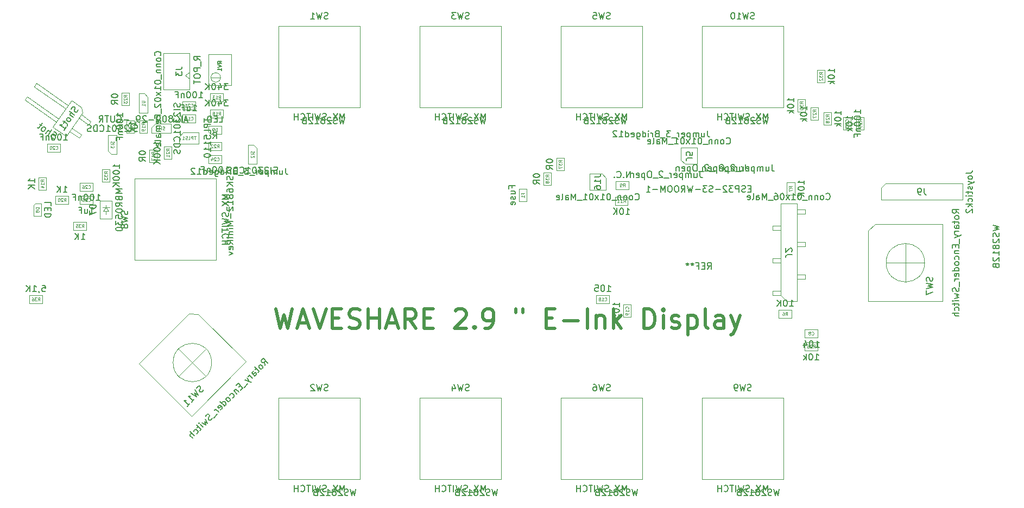
<source format=gbr>
%TF.GenerationSoftware,KiCad,Pcbnew,(5.1.10)-1*%
%TF.CreationDate,2022-02-17T21:55:53+01:00*%
%TF.ProjectId,keyboardEink,6b657962-6f61-4726-9445-696e6b2e6b69,rev?*%
%TF.SameCoordinates,Original*%
%TF.FileFunction,Other,Fab,Bot*%
%FSLAX46Y46*%
G04 Gerber Fmt 4.6, Leading zero omitted, Abs format (unit mm)*
G04 Created by KiCad (PCBNEW (5.1.10)-1) date 2022-02-17 21:55:53*
%MOMM*%
%LPD*%
G01*
G04 APERTURE LIST*
%ADD10C,0.100000*%
%ADD11C,0.120000*%
%ADD12C,0.150000*%
%ADD13C,0.080000*%
%ADD14C,0.075000*%
%ADD15C,0.500000*%
G04 APERTURE END LIST*
D10*
%TO.C,R38*%
X157461000Y-91598000D02*
X158711000Y-91598000D01*
X158711000Y-91598000D02*
X158711000Y-89598000D01*
X158711000Y-89598000D02*
X157461000Y-89598000D01*
X157461000Y-89598000D02*
X157461000Y-91598000D01*
%TO.C,R37*%
X159493000Y-89312000D02*
X160743000Y-89312000D01*
X160743000Y-89312000D02*
X160743000Y-87312000D01*
X160743000Y-87312000D02*
X159493000Y-87312000D01*
X159493000Y-87312000D02*
X159493000Y-89312000D01*
%TO.C,R36*%
X77330000Y-108794000D02*
X77330000Y-109994000D01*
X77330000Y-109994000D02*
X79330000Y-109994000D01*
X79330000Y-109994000D02*
X79330000Y-108794000D01*
X79330000Y-108794000D02*
X77330000Y-108794000D01*
%TO.C,R35*%
X86188000Y-98564000D02*
X86188000Y-97364000D01*
X86188000Y-97364000D02*
X84188000Y-97364000D01*
X84188000Y-97364000D02*
X84188000Y-98564000D01*
X84188000Y-98564000D02*
X86188000Y-98564000D01*
%TO.C,D7*%
X89252000Y-95674000D02*
X89252000Y-96174000D01*
X89652000Y-95674000D02*
X89252000Y-95074000D01*
X88852000Y-95674000D02*
X89652000Y-95674000D01*
X89252000Y-95074000D02*
X88852000Y-95674000D01*
X89252000Y-95074000D02*
X89802000Y-95074000D01*
X89252000Y-95074000D02*
X88702000Y-95074000D01*
X89252000Y-94674000D02*
X89252000Y-95074000D01*
X90152000Y-94024000D02*
X88352000Y-94024000D01*
X90152000Y-96824000D02*
X90152000Y-94024000D01*
X88352000Y-96824000D02*
X90152000Y-96824000D01*
X88352000Y-94024000D02*
X88352000Y-96824000D01*
%TO.C,SI3*%
X89568000Y-86214000D02*
X89568000Y-83764000D01*
X90118000Y-86784000D02*
X90968000Y-86784000D01*
X89568000Y-86214000D02*
X90118000Y-86784000D01*
X90968000Y-86784000D02*
X90968000Y-83744000D01*
X89568000Y-83744000D02*
X90968000Y-83744000D01*
%TO.C,R33*%
X89852000Y-89090000D02*
X88652000Y-89090000D01*
X88652000Y-89090000D02*
X88652000Y-91090000D01*
X88652000Y-91090000D02*
X89852000Y-91090000D01*
X89852000Y-91090000D02*
X89852000Y-89090000D01*
%TO.C,R11*%
X168644000Y-94691000D02*
X170644000Y-94691000D01*
X168644000Y-93441000D02*
X168644000Y-94691000D01*
X170644000Y-93441000D02*
X168644000Y-93441000D01*
X170644000Y-94691000D02*
X170644000Y-93441000D01*
%TO.C,J16*%
X167230000Y-90471000D02*
X166595000Y-89836000D01*
X167230000Y-92376000D02*
X167230000Y-90471000D01*
X164690000Y-92376000D02*
X167230000Y-92376000D01*
X164690000Y-89836000D02*
X164690000Y-92376000D01*
X166595000Y-89836000D02*
X164690000Y-89836000D01*
%TO.C,C26*%
X85204000Y-92468000D02*
X87204000Y-92468000D01*
X85204000Y-91268000D02*
X85204000Y-92468000D01*
X87204000Y-91268000D02*
X85204000Y-91268000D01*
X87204000Y-92468000D02*
X87204000Y-91268000D01*
%TO.C,C25*%
X85204000Y-94500000D02*
X87204000Y-94500000D01*
X85204000Y-93300000D02*
X85204000Y-94500000D01*
X87204000Y-93300000D02*
X85204000Y-93300000D01*
X87204000Y-94500000D02*
X87204000Y-93300000D01*
%TO.C,R32*%
X201358000Y-73596000D02*
X200158000Y-73596000D01*
X200158000Y-73596000D02*
X200158000Y-75596000D01*
X200158000Y-75596000D02*
X201358000Y-75596000D01*
X201358000Y-75596000D02*
X201358000Y-73596000D01*
%TO.C,R30*%
X197110000Y-80168000D02*
X198310000Y-80168000D01*
X198310000Y-80168000D02*
X198310000Y-78168000D01*
X198310000Y-78168000D02*
X197110000Y-78168000D01*
X197110000Y-78168000D02*
X197110000Y-80168000D01*
%TO.C,R29*%
X206254000Y-82962000D02*
X207454000Y-82962000D01*
X207454000Y-82962000D02*
X207454000Y-80962000D01*
X207454000Y-80962000D02*
X206254000Y-80962000D01*
X206254000Y-80962000D02*
X206254000Y-82962000D01*
%TO.C,R28*%
X202374000Y-80200000D02*
X201174000Y-80200000D01*
X201174000Y-80200000D02*
X201174000Y-82200000D01*
X201174000Y-82200000D02*
X202374000Y-82200000D01*
X202374000Y-82200000D02*
X202374000Y-80200000D01*
%TO.C,R27*%
X199142000Y-81438000D02*
X200342000Y-81438000D01*
X200342000Y-81438000D02*
X200342000Y-79438000D01*
X200342000Y-79438000D02*
X199142000Y-79438000D01*
X199142000Y-79438000D02*
X199142000Y-81438000D01*
%TO.C,C23*%
X205422000Y-80962000D02*
X204222000Y-80962000D01*
X204222000Y-80962000D02*
X204222000Y-82962000D01*
X204222000Y-82962000D02*
X205422000Y-82962000D01*
X205422000Y-82962000D02*
X205422000Y-80962000D01*
%TO.C,J5*%
X179549000Y-88312000D02*
X181454000Y-88312000D01*
X181454000Y-88312000D02*
X181454000Y-85772000D01*
X181454000Y-85772000D02*
X178914000Y-85772000D01*
X178914000Y-85772000D02*
X178914000Y-87677000D01*
X178914000Y-87677000D02*
X179549000Y-88312000D01*
D11*
%TO.C,SW11*%
X105734466Y-119259068D02*
G75*
G03*
X105734466Y-119259068I-3000000J0D01*
G01*
X102168781Y-111622315D02*
X94390606Y-119400489D01*
X94390606Y-119400489D02*
X102593045Y-127602928D01*
X102593045Y-127602928D02*
X111078326Y-119117646D01*
X111078326Y-119117646D02*
X103653705Y-111693025D01*
X103653705Y-111693025D02*
X102168781Y-111622315D01*
X100613146Y-117137747D02*
X104855786Y-121380388D01*
X104855786Y-117137747D02*
X100613146Y-121380388D01*
D10*
%TO.C,J9*%
X210156000Y-91995000D02*
X210156000Y-93900000D01*
X210156000Y-93900000D02*
X222856000Y-93900000D01*
X222856000Y-93900000D02*
X222856000Y-91360000D01*
X222856000Y-91360000D02*
X210791000Y-91360000D01*
X210791000Y-91360000D02*
X210156000Y-91995000D01*
D11*
%TO.C,SW7*%
X213926000Y-100686000D02*
X213926000Y-106686000D01*
X210926000Y-103686000D02*
X216926000Y-103686000D01*
X209226000Y-97686000D02*
X208126000Y-98686000D01*
X219726000Y-97686000D02*
X209226000Y-97686000D01*
X219726000Y-109686000D02*
X219726000Y-97686000D01*
X208126000Y-109686000D02*
X219726000Y-109686000D01*
X208126000Y-98686000D02*
X208126000Y-109686000D01*
X216926000Y-103686000D02*
G75*
G03*
X216926000Y-103686000I-3000000J0D01*
G01*
D10*
%TO.C,SW10*%
X194890000Y-66730000D02*
X182190000Y-66730000D01*
X182190000Y-66730000D02*
X182190000Y-79430000D01*
X182190000Y-79430000D02*
X194890000Y-79430000D01*
X194890000Y-79430000D02*
X194890000Y-66730000D01*
%TO.C,SW9*%
X194890000Y-124730000D02*
X182190000Y-124730000D01*
X182190000Y-124730000D02*
X182190000Y-137430000D01*
X182190000Y-137430000D02*
X194890000Y-137430000D01*
X194890000Y-137430000D02*
X194890000Y-124730000D01*
%TO.C,SW8*%
X93730000Y-90598000D02*
X93730000Y-103298000D01*
X93730000Y-103298000D02*
X106430000Y-103298000D01*
X106430000Y-103298000D02*
X106430000Y-90598000D01*
X106430000Y-90598000D02*
X93730000Y-90598000D01*
%TO.C,SW6*%
X172890000Y-124730000D02*
X160190000Y-124730000D01*
X160190000Y-124730000D02*
X160190000Y-137430000D01*
X160190000Y-137430000D02*
X172890000Y-137430000D01*
X172890000Y-137430000D02*
X172890000Y-124730000D01*
%TO.C,SW5*%
X172890000Y-66730000D02*
X160190000Y-66730000D01*
X160190000Y-66730000D02*
X160190000Y-79430000D01*
X160190000Y-79430000D02*
X172890000Y-79430000D01*
X172890000Y-79430000D02*
X172890000Y-66730000D01*
%TO.C,SW4*%
X150890000Y-124730000D02*
X138190000Y-124730000D01*
X138190000Y-124730000D02*
X138190000Y-137430000D01*
X138190000Y-137430000D02*
X150890000Y-137430000D01*
X150890000Y-137430000D02*
X150890000Y-124730000D01*
%TO.C,SW3*%
X150890000Y-66730000D02*
X138190000Y-66730000D01*
X138190000Y-66730000D02*
X138190000Y-79430000D01*
X138190000Y-79430000D02*
X150890000Y-79430000D01*
X150890000Y-79430000D02*
X150890000Y-66730000D01*
%TO.C,SW2*%
X128890000Y-124730000D02*
X116190000Y-124730000D01*
X116190000Y-124730000D02*
X116190000Y-137430000D01*
X116190000Y-137430000D02*
X128890000Y-137430000D01*
X128890000Y-137430000D02*
X128890000Y-124730000D01*
%TO.C,SW1*%
X128890000Y-66730000D02*
X116190000Y-66730000D01*
X116190000Y-66730000D02*
X116190000Y-79430000D01*
X116190000Y-79430000D02*
X128890000Y-79430000D01*
X128890000Y-79430000D02*
X128890000Y-66730000D01*
%TO.C,R26*%
X198234000Y-117360000D02*
X200234000Y-117360000D01*
X198234000Y-116160000D02*
X198234000Y-117360000D01*
X200234000Y-116160000D02*
X198234000Y-116160000D01*
X200234000Y-117360000D02*
X200234000Y-116160000D01*
%TO.C,U1*%
X95794000Y-80320000D02*
X94394000Y-80320000D01*
X94394000Y-77280000D02*
X94394000Y-80320000D01*
X95794000Y-77850000D02*
X95244000Y-77280000D01*
X95244000Y-77280000D02*
X94394000Y-77280000D01*
X95794000Y-77850000D02*
X95794000Y-80300000D01*
%TO.C,TPL51*%
X100656000Y-85148000D02*
X103756000Y-85148000D01*
X103756000Y-85148000D02*
X103756000Y-83348000D01*
X101306000Y-83348000D02*
X103756000Y-83348000D01*
X100656000Y-85148000D02*
X100656000Y-83998000D01*
X101306000Y-83348000D02*
X100656000Y-83998000D01*
%TO.C,SI2*%
X112812000Y-88308000D02*
X111412000Y-88308000D01*
X111412000Y-85268000D02*
X111412000Y-88308000D01*
X112812000Y-85838000D02*
X112262000Y-85268000D01*
X112262000Y-85268000D02*
X111412000Y-85268000D01*
X112812000Y-85838000D02*
X112812000Y-88288000D01*
%TO.C,SI1*%
X99408000Y-82024000D02*
X99408000Y-83424000D01*
X96368000Y-83424000D02*
X99408000Y-83424000D01*
X96938000Y-82024000D02*
X96368000Y-82574000D01*
X96368000Y-82574000D02*
X96368000Y-83424000D01*
X96938000Y-82024000D02*
X99388000Y-82024000D01*
%TO.C,Shot1*%
X81508197Y-81733526D02*
X76593285Y-78292067D01*
X76960374Y-77767810D02*
X76593285Y-78292067D01*
X81875286Y-81209269D02*
X76960374Y-77767810D01*
X85079700Y-84234319D02*
X83588843Y-83190410D01*
X85446789Y-83710062D02*
X85079700Y-84234319D01*
X85446789Y-83710062D02*
X83955932Y-82666153D01*
X82965081Y-79652880D02*
X78050169Y-76211421D01*
X78417258Y-75687164D02*
X78050169Y-76211421D01*
X83332170Y-79128623D02*
X78417258Y-75687164D01*
X86536584Y-82153673D02*
X85045727Y-81109764D01*
X86903673Y-81629416D02*
X86536584Y-82153673D01*
X86903673Y-81629416D02*
X85412816Y-80585507D01*
X85593493Y-80327474D02*
X85437552Y-79443091D01*
X83043946Y-83968605D02*
X85593493Y-80327474D01*
X80963300Y-82511720D02*
X83043946Y-83968605D01*
X83877068Y-78350428D02*
X80963300Y-82511720D01*
X85437552Y-79443091D02*
X83877068Y-78350428D01*
%TO.C,RV1*%
X105639000Y-74780000D02*
X107124000Y-74779000D01*
X105639000Y-74780000D02*
X107124000Y-74779000D01*
X108782000Y-71180000D02*
X108782000Y-75980000D01*
X105282000Y-71180000D02*
X108782000Y-71180000D01*
X105282000Y-75980000D02*
X105282000Y-71180000D01*
X108782000Y-75980000D02*
X105282000Y-75980000D01*
X107132000Y-74780000D02*
G75*
G03*
X107132000Y-74780000I-750000J0D01*
G01*
%TO.C,R23*%
X91700000Y-77152000D02*
X91700000Y-79152000D01*
X92900000Y-77152000D02*
X91700000Y-77152000D01*
X92900000Y-79152000D02*
X92900000Y-77152000D01*
X91700000Y-79152000D02*
X92900000Y-79152000D01*
%TO.C,R22*%
X107270000Y-84918000D02*
X105270000Y-84918000D01*
X107270000Y-86118000D02*
X107270000Y-84918000D01*
X105270000Y-86118000D02*
X107270000Y-86118000D01*
X105270000Y-84918000D02*
X105270000Y-86118000D01*
%TO.C,R21*%
X98304000Y-85534000D02*
X98304000Y-87534000D01*
X99504000Y-85534000D02*
X98304000Y-85534000D01*
X99504000Y-87534000D02*
X99504000Y-85534000D01*
X98304000Y-87534000D02*
X99504000Y-87534000D01*
%TO.C,R20*%
X83394000Y-93300000D02*
X81394000Y-93300000D01*
X83394000Y-94500000D02*
X83394000Y-93300000D01*
X81394000Y-94500000D02*
X83394000Y-94500000D01*
X81394000Y-93300000D02*
X81394000Y-94500000D01*
%TO.C,R19*%
X94494000Y-81470000D02*
X94494000Y-83470000D01*
X95694000Y-81470000D02*
X94494000Y-81470000D01*
X95694000Y-83470000D02*
X95694000Y-81470000D01*
X94494000Y-83470000D02*
X95694000Y-83470000D01*
%TO.C,R18*%
X107524000Y-79838000D02*
X105524000Y-79838000D01*
X107524000Y-81038000D02*
X107524000Y-79838000D01*
X105524000Y-81038000D02*
X107524000Y-81038000D01*
X105524000Y-79838000D02*
X105524000Y-81038000D01*
%TO.C,R17*%
X96018000Y-86042000D02*
X96018000Y-88042000D01*
X97218000Y-86042000D02*
X96018000Y-86042000D01*
X97218000Y-88042000D02*
X97218000Y-86042000D01*
X96018000Y-88042000D02*
X97218000Y-88042000D01*
%TO.C,R14*%
X78746000Y-90360000D02*
X78746000Y-92360000D01*
X79946000Y-90360000D02*
X78746000Y-90360000D01*
X79946000Y-92360000D02*
X79946000Y-90360000D01*
X78746000Y-92360000D02*
X79946000Y-92360000D01*
%TO.C,R13*%
X107524000Y-77298000D02*
X105524000Y-77298000D01*
X107524000Y-78498000D02*
X107524000Y-77298000D01*
X105524000Y-78498000D02*
X107524000Y-78498000D01*
X105524000Y-77298000D02*
X105524000Y-78498000D01*
%TO.C,D9*%
X107270000Y-82378000D02*
X107270000Y-83578000D01*
X105270000Y-82378000D02*
X107270000Y-82378000D01*
X105270000Y-83278000D02*
X105270000Y-82378000D01*
X105570000Y-83578000D02*
X105270000Y-83278000D01*
X107270000Y-83578000D02*
X105570000Y-83578000D01*
%TO.C,D8*%
X79184000Y-96424000D02*
X77984000Y-96424000D01*
X79184000Y-94424000D02*
X79184000Y-96424000D01*
X78284000Y-94424000D02*
X79184000Y-94424000D01*
X77984000Y-94724000D02*
X78284000Y-94424000D01*
X77984000Y-96424000D02*
X77984000Y-94724000D01*
%TO.C,C24*%
X105270000Y-88150000D02*
X107270000Y-88150000D01*
X105270000Y-86950000D02*
X105270000Y-88150000D01*
X107270000Y-86950000D02*
X105270000Y-86950000D01*
X107270000Y-88150000D02*
X107270000Y-86950000D01*
%TO.C,C22*%
X92462000Y-81470000D02*
X92462000Y-83470000D01*
X93662000Y-81470000D02*
X92462000Y-81470000D01*
X93662000Y-83470000D02*
X93662000Y-81470000D01*
X92462000Y-83470000D02*
X93662000Y-83470000D01*
%TO.C,C21*%
X103206000Y-78568000D02*
X101206000Y-78568000D01*
X103206000Y-79768000D02*
X103206000Y-78568000D01*
X101206000Y-79768000D02*
X103206000Y-79768000D01*
X101206000Y-78568000D02*
X101206000Y-79768000D01*
%TO.C,C20*%
X82124000Y-85172000D02*
X80124000Y-85172000D01*
X82124000Y-86372000D02*
X82124000Y-85172000D01*
X80124000Y-86372000D02*
X82124000Y-86372000D01*
X80124000Y-85172000D02*
X80124000Y-86372000D01*
%TO.C,C14*%
X103206000Y-80600000D02*
X101206000Y-80600000D01*
X103206000Y-81800000D02*
X103206000Y-80600000D01*
X101206000Y-81800000D02*
X103206000Y-81800000D01*
X101206000Y-80600000D02*
X101206000Y-81800000D01*
%TO.C,R9*%
X170786000Y-90989000D02*
X168786000Y-90989000D01*
X170786000Y-92239000D02*
X170786000Y-90989000D01*
X168786000Y-92239000D02*
X170786000Y-92239000D01*
X168786000Y-90989000D02*
X168786000Y-92239000D01*
%TO.C,F1*%
X153651000Y-94138000D02*
X154901000Y-94138000D01*
X154901000Y-94138000D02*
X154901000Y-92138000D01*
X154901000Y-92138000D02*
X153651000Y-92138000D01*
X153651000Y-92138000D02*
X153651000Y-94138000D01*
%TO.C,J2*%
X198264000Y-95412000D02*
X196994000Y-95412000D01*
X198264000Y-96052000D02*
X198264000Y-95412000D01*
X196994000Y-96052000D02*
X198264000Y-96052000D01*
X198264000Y-100492000D02*
X196994000Y-100492000D01*
X198264000Y-101132000D02*
X198264000Y-100492000D01*
X196994000Y-101132000D02*
X198264000Y-101132000D01*
X198264000Y-105572000D02*
X196994000Y-105572000D01*
X198264000Y-106212000D02*
X198264000Y-105572000D01*
X196994000Y-106212000D02*
X198264000Y-106212000D01*
X193184000Y-97952000D02*
X194454000Y-97952000D01*
X193184000Y-98592000D02*
X193184000Y-97952000D01*
X194454000Y-98592000D02*
X193184000Y-98592000D01*
X193184000Y-103032000D02*
X194454000Y-103032000D01*
X193184000Y-103672000D02*
X193184000Y-103032000D01*
X194454000Y-103672000D02*
X193184000Y-103672000D01*
X193184000Y-108112000D02*
X194454000Y-108112000D01*
X193184000Y-108752000D02*
X193184000Y-108112000D01*
X194454000Y-108752000D02*
X193184000Y-108752000D01*
X196994000Y-109702000D02*
X196994000Y-94462000D01*
X194454000Y-108752000D02*
X195404000Y-109702000D01*
X194454000Y-94462000D02*
X194454000Y-108752000D01*
X195404000Y-109702000D02*
X196994000Y-109702000D01*
X196994000Y-94462000D02*
X194454000Y-94462000D01*
%TO.C,R7*%
X196685000Y-91122000D02*
X195435000Y-91122000D01*
X195435000Y-91122000D02*
X195435000Y-93122000D01*
X195435000Y-93122000D02*
X196685000Y-93122000D01*
X196685000Y-93122000D02*
X196685000Y-91122000D01*
%TO.C,R6*%
X194170000Y-111055000D02*
X194170000Y-112305000D01*
X194170000Y-112305000D02*
X196170000Y-112305000D01*
X196170000Y-112305000D02*
X196170000Y-111055000D01*
X196170000Y-111055000D02*
X194170000Y-111055000D01*
%TO.C,C19*%
X169907000Y-112172000D02*
X171157000Y-112172000D01*
X171157000Y-112172000D02*
X171157000Y-110172000D01*
X171157000Y-110172000D02*
X169907000Y-110172000D01*
X169907000Y-110172000D02*
X169907000Y-112172000D01*
%TO.C,C18*%
X165722000Y-108769000D02*
X165722000Y-110019000D01*
X165722000Y-110019000D02*
X167722000Y-110019000D01*
X167722000Y-110019000D02*
X167722000Y-108769000D01*
X167722000Y-108769000D02*
X165722000Y-108769000D01*
%TO.C,J3*%
X101574893Y-74459000D02*
X102282000Y-73959000D01*
X102282000Y-74959000D02*
X101574893Y-74459000D01*
X102282000Y-70959000D02*
X98232000Y-70959000D01*
X102282000Y-76709000D02*
X98232000Y-76709000D01*
X98232000Y-76709000D02*
X98232000Y-70959000D01*
X102282000Y-76709000D02*
X102282000Y-70959000D01*
%TO.C,C8*%
X200234000Y-115353000D02*
X200234000Y-114103000D01*
X200234000Y-114103000D02*
X198234000Y-114103000D01*
X198234000Y-114103000D02*
X198234000Y-115353000D01*
X198234000Y-115353000D02*
X200234000Y-115353000D01*
%TD*%
%TO.C,R38*%
D12*
X155888380Y-90050380D02*
X155888380Y-90145619D01*
X155936000Y-90240857D01*
X155983619Y-90288476D01*
X156078857Y-90336095D01*
X156269333Y-90383714D01*
X156507428Y-90383714D01*
X156697904Y-90336095D01*
X156793142Y-90288476D01*
X156840761Y-90240857D01*
X156888380Y-90145619D01*
X156888380Y-90050380D01*
X156840761Y-89955142D01*
X156793142Y-89907523D01*
X156697904Y-89859904D01*
X156507428Y-89812285D01*
X156269333Y-89812285D01*
X156078857Y-89859904D01*
X155983619Y-89907523D01*
X155936000Y-89955142D01*
X155888380Y-90050380D01*
X156888380Y-91383714D02*
X156412190Y-91050380D01*
X156888380Y-90812285D02*
X155888380Y-90812285D01*
X155888380Y-91193238D01*
X155936000Y-91288476D01*
X155983619Y-91336095D01*
X156078857Y-91383714D01*
X156221714Y-91383714D01*
X156316952Y-91336095D01*
X156364571Y-91288476D01*
X156412190Y-91193238D01*
X156412190Y-90812285D01*
D13*
X158312190Y-90276571D02*
X158074095Y-90109904D01*
X158312190Y-89990857D02*
X157812190Y-89990857D01*
X157812190Y-90181333D01*
X157836000Y-90228952D01*
X157859809Y-90252761D01*
X157907428Y-90276571D01*
X157978857Y-90276571D01*
X158026476Y-90252761D01*
X158050285Y-90228952D01*
X158074095Y-90181333D01*
X158074095Y-89990857D01*
X157812190Y-90443238D02*
X157812190Y-90752761D01*
X158002666Y-90586095D01*
X158002666Y-90657523D01*
X158026476Y-90705142D01*
X158050285Y-90728952D01*
X158097904Y-90752761D01*
X158216952Y-90752761D01*
X158264571Y-90728952D01*
X158288380Y-90705142D01*
X158312190Y-90657523D01*
X158312190Y-90514666D01*
X158288380Y-90467047D01*
X158264571Y-90443238D01*
X158026476Y-91038476D02*
X158002666Y-90990857D01*
X157978857Y-90967047D01*
X157931238Y-90943238D01*
X157907428Y-90943238D01*
X157859809Y-90967047D01*
X157836000Y-90990857D01*
X157812190Y-91038476D01*
X157812190Y-91133714D01*
X157836000Y-91181333D01*
X157859809Y-91205142D01*
X157907428Y-91228952D01*
X157931238Y-91228952D01*
X157978857Y-91205142D01*
X158002666Y-91181333D01*
X158026476Y-91133714D01*
X158026476Y-91038476D01*
X158050285Y-90990857D01*
X158074095Y-90967047D01*
X158121714Y-90943238D01*
X158216952Y-90943238D01*
X158264571Y-90967047D01*
X158288380Y-90990857D01*
X158312190Y-91038476D01*
X158312190Y-91133714D01*
X158288380Y-91181333D01*
X158264571Y-91205142D01*
X158216952Y-91228952D01*
X158121714Y-91228952D01*
X158074095Y-91205142D01*
X158050285Y-91181333D01*
X158026476Y-91133714D01*
%TO.C,R37*%
D12*
X157920380Y-87764380D02*
X157920380Y-87859619D01*
X157968000Y-87954857D01*
X158015619Y-88002476D01*
X158110857Y-88050095D01*
X158301333Y-88097714D01*
X158539428Y-88097714D01*
X158729904Y-88050095D01*
X158825142Y-88002476D01*
X158872761Y-87954857D01*
X158920380Y-87859619D01*
X158920380Y-87764380D01*
X158872761Y-87669142D01*
X158825142Y-87621523D01*
X158729904Y-87573904D01*
X158539428Y-87526285D01*
X158301333Y-87526285D01*
X158110857Y-87573904D01*
X158015619Y-87621523D01*
X157968000Y-87669142D01*
X157920380Y-87764380D01*
X158920380Y-89097714D02*
X158444190Y-88764380D01*
X158920380Y-88526285D02*
X157920380Y-88526285D01*
X157920380Y-88907238D01*
X157968000Y-89002476D01*
X158015619Y-89050095D01*
X158110857Y-89097714D01*
X158253714Y-89097714D01*
X158348952Y-89050095D01*
X158396571Y-89002476D01*
X158444190Y-88907238D01*
X158444190Y-88526285D01*
D13*
X160344190Y-87990571D02*
X160106095Y-87823904D01*
X160344190Y-87704857D02*
X159844190Y-87704857D01*
X159844190Y-87895333D01*
X159868000Y-87942952D01*
X159891809Y-87966761D01*
X159939428Y-87990571D01*
X160010857Y-87990571D01*
X160058476Y-87966761D01*
X160082285Y-87942952D01*
X160106095Y-87895333D01*
X160106095Y-87704857D01*
X159844190Y-88157238D02*
X159844190Y-88466761D01*
X160034666Y-88300095D01*
X160034666Y-88371523D01*
X160058476Y-88419142D01*
X160082285Y-88442952D01*
X160129904Y-88466761D01*
X160248952Y-88466761D01*
X160296571Y-88442952D01*
X160320380Y-88419142D01*
X160344190Y-88371523D01*
X160344190Y-88228666D01*
X160320380Y-88181047D01*
X160296571Y-88157238D01*
X159844190Y-88633428D02*
X159844190Y-88966761D01*
X160344190Y-88752476D01*
%TO.C,R36*%
D12*
X79306190Y-107196380D02*
X79782380Y-107196380D01*
X79830000Y-107672571D01*
X79782380Y-107624952D01*
X79687142Y-107577333D01*
X79449047Y-107577333D01*
X79353809Y-107624952D01*
X79306190Y-107672571D01*
X79258571Y-107767809D01*
X79258571Y-108005904D01*
X79306190Y-108101142D01*
X79353809Y-108148761D01*
X79449047Y-108196380D01*
X79687142Y-108196380D01*
X79782380Y-108148761D01*
X79830000Y-108101142D01*
X78782380Y-108148761D02*
X78782380Y-108196380D01*
X78830000Y-108291619D01*
X78877619Y-108339238D01*
X77830000Y-108196380D02*
X78401428Y-108196380D01*
X78115714Y-108196380D02*
X78115714Y-107196380D01*
X78210952Y-107339238D01*
X78306190Y-107434476D01*
X78401428Y-107482095D01*
X77401428Y-108196380D02*
X77401428Y-107196380D01*
X76830000Y-108196380D02*
X77258571Y-107624952D01*
X76830000Y-107196380D02*
X77401428Y-107767809D01*
D13*
X78651428Y-109620190D02*
X78818095Y-109382095D01*
X78937142Y-109620190D02*
X78937142Y-109120190D01*
X78746666Y-109120190D01*
X78699047Y-109144000D01*
X78675238Y-109167809D01*
X78651428Y-109215428D01*
X78651428Y-109286857D01*
X78675238Y-109334476D01*
X78699047Y-109358285D01*
X78746666Y-109382095D01*
X78937142Y-109382095D01*
X78484761Y-109120190D02*
X78175238Y-109120190D01*
X78341904Y-109310666D01*
X78270476Y-109310666D01*
X78222857Y-109334476D01*
X78199047Y-109358285D01*
X78175238Y-109405904D01*
X78175238Y-109524952D01*
X78199047Y-109572571D01*
X78222857Y-109596380D01*
X78270476Y-109620190D01*
X78413333Y-109620190D01*
X78460952Y-109596380D01*
X78484761Y-109572571D01*
X77746666Y-109120190D02*
X77841904Y-109120190D01*
X77889523Y-109144000D01*
X77913333Y-109167809D01*
X77960952Y-109239238D01*
X77984761Y-109334476D01*
X77984761Y-109524952D01*
X77960952Y-109572571D01*
X77937142Y-109596380D01*
X77889523Y-109620190D01*
X77794285Y-109620190D01*
X77746666Y-109596380D01*
X77722857Y-109572571D01*
X77699047Y-109524952D01*
X77699047Y-109405904D01*
X77722857Y-109358285D01*
X77746666Y-109334476D01*
X77794285Y-109310666D01*
X77889523Y-109310666D01*
X77937142Y-109334476D01*
X77960952Y-109358285D01*
X77984761Y-109405904D01*
%TO.C,R35*%
D12*
X85402285Y-100066380D02*
X85973714Y-100066380D01*
X85688000Y-100066380D02*
X85688000Y-99066380D01*
X85783238Y-99209238D01*
X85878476Y-99304476D01*
X85973714Y-99352095D01*
X84973714Y-100066380D02*
X84973714Y-99066380D01*
X84402285Y-100066380D02*
X84830857Y-99494952D01*
X84402285Y-99066380D02*
X84973714Y-99637809D01*
D13*
X85509428Y-98190190D02*
X85676095Y-97952095D01*
X85795142Y-98190190D02*
X85795142Y-97690190D01*
X85604666Y-97690190D01*
X85557047Y-97714000D01*
X85533238Y-97737809D01*
X85509428Y-97785428D01*
X85509428Y-97856857D01*
X85533238Y-97904476D01*
X85557047Y-97928285D01*
X85604666Y-97952095D01*
X85795142Y-97952095D01*
X85342761Y-97690190D02*
X85033238Y-97690190D01*
X85199904Y-97880666D01*
X85128476Y-97880666D01*
X85080857Y-97904476D01*
X85057047Y-97928285D01*
X85033238Y-97975904D01*
X85033238Y-98094952D01*
X85057047Y-98142571D01*
X85080857Y-98166380D01*
X85128476Y-98190190D01*
X85271333Y-98190190D01*
X85318952Y-98166380D01*
X85342761Y-98142571D01*
X84580857Y-97690190D02*
X84818952Y-97690190D01*
X84842761Y-97928285D01*
X84818952Y-97904476D01*
X84771333Y-97880666D01*
X84652285Y-97880666D01*
X84604666Y-97904476D01*
X84580857Y-97928285D01*
X84557047Y-97975904D01*
X84557047Y-98094952D01*
X84580857Y-98142571D01*
X84604666Y-98166380D01*
X84652285Y-98190190D01*
X84771333Y-98190190D01*
X84818952Y-98166380D01*
X84842761Y-98142571D01*
%TO.C,D7*%
D12*
X91804380Y-92185904D02*
X90804380Y-92185904D01*
X91518666Y-92519238D01*
X90804380Y-92852571D01*
X91804380Y-92852571D01*
X91280571Y-93662095D02*
X91328190Y-93804952D01*
X91375809Y-93852571D01*
X91471047Y-93900190D01*
X91613904Y-93900190D01*
X91709142Y-93852571D01*
X91756761Y-93804952D01*
X91804380Y-93709714D01*
X91804380Y-93328761D01*
X90804380Y-93328761D01*
X90804380Y-93662095D01*
X90852000Y-93757333D01*
X90899619Y-93804952D01*
X90994857Y-93852571D01*
X91090095Y-93852571D01*
X91185333Y-93804952D01*
X91232952Y-93757333D01*
X91280571Y-93662095D01*
X91280571Y-93328761D01*
X91804380Y-94900190D02*
X91328190Y-94566857D01*
X91804380Y-94328761D02*
X90804380Y-94328761D01*
X90804380Y-94709714D01*
X90852000Y-94804952D01*
X90899619Y-94852571D01*
X90994857Y-94900190D01*
X91137714Y-94900190D01*
X91232952Y-94852571D01*
X91280571Y-94804952D01*
X91328190Y-94709714D01*
X91328190Y-94328761D01*
X90804380Y-95519238D02*
X90804380Y-95614476D01*
X90852000Y-95709714D01*
X90899619Y-95757333D01*
X90994857Y-95804952D01*
X91185333Y-95852571D01*
X91423428Y-95852571D01*
X91613904Y-95804952D01*
X91709142Y-95757333D01*
X91756761Y-95709714D01*
X91804380Y-95614476D01*
X91804380Y-95519238D01*
X91756761Y-95424000D01*
X91709142Y-95376380D01*
X91613904Y-95328761D01*
X91423428Y-95281142D01*
X91185333Y-95281142D01*
X90994857Y-95328761D01*
X90899619Y-95376380D01*
X90852000Y-95424000D01*
X90804380Y-95519238D01*
X90804380Y-96757333D02*
X90804380Y-96281142D01*
X91280571Y-96233523D01*
X91232952Y-96281142D01*
X91185333Y-96376380D01*
X91185333Y-96614476D01*
X91232952Y-96709714D01*
X91280571Y-96757333D01*
X91375809Y-96804952D01*
X91613904Y-96804952D01*
X91709142Y-96757333D01*
X91756761Y-96709714D01*
X91804380Y-96614476D01*
X91804380Y-96376380D01*
X91756761Y-96281142D01*
X91709142Y-96233523D01*
X90804380Y-97138285D02*
X90804380Y-97757333D01*
X91185333Y-97424000D01*
X91185333Y-97566857D01*
X91232952Y-97662095D01*
X91280571Y-97709714D01*
X91375809Y-97757333D01*
X91613904Y-97757333D01*
X91709142Y-97709714D01*
X91756761Y-97662095D01*
X91804380Y-97566857D01*
X91804380Y-97281142D01*
X91756761Y-97185904D01*
X91709142Y-97138285D01*
X90804380Y-98376380D02*
X90804380Y-98471619D01*
X90852000Y-98566857D01*
X90899619Y-98614476D01*
X90994857Y-98662095D01*
X91185333Y-98709714D01*
X91423428Y-98709714D01*
X91613904Y-98662095D01*
X91709142Y-98614476D01*
X91756761Y-98566857D01*
X91804380Y-98471619D01*
X91804380Y-98376380D01*
X91756761Y-98281142D01*
X91709142Y-98233523D01*
X91613904Y-98185904D01*
X91423428Y-98138285D01*
X91185333Y-98138285D01*
X90994857Y-98185904D01*
X90899619Y-98233523D01*
X90852000Y-98281142D01*
X90804380Y-98376380D01*
X87704380Y-94685904D02*
X86704380Y-94685904D01*
X86704380Y-94924000D01*
X86752000Y-95066857D01*
X86847238Y-95162095D01*
X86942476Y-95209714D01*
X87132952Y-95257333D01*
X87275809Y-95257333D01*
X87466285Y-95209714D01*
X87561523Y-95162095D01*
X87656761Y-95066857D01*
X87704380Y-94924000D01*
X87704380Y-94685904D01*
X86704380Y-95590666D02*
X86704380Y-96257333D01*
X87704380Y-95828761D01*
%TO.C,SI3*%
X94172761Y-83168761D02*
X94029904Y-83216380D01*
X93791809Y-83216380D01*
X93696571Y-83168761D01*
X93648952Y-83121142D01*
X93601333Y-83025904D01*
X93601333Y-82930666D01*
X93648952Y-82835428D01*
X93696571Y-82787809D01*
X93791809Y-82740190D01*
X93982285Y-82692571D01*
X94077523Y-82644952D01*
X94125142Y-82597333D01*
X94172761Y-82502095D01*
X94172761Y-82406857D01*
X94125142Y-82311619D01*
X94077523Y-82264000D01*
X93982285Y-82216380D01*
X93744190Y-82216380D01*
X93601333Y-82264000D01*
X93172761Y-83216380D02*
X93172761Y-82216380D01*
X92744190Y-82311619D02*
X92696571Y-82264000D01*
X92601333Y-82216380D01*
X92363238Y-82216380D01*
X92268000Y-82264000D01*
X92220380Y-82311619D01*
X92172761Y-82406857D01*
X92172761Y-82502095D01*
X92220380Y-82644952D01*
X92791809Y-83216380D01*
X92172761Y-83216380D01*
X91839428Y-82216380D02*
X91220380Y-82216380D01*
X91553714Y-82597333D01*
X91410857Y-82597333D01*
X91315619Y-82644952D01*
X91268000Y-82692571D01*
X91220380Y-82787809D01*
X91220380Y-83025904D01*
X91268000Y-83121142D01*
X91315619Y-83168761D01*
X91410857Y-83216380D01*
X91696571Y-83216380D01*
X91791809Y-83168761D01*
X91839428Y-83121142D01*
X90601333Y-82216380D02*
X90506095Y-82216380D01*
X90410857Y-82264000D01*
X90363238Y-82311619D01*
X90315619Y-82406857D01*
X90268000Y-82597333D01*
X90268000Y-82835428D01*
X90315619Y-83025904D01*
X90363238Y-83121142D01*
X90410857Y-83168761D01*
X90506095Y-83216380D01*
X90601333Y-83216380D01*
X90696571Y-83168761D01*
X90744190Y-83121142D01*
X90791809Y-83025904D01*
X90839428Y-82835428D01*
X90839428Y-82597333D01*
X90791809Y-82406857D01*
X90744190Y-82311619D01*
X90696571Y-82264000D01*
X90601333Y-82216380D01*
X89315619Y-83216380D02*
X89887047Y-83216380D01*
X89601333Y-83216380D02*
X89601333Y-82216380D01*
X89696571Y-82359238D01*
X89791809Y-82454476D01*
X89887047Y-82502095D01*
X88315619Y-83121142D02*
X88363238Y-83168761D01*
X88506095Y-83216380D01*
X88601333Y-83216380D01*
X88744190Y-83168761D01*
X88839428Y-83073523D01*
X88887047Y-82978285D01*
X88934666Y-82787809D01*
X88934666Y-82644952D01*
X88887047Y-82454476D01*
X88839428Y-82359238D01*
X88744190Y-82264000D01*
X88601333Y-82216380D01*
X88506095Y-82216380D01*
X88363238Y-82264000D01*
X88315619Y-82311619D01*
X87887047Y-83216380D02*
X87887047Y-82216380D01*
X87648952Y-82216380D01*
X87506095Y-82264000D01*
X87410857Y-82359238D01*
X87363238Y-82454476D01*
X87315619Y-82644952D01*
X87315619Y-82787809D01*
X87363238Y-82978285D01*
X87410857Y-83073523D01*
X87506095Y-83168761D01*
X87648952Y-83216380D01*
X87887047Y-83216380D01*
X86934666Y-83168761D02*
X86791809Y-83216380D01*
X86553714Y-83216380D01*
X86458476Y-83168761D01*
X86410857Y-83121142D01*
X86363238Y-83025904D01*
X86363238Y-82930666D01*
X86410857Y-82835428D01*
X86458476Y-82787809D01*
X86553714Y-82740190D01*
X86744190Y-82692571D01*
X86839428Y-82644952D01*
X86887047Y-82597333D01*
X86934666Y-82502095D01*
X86934666Y-82406857D01*
X86887047Y-82311619D01*
X86839428Y-82264000D01*
X86744190Y-82216380D01*
X86506095Y-82216380D01*
X86363238Y-82264000D01*
D14*
X90470380Y-84764000D02*
X90494190Y-84835428D01*
X90494190Y-84954476D01*
X90470380Y-85002095D01*
X90446571Y-85025904D01*
X90398952Y-85049714D01*
X90351333Y-85049714D01*
X90303714Y-85025904D01*
X90279904Y-85002095D01*
X90256095Y-84954476D01*
X90232285Y-84859238D01*
X90208476Y-84811619D01*
X90184666Y-84787809D01*
X90137047Y-84764000D01*
X90089428Y-84764000D01*
X90041809Y-84787809D01*
X90018000Y-84811619D01*
X89994190Y-84859238D01*
X89994190Y-84978285D01*
X90018000Y-85049714D01*
X90494190Y-85264000D02*
X89994190Y-85264000D01*
X89994190Y-85454476D02*
X89994190Y-85764000D01*
X90184666Y-85597333D01*
X90184666Y-85668761D01*
X90208476Y-85716380D01*
X90232285Y-85740190D01*
X90279904Y-85764000D01*
X90398952Y-85764000D01*
X90446571Y-85740190D01*
X90470380Y-85716380D01*
X90494190Y-85668761D01*
X90494190Y-85525904D01*
X90470380Y-85478285D01*
X90446571Y-85454476D01*
%TO.C,R33*%
D12*
X91354380Y-88923333D02*
X91354380Y-88351904D01*
X91354380Y-88637619D02*
X90354380Y-88637619D01*
X90497238Y-88542380D01*
X90592476Y-88447142D01*
X90640095Y-88351904D01*
X90354380Y-89542380D02*
X90354380Y-89637619D01*
X90402000Y-89732857D01*
X90449619Y-89780476D01*
X90544857Y-89828095D01*
X90735333Y-89875714D01*
X90973428Y-89875714D01*
X91163904Y-89828095D01*
X91259142Y-89780476D01*
X91306761Y-89732857D01*
X91354380Y-89637619D01*
X91354380Y-89542380D01*
X91306761Y-89447142D01*
X91259142Y-89399523D01*
X91163904Y-89351904D01*
X90973428Y-89304285D01*
X90735333Y-89304285D01*
X90544857Y-89351904D01*
X90449619Y-89399523D01*
X90402000Y-89447142D01*
X90354380Y-89542380D01*
X90354380Y-90494761D02*
X90354380Y-90590000D01*
X90402000Y-90685238D01*
X90449619Y-90732857D01*
X90544857Y-90780476D01*
X90735333Y-90828095D01*
X90973428Y-90828095D01*
X91163904Y-90780476D01*
X91259142Y-90732857D01*
X91306761Y-90685238D01*
X91354380Y-90590000D01*
X91354380Y-90494761D01*
X91306761Y-90399523D01*
X91259142Y-90351904D01*
X91163904Y-90304285D01*
X90973428Y-90256666D01*
X90735333Y-90256666D01*
X90544857Y-90304285D01*
X90449619Y-90351904D01*
X90402000Y-90399523D01*
X90354380Y-90494761D01*
X91354380Y-91256666D02*
X90354380Y-91256666D01*
X91354380Y-91828095D02*
X90782952Y-91399523D01*
X90354380Y-91828095D02*
X90925809Y-91256666D01*
D13*
X89478190Y-89768571D02*
X89240095Y-89601904D01*
X89478190Y-89482857D02*
X88978190Y-89482857D01*
X88978190Y-89673333D01*
X89002000Y-89720952D01*
X89025809Y-89744761D01*
X89073428Y-89768571D01*
X89144857Y-89768571D01*
X89192476Y-89744761D01*
X89216285Y-89720952D01*
X89240095Y-89673333D01*
X89240095Y-89482857D01*
X88978190Y-89935238D02*
X88978190Y-90244761D01*
X89168666Y-90078095D01*
X89168666Y-90149523D01*
X89192476Y-90197142D01*
X89216285Y-90220952D01*
X89263904Y-90244761D01*
X89382952Y-90244761D01*
X89430571Y-90220952D01*
X89454380Y-90197142D01*
X89478190Y-90149523D01*
X89478190Y-90006666D01*
X89454380Y-89959047D01*
X89430571Y-89935238D01*
X88978190Y-90411428D02*
X88978190Y-90720952D01*
X89168666Y-90554285D01*
X89168666Y-90625714D01*
X89192476Y-90673333D01*
X89216285Y-90697142D01*
X89263904Y-90720952D01*
X89382952Y-90720952D01*
X89430571Y-90697142D01*
X89454380Y-90673333D01*
X89478190Y-90625714D01*
X89478190Y-90482857D01*
X89454380Y-90435238D01*
X89430571Y-90411428D01*
%TO.C,R11*%
D12*
X170334476Y-96168380D02*
X170905904Y-96168380D01*
X170620190Y-96168380D02*
X170620190Y-95168380D01*
X170715428Y-95311238D01*
X170810666Y-95406476D01*
X170905904Y-95454095D01*
X169715428Y-95168380D02*
X169620190Y-95168380D01*
X169524952Y-95216000D01*
X169477333Y-95263619D01*
X169429714Y-95358857D01*
X169382095Y-95549333D01*
X169382095Y-95787428D01*
X169429714Y-95977904D01*
X169477333Y-96073142D01*
X169524952Y-96120761D01*
X169620190Y-96168380D01*
X169715428Y-96168380D01*
X169810666Y-96120761D01*
X169858285Y-96073142D01*
X169905904Y-95977904D01*
X169953523Y-95787428D01*
X169953523Y-95549333D01*
X169905904Y-95358857D01*
X169858285Y-95263619D01*
X169810666Y-95216000D01*
X169715428Y-95168380D01*
X168953523Y-96168380D02*
X168953523Y-95168380D01*
X168382095Y-96168380D02*
X168810666Y-95596952D01*
X168382095Y-95168380D02*
X168953523Y-95739809D01*
D13*
X169965428Y-94292190D02*
X170132095Y-94054095D01*
X170251142Y-94292190D02*
X170251142Y-93792190D01*
X170060666Y-93792190D01*
X170013047Y-93816000D01*
X169989238Y-93839809D01*
X169965428Y-93887428D01*
X169965428Y-93958857D01*
X169989238Y-94006476D01*
X170013047Y-94030285D01*
X170060666Y-94054095D01*
X170251142Y-94054095D01*
X169489238Y-94292190D02*
X169774952Y-94292190D01*
X169632095Y-94292190D02*
X169632095Y-93792190D01*
X169679714Y-93863619D01*
X169727333Y-93911238D01*
X169774952Y-93935047D01*
X169013047Y-94292190D02*
X169298761Y-94292190D01*
X169155904Y-94292190D02*
X169155904Y-93792190D01*
X169203523Y-93863619D01*
X169251142Y-93911238D01*
X169298761Y-93935047D01*
%TO.C,J16*%
D12*
X171793333Y-93793142D02*
X171840952Y-93840761D01*
X171983809Y-93888380D01*
X172079047Y-93888380D01*
X172221904Y-93840761D01*
X172317142Y-93745523D01*
X172364761Y-93650285D01*
X172412380Y-93459809D01*
X172412380Y-93316952D01*
X172364761Y-93126476D01*
X172317142Y-93031238D01*
X172221904Y-92936000D01*
X172079047Y-92888380D01*
X171983809Y-92888380D01*
X171840952Y-92936000D01*
X171793333Y-92983619D01*
X171221904Y-93888380D02*
X171317142Y-93840761D01*
X171364761Y-93793142D01*
X171412380Y-93697904D01*
X171412380Y-93412190D01*
X171364761Y-93316952D01*
X171317142Y-93269333D01*
X171221904Y-93221714D01*
X171079047Y-93221714D01*
X170983809Y-93269333D01*
X170936190Y-93316952D01*
X170888571Y-93412190D01*
X170888571Y-93697904D01*
X170936190Y-93793142D01*
X170983809Y-93840761D01*
X171079047Y-93888380D01*
X171221904Y-93888380D01*
X170460000Y-93221714D02*
X170460000Y-93888380D01*
X170460000Y-93316952D02*
X170412380Y-93269333D01*
X170317142Y-93221714D01*
X170174285Y-93221714D01*
X170079047Y-93269333D01*
X170031428Y-93364571D01*
X170031428Y-93888380D01*
X169555238Y-93221714D02*
X169555238Y-93888380D01*
X169555238Y-93316952D02*
X169507619Y-93269333D01*
X169412380Y-93221714D01*
X169269523Y-93221714D01*
X169174285Y-93269333D01*
X169126666Y-93364571D01*
X169126666Y-93888380D01*
X168888571Y-93983619D02*
X168126666Y-93983619D01*
X167698095Y-92888380D02*
X167602857Y-92888380D01*
X167507619Y-92936000D01*
X167460000Y-92983619D01*
X167412380Y-93078857D01*
X167364761Y-93269333D01*
X167364761Y-93507428D01*
X167412380Y-93697904D01*
X167460000Y-93793142D01*
X167507619Y-93840761D01*
X167602857Y-93888380D01*
X167698095Y-93888380D01*
X167793333Y-93840761D01*
X167840952Y-93793142D01*
X167888571Y-93697904D01*
X167936190Y-93507428D01*
X167936190Y-93269333D01*
X167888571Y-93078857D01*
X167840952Y-92983619D01*
X167793333Y-92936000D01*
X167698095Y-92888380D01*
X166412380Y-93888380D02*
X166983809Y-93888380D01*
X166698095Y-93888380D02*
X166698095Y-92888380D01*
X166793333Y-93031238D01*
X166888571Y-93126476D01*
X166983809Y-93174095D01*
X166079047Y-93888380D02*
X165555238Y-93221714D01*
X166079047Y-93221714D02*
X165555238Y-93888380D01*
X164983809Y-92888380D02*
X164888571Y-92888380D01*
X164793333Y-92936000D01*
X164745714Y-92983619D01*
X164698095Y-93078857D01*
X164650476Y-93269333D01*
X164650476Y-93507428D01*
X164698095Y-93697904D01*
X164745714Y-93793142D01*
X164793333Y-93840761D01*
X164888571Y-93888380D01*
X164983809Y-93888380D01*
X165079047Y-93840761D01*
X165126666Y-93793142D01*
X165174285Y-93697904D01*
X165221904Y-93507428D01*
X165221904Y-93269333D01*
X165174285Y-93078857D01*
X165126666Y-92983619D01*
X165079047Y-92936000D01*
X164983809Y-92888380D01*
X163698095Y-93888380D02*
X164269523Y-93888380D01*
X163983809Y-93888380D02*
X163983809Y-92888380D01*
X164079047Y-93031238D01*
X164174285Y-93126476D01*
X164269523Y-93174095D01*
X163507619Y-93983619D02*
X162745714Y-93983619D01*
X162507619Y-93888380D02*
X162507619Y-92888380D01*
X162174285Y-93602666D01*
X161840952Y-92888380D01*
X161840952Y-93888380D01*
X160936190Y-93888380D02*
X160936190Y-93364571D01*
X160983809Y-93269333D01*
X161079047Y-93221714D01*
X161269523Y-93221714D01*
X161364761Y-93269333D01*
X160936190Y-93840761D02*
X161031428Y-93888380D01*
X161269523Y-93888380D01*
X161364761Y-93840761D01*
X161412380Y-93745523D01*
X161412380Y-93650285D01*
X161364761Y-93555047D01*
X161269523Y-93507428D01*
X161031428Y-93507428D01*
X160936190Y-93459809D01*
X160317142Y-93888380D02*
X160412380Y-93840761D01*
X160460000Y-93745523D01*
X160460000Y-92888380D01*
X159555238Y-93840761D02*
X159650476Y-93888380D01*
X159840952Y-93888380D01*
X159936190Y-93840761D01*
X159983809Y-93745523D01*
X159983809Y-93364571D01*
X159936190Y-93269333D01*
X159840952Y-93221714D01*
X159650476Y-93221714D01*
X159555238Y-93269333D01*
X159507619Y-93364571D01*
X159507619Y-93459809D01*
X159983809Y-93555047D01*
X165412380Y-90296476D02*
X166126666Y-90296476D01*
X166269523Y-90248857D01*
X166364761Y-90153619D01*
X166412380Y-90010761D01*
X166412380Y-89915523D01*
X166412380Y-91296476D02*
X166412380Y-90725047D01*
X166412380Y-91010761D02*
X165412380Y-91010761D01*
X165555238Y-90915523D01*
X165650476Y-90820285D01*
X165698095Y-90725047D01*
X165412380Y-92153619D02*
X165412380Y-91963142D01*
X165460000Y-91867904D01*
X165507619Y-91820285D01*
X165650476Y-91725047D01*
X165840952Y-91677428D01*
X166221904Y-91677428D01*
X166317142Y-91725047D01*
X166364761Y-91772666D01*
X166412380Y-91867904D01*
X166412380Y-92058380D01*
X166364761Y-92153619D01*
X166317142Y-92201238D01*
X166221904Y-92248857D01*
X165983809Y-92248857D01*
X165888571Y-92201238D01*
X165840952Y-92153619D01*
X165793333Y-92058380D01*
X165793333Y-91867904D01*
X165840952Y-91772666D01*
X165888571Y-91725047D01*
X165983809Y-91677428D01*
%TO.C,C26*%
X87751619Y-93970380D02*
X88323047Y-93970380D01*
X88037333Y-93970380D02*
X88037333Y-92970380D01*
X88132571Y-93113238D01*
X88227809Y-93208476D01*
X88323047Y-93256095D01*
X87132571Y-92970380D02*
X87037333Y-92970380D01*
X86942095Y-93018000D01*
X86894476Y-93065619D01*
X86846857Y-93160857D01*
X86799238Y-93351333D01*
X86799238Y-93589428D01*
X86846857Y-93779904D01*
X86894476Y-93875142D01*
X86942095Y-93922761D01*
X87037333Y-93970380D01*
X87132571Y-93970380D01*
X87227809Y-93922761D01*
X87275428Y-93875142D01*
X87323047Y-93779904D01*
X87370666Y-93589428D01*
X87370666Y-93351333D01*
X87323047Y-93160857D01*
X87275428Y-93065619D01*
X87227809Y-93018000D01*
X87132571Y-92970380D01*
X86180190Y-92970380D02*
X86084952Y-92970380D01*
X85989714Y-93018000D01*
X85942095Y-93065619D01*
X85894476Y-93160857D01*
X85846857Y-93351333D01*
X85846857Y-93589428D01*
X85894476Y-93779904D01*
X85942095Y-93875142D01*
X85989714Y-93922761D01*
X86084952Y-93970380D01*
X86180190Y-93970380D01*
X86275428Y-93922761D01*
X86323047Y-93875142D01*
X86370666Y-93779904D01*
X86418285Y-93589428D01*
X86418285Y-93351333D01*
X86370666Y-93160857D01*
X86323047Y-93065619D01*
X86275428Y-93018000D01*
X86180190Y-92970380D01*
X85418285Y-93303714D02*
X85418285Y-93970380D01*
X85418285Y-93398952D02*
X85370666Y-93351333D01*
X85275428Y-93303714D01*
X85132571Y-93303714D01*
X85037333Y-93351333D01*
X84989714Y-93446571D01*
X84989714Y-93970380D01*
X84180190Y-93446571D02*
X84513523Y-93446571D01*
X84513523Y-93970380D02*
X84513523Y-92970380D01*
X84037333Y-92970380D01*
D13*
X86525428Y-92046571D02*
X86549238Y-92070380D01*
X86620666Y-92094190D01*
X86668285Y-92094190D01*
X86739714Y-92070380D01*
X86787333Y-92022761D01*
X86811142Y-91975142D01*
X86834952Y-91879904D01*
X86834952Y-91808476D01*
X86811142Y-91713238D01*
X86787333Y-91665619D01*
X86739714Y-91618000D01*
X86668285Y-91594190D01*
X86620666Y-91594190D01*
X86549238Y-91618000D01*
X86525428Y-91641809D01*
X86334952Y-91641809D02*
X86311142Y-91618000D01*
X86263523Y-91594190D01*
X86144476Y-91594190D01*
X86096857Y-91618000D01*
X86073047Y-91641809D01*
X86049238Y-91689428D01*
X86049238Y-91737047D01*
X86073047Y-91808476D01*
X86358761Y-92094190D01*
X86049238Y-92094190D01*
X85620666Y-91594190D02*
X85715904Y-91594190D01*
X85763523Y-91618000D01*
X85787333Y-91641809D01*
X85834952Y-91713238D01*
X85858761Y-91808476D01*
X85858761Y-91998952D01*
X85834952Y-92046571D01*
X85811142Y-92070380D01*
X85763523Y-92094190D01*
X85668285Y-92094190D01*
X85620666Y-92070380D01*
X85596857Y-92046571D01*
X85573047Y-91998952D01*
X85573047Y-91879904D01*
X85596857Y-91832285D01*
X85620666Y-91808476D01*
X85668285Y-91784666D01*
X85763523Y-91784666D01*
X85811142Y-91808476D01*
X85834952Y-91832285D01*
X85858761Y-91879904D01*
%TO.C,C25*%
D12*
X86799238Y-96002380D02*
X87370666Y-96002380D01*
X87084952Y-96002380D02*
X87084952Y-95002380D01*
X87180190Y-95145238D01*
X87275428Y-95240476D01*
X87370666Y-95288095D01*
X85942095Y-95335714D02*
X85942095Y-96002380D01*
X86370666Y-95335714D02*
X86370666Y-95859523D01*
X86323047Y-95954761D01*
X86227809Y-96002380D01*
X86084952Y-96002380D01*
X85989714Y-95954761D01*
X85942095Y-95907142D01*
X85132571Y-95478571D02*
X85465904Y-95478571D01*
X85465904Y-96002380D02*
X85465904Y-95002380D01*
X84989714Y-95002380D01*
D13*
X86525428Y-94078571D02*
X86549238Y-94102380D01*
X86620666Y-94126190D01*
X86668285Y-94126190D01*
X86739714Y-94102380D01*
X86787333Y-94054761D01*
X86811142Y-94007142D01*
X86834952Y-93911904D01*
X86834952Y-93840476D01*
X86811142Y-93745238D01*
X86787333Y-93697619D01*
X86739714Y-93650000D01*
X86668285Y-93626190D01*
X86620666Y-93626190D01*
X86549238Y-93650000D01*
X86525428Y-93673809D01*
X86334952Y-93673809D02*
X86311142Y-93650000D01*
X86263523Y-93626190D01*
X86144476Y-93626190D01*
X86096857Y-93650000D01*
X86073047Y-93673809D01*
X86049238Y-93721428D01*
X86049238Y-93769047D01*
X86073047Y-93840476D01*
X86358761Y-94126190D01*
X86049238Y-94126190D01*
X85596857Y-93626190D02*
X85834952Y-93626190D01*
X85858761Y-93864285D01*
X85834952Y-93840476D01*
X85787333Y-93816666D01*
X85668285Y-93816666D01*
X85620666Y-93840476D01*
X85596857Y-93864285D01*
X85573047Y-93911904D01*
X85573047Y-94030952D01*
X85596857Y-94078571D01*
X85620666Y-94102380D01*
X85668285Y-94126190D01*
X85787333Y-94126190D01*
X85834952Y-94102380D01*
X85858761Y-94078571D01*
%TO.C,R32*%
D12*
X202860380Y-74000761D02*
X202860380Y-73429333D01*
X202860380Y-73715047D02*
X201860380Y-73715047D01*
X202003238Y-73619809D01*
X202098476Y-73524571D01*
X202146095Y-73429333D01*
X201860380Y-74619809D02*
X201860380Y-74715047D01*
X201908000Y-74810285D01*
X201955619Y-74857904D01*
X202050857Y-74905523D01*
X202241333Y-74953142D01*
X202479428Y-74953142D01*
X202669904Y-74905523D01*
X202765142Y-74857904D01*
X202812761Y-74810285D01*
X202860380Y-74715047D01*
X202860380Y-74619809D01*
X202812761Y-74524571D01*
X202765142Y-74476952D01*
X202669904Y-74429333D01*
X202479428Y-74381714D01*
X202241333Y-74381714D01*
X202050857Y-74429333D01*
X201955619Y-74476952D01*
X201908000Y-74524571D01*
X201860380Y-74619809D01*
X202860380Y-75381714D02*
X201860380Y-75381714D01*
X202479428Y-75476952D02*
X202860380Y-75762666D01*
X202193714Y-75762666D02*
X202574666Y-75381714D01*
D13*
X200984190Y-74274571D02*
X200746095Y-74107904D01*
X200984190Y-73988857D02*
X200484190Y-73988857D01*
X200484190Y-74179333D01*
X200508000Y-74226952D01*
X200531809Y-74250761D01*
X200579428Y-74274571D01*
X200650857Y-74274571D01*
X200698476Y-74250761D01*
X200722285Y-74226952D01*
X200746095Y-74179333D01*
X200746095Y-73988857D01*
X200484190Y-74441238D02*
X200484190Y-74750761D01*
X200674666Y-74584095D01*
X200674666Y-74655523D01*
X200698476Y-74703142D01*
X200722285Y-74726952D01*
X200769904Y-74750761D01*
X200888952Y-74750761D01*
X200936571Y-74726952D01*
X200960380Y-74703142D01*
X200984190Y-74655523D01*
X200984190Y-74512666D01*
X200960380Y-74465047D01*
X200936571Y-74441238D01*
X200531809Y-74941238D02*
X200508000Y-74965047D01*
X200484190Y-75012666D01*
X200484190Y-75131714D01*
X200508000Y-75179333D01*
X200531809Y-75203142D01*
X200579428Y-75226952D01*
X200627047Y-75226952D01*
X200698476Y-75203142D01*
X200984190Y-74917428D01*
X200984190Y-75226952D01*
%TO.C,R30*%
D12*
X196512380Y-78572761D02*
X196512380Y-78001333D01*
X196512380Y-78287047D02*
X195512380Y-78287047D01*
X195655238Y-78191809D01*
X195750476Y-78096571D01*
X195798095Y-78001333D01*
X195512380Y-79191809D02*
X195512380Y-79287047D01*
X195560000Y-79382285D01*
X195607619Y-79429904D01*
X195702857Y-79477523D01*
X195893333Y-79525142D01*
X196131428Y-79525142D01*
X196321904Y-79477523D01*
X196417142Y-79429904D01*
X196464761Y-79382285D01*
X196512380Y-79287047D01*
X196512380Y-79191809D01*
X196464761Y-79096571D01*
X196417142Y-79048952D01*
X196321904Y-79001333D01*
X196131428Y-78953714D01*
X195893333Y-78953714D01*
X195702857Y-79001333D01*
X195607619Y-79048952D01*
X195560000Y-79096571D01*
X195512380Y-79191809D01*
X196512380Y-79953714D02*
X195512380Y-79953714D01*
X196131428Y-80048952D02*
X196512380Y-80334666D01*
X195845714Y-80334666D02*
X196226666Y-79953714D01*
D13*
X197936190Y-78846571D02*
X197698095Y-78679904D01*
X197936190Y-78560857D02*
X197436190Y-78560857D01*
X197436190Y-78751333D01*
X197460000Y-78798952D01*
X197483809Y-78822761D01*
X197531428Y-78846571D01*
X197602857Y-78846571D01*
X197650476Y-78822761D01*
X197674285Y-78798952D01*
X197698095Y-78751333D01*
X197698095Y-78560857D01*
X197436190Y-79013238D02*
X197436190Y-79322761D01*
X197626666Y-79156095D01*
X197626666Y-79227523D01*
X197650476Y-79275142D01*
X197674285Y-79298952D01*
X197721904Y-79322761D01*
X197840952Y-79322761D01*
X197888571Y-79298952D01*
X197912380Y-79275142D01*
X197936190Y-79227523D01*
X197936190Y-79084666D01*
X197912380Y-79037047D01*
X197888571Y-79013238D01*
X197436190Y-79632285D02*
X197436190Y-79679904D01*
X197460000Y-79727523D01*
X197483809Y-79751333D01*
X197531428Y-79775142D01*
X197626666Y-79798952D01*
X197745714Y-79798952D01*
X197840952Y-79775142D01*
X197888571Y-79751333D01*
X197912380Y-79727523D01*
X197936190Y-79679904D01*
X197936190Y-79632285D01*
X197912380Y-79584666D01*
X197888571Y-79560857D01*
X197840952Y-79537047D01*
X197745714Y-79513238D01*
X197626666Y-79513238D01*
X197531428Y-79537047D01*
X197483809Y-79560857D01*
X197460000Y-79584666D01*
X197436190Y-79632285D01*
%TO.C,R29*%
D12*
X205656380Y-81366761D02*
X205656380Y-80795333D01*
X205656380Y-81081047D02*
X204656380Y-81081047D01*
X204799238Y-80985809D01*
X204894476Y-80890571D01*
X204942095Y-80795333D01*
X204656380Y-81985809D02*
X204656380Y-82081047D01*
X204704000Y-82176285D01*
X204751619Y-82223904D01*
X204846857Y-82271523D01*
X205037333Y-82319142D01*
X205275428Y-82319142D01*
X205465904Y-82271523D01*
X205561142Y-82223904D01*
X205608761Y-82176285D01*
X205656380Y-82081047D01*
X205656380Y-81985809D01*
X205608761Y-81890571D01*
X205561142Y-81842952D01*
X205465904Y-81795333D01*
X205275428Y-81747714D01*
X205037333Y-81747714D01*
X204846857Y-81795333D01*
X204751619Y-81842952D01*
X204704000Y-81890571D01*
X204656380Y-81985809D01*
X205656380Y-82747714D02*
X204656380Y-82747714D01*
X205275428Y-82842952D02*
X205656380Y-83128666D01*
X204989714Y-83128666D02*
X205370666Y-82747714D01*
D13*
X207080190Y-81640571D02*
X206842095Y-81473904D01*
X207080190Y-81354857D02*
X206580190Y-81354857D01*
X206580190Y-81545333D01*
X206604000Y-81592952D01*
X206627809Y-81616761D01*
X206675428Y-81640571D01*
X206746857Y-81640571D01*
X206794476Y-81616761D01*
X206818285Y-81592952D01*
X206842095Y-81545333D01*
X206842095Y-81354857D01*
X206627809Y-81831047D02*
X206604000Y-81854857D01*
X206580190Y-81902476D01*
X206580190Y-82021523D01*
X206604000Y-82069142D01*
X206627809Y-82092952D01*
X206675428Y-82116761D01*
X206723047Y-82116761D01*
X206794476Y-82092952D01*
X207080190Y-81807238D01*
X207080190Y-82116761D01*
X207080190Y-82354857D02*
X207080190Y-82450095D01*
X207056380Y-82497714D01*
X207032571Y-82521523D01*
X206961142Y-82569142D01*
X206865904Y-82592952D01*
X206675428Y-82592952D01*
X206627809Y-82569142D01*
X206604000Y-82545333D01*
X206580190Y-82497714D01*
X206580190Y-82402476D01*
X206604000Y-82354857D01*
X206627809Y-82331047D01*
X206675428Y-82307238D01*
X206794476Y-82307238D01*
X206842095Y-82331047D01*
X206865904Y-82354857D01*
X206889714Y-82402476D01*
X206889714Y-82497714D01*
X206865904Y-82545333D01*
X206842095Y-82569142D01*
X206794476Y-82592952D01*
%TO.C,R28*%
D12*
X203876380Y-80604761D02*
X203876380Y-80033333D01*
X203876380Y-80319047D02*
X202876380Y-80319047D01*
X203019238Y-80223809D01*
X203114476Y-80128571D01*
X203162095Y-80033333D01*
X202876380Y-81223809D02*
X202876380Y-81319047D01*
X202924000Y-81414285D01*
X202971619Y-81461904D01*
X203066857Y-81509523D01*
X203257333Y-81557142D01*
X203495428Y-81557142D01*
X203685904Y-81509523D01*
X203781142Y-81461904D01*
X203828761Y-81414285D01*
X203876380Y-81319047D01*
X203876380Y-81223809D01*
X203828761Y-81128571D01*
X203781142Y-81080952D01*
X203685904Y-81033333D01*
X203495428Y-80985714D01*
X203257333Y-80985714D01*
X203066857Y-81033333D01*
X202971619Y-81080952D01*
X202924000Y-81128571D01*
X202876380Y-81223809D01*
X203876380Y-81985714D02*
X202876380Y-81985714D01*
X203495428Y-82080952D02*
X203876380Y-82366666D01*
X203209714Y-82366666D02*
X203590666Y-81985714D01*
D13*
X202000190Y-80878571D02*
X201762095Y-80711904D01*
X202000190Y-80592857D02*
X201500190Y-80592857D01*
X201500190Y-80783333D01*
X201524000Y-80830952D01*
X201547809Y-80854761D01*
X201595428Y-80878571D01*
X201666857Y-80878571D01*
X201714476Y-80854761D01*
X201738285Y-80830952D01*
X201762095Y-80783333D01*
X201762095Y-80592857D01*
X201547809Y-81069047D02*
X201524000Y-81092857D01*
X201500190Y-81140476D01*
X201500190Y-81259523D01*
X201524000Y-81307142D01*
X201547809Y-81330952D01*
X201595428Y-81354761D01*
X201643047Y-81354761D01*
X201714476Y-81330952D01*
X202000190Y-81045238D01*
X202000190Y-81354761D01*
X201714476Y-81640476D02*
X201690666Y-81592857D01*
X201666857Y-81569047D01*
X201619238Y-81545238D01*
X201595428Y-81545238D01*
X201547809Y-81569047D01*
X201524000Y-81592857D01*
X201500190Y-81640476D01*
X201500190Y-81735714D01*
X201524000Y-81783333D01*
X201547809Y-81807142D01*
X201595428Y-81830952D01*
X201619238Y-81830952D01*
X201666857Y-81807142D01*
X201690666Y-81783333D01*
X201714476Y-81735714D01*
X201714476Y-81640476D01*
X201738285Y-81592857D01*
X201762095Y-81569047D01*
X201809714Y-81545238D01*
X201904952Y-81545238D01*
X201952571Y-81569047D01*
X201976380Y-81592857D01*
X202000190Y-81640476D01*
X202000190Y-81735714D01*
X201976380Y-81783333D01*
X201952571Y-81807142D01*
X201904952Y-81830952D01*
X201809714Y-81830952D01*
X201762095Y-81807142D01*
X201738285Y-81783333D01*
X201714476Y-81735714D01*
%TO.C,R27*%
D12*
X198544380Y-79842761D02*
X198544380Y-79271333D01*
X198544380Y-79557047D02*
X197544380Y-79557047D01*
X197687238Y-79461809D01*
X197782476Y-79366571D01*
X197830095Y-79271333D01*
X197544380Y-80461809D02*
X197544380Y-80557047D01*
X197592000Y-80652285D01*
X197639619Y-80699904D01*
X197734857Y-80747523D01*
X197925333Y-80795142D01*
X198163428Y-80795142D01*
X198353904Y-80747523D01*
X198449142Y-80699904D01*
X198496761Y-80652285D01*
X198544380Y-80557047D01*
X198544380Y-80461809D01*
X198496761Y-80366571D01*
X198449142Y-80318952D01*
X198353904Y-80271333D01*
X198163428Y-80223714D01*
X197925333Y-80223714D01*
X197734857Y-80271333D01*
X197639619Y-80318952D01*
X197592000Y-80366571D01*
X197544380Y-80461809D01*
X198544380Y-81223714D02*
X197544380Y-81223714D01*
X198163428Y-81318952D02*
X198544380Y-81604666D01*
X197877714Y-81604666D02*
X198258666Y-81223714D01*
D13*
X199968190Y-80116571D02*
X199730095Y-79949904D01*
X199968190Y-79830857D02*
X199468190Y-79830857D01*
X199468190Y-80021333D01*
X199492000Y-80068952D01*
X199515809Y-80092761D01*
X199563428Y-80116571D01*
X199634857Y-80116571D01*
X199682476Y-80092761D01*
X199706285Y-80068952D01*
X199730095Y-80021333D01*
X199730095Y-79830857D01*
X199515809Y-80307047D02*
X199492000Y-80330857D01*
X199468190Y-80378476D01*
X199468190Y-80497523D01*
X199492000Y-80545142D01*
X199515809Y-80568952D01*
X199563428Y-80592761D01*
X199611047Y-80592761D01*
X199682476Y-80568952D01*
X199968190Y-80283238D01*
X199968190Y-80592761D01*
X199468190Y-80759428D02*
X199468190Y-81092761D01*
X199968190Y-80878476D01*
%TO.C,C23*%
D12*
X206924380Y-80414380D02*
X206924380Y-79842952D01*
X206924380Y-80128666D02*
X205924380Y-80128666D01*
X206067238Y-80033428D01*
X206162476Y-79938190D01*
X206210095Y-79842952D01*
X205924380Y-81033428D02*
X205924380Y-81128666D01*
X205972000Y-81223904D01*
X206019619Y-81271523D01*
X206114857Y-81319142D01*
X206305333Y-81366761D01*
X206543428Y-81366761D01*
X206733904Y-81319142D01*
X206829142Y-81271523D01*
X206876761Y-81223904D01*
X206924380Y-81128666D01*
X206924380Y-81033428D01*
X206876761Y-80938190D01*
X206829142Y-80890571D01*
X206733904Y-80842952D01*
X206543428Y-80795333D01*
X206305333Y-80795333D01*
X206114857Y-80842952D01*
X206019619Y-80890571D01*
X205972000Y-80938190D01*
X205924380Y-81033428D01*
X205924380Y-81985809D02*
X205924380Y-82081047D01*
X205972000Y-82176285D01*
X206019619Y-82223904D01*
X206114857Y-82271523D01*
X206305333Y-82319142D01*
X206543428Y-82319142D01*
X206733904Y-82271523D01*
X206829142Y-82223904D01*
X206876761Y-82176285D01*
X206924380Y-82081047D01*
X206924380Y-81985809D01*
X206876761Y-81890571D01*
X206829142Y-81842952D01*
X206733904Y-81795333D01*
X206543428Y-81747714D01*
X206305333Y-81747714D01*
X206114857Y-81795333D01*
X206019619Y-81842952D01*
X205972000Y-81890571D01*
X205924380Y-81985809D01*
X206257714Y-82747714D02*
X206924380Y-82747714D01*
X206352952Y-82747714D02*
X206305333Y-82795333D01*
X206257714Y-82890571D01*
X206257714Y-83033428D01*
X206305333Y-83128666D01*
X206400571Y-83176285D01*
X206924380Y-83176285D01*
X206400571Y-83985809D02*
X206400571Y-83652476D01*
X206924380Y-83652476D02*
X205924380Y-83652476D01*
X205924380Y-84128666D01*
D13*
X205000571Y-81640571D02*
X205024380Y-81616761D01*
X205048190Y-81545333D01*
X205048190Y-81497714D01*
X205024380Y-81426285D01*
X204976761Y-81378666D01*
X204929142Y-81354857D01*
X204833904Y-81331047D01*
X204762476Y-81331047D01*
X204667238Y-81354857D01*
X204619619Y-81378666D01*
X204572000Y-81426285D01*
X204548190Y-81497714D01*
X204548190Y-81545333D01*
X204572000Y-81616761D01*
X204595809Y-81640571D01*
X204595809Y-81831047D02*
X204572000Y-81854857D01*
X204548190Y-81902476D01*
X204548190Y-82021523D01*
X204572000Y-82069142D01*
X204595809Y-82092952D01*
X204643428Y-82116761D01*
X204691047Y-82116761D01*
X204762476Y-82092952D01*
X205048190Y-81807238D01*
X205048190Y-82116761D01*
X204548190Y-82283428D02*
X204548190Y-82592952D01*
X204738666Y-82426285D01*
X204738666Y-82497714D01*
X204762476Y-82545333D01*
X204786285Y-82569142D01*
X204833904Y-82592952D01*
X204952952Y-82592952D01*
X205000571Y-82569142D01*
X205024380Y-82545333D01*
X205048190Y-82497714D01*
X205048190Y-82354857D01*
X205024380Y-82307238D01*
X205000571Y-82283428D01*
%TO.C,JP8*%
D12*
X181889904Y-89410380D02*
X181889904Y-90124666D01*
X181937523Y-90267523D01*
X182032761Y-90362761D01*
X182175619Y-90410380D01*
X182270857Y-90410380D01*
X180985142Y-89743714D02*
X180985142Y-90410380D01*
X181413714Y-89743714D02*
X181413714Y-90267523D01*
X181366095Y-90362761D01*
X181270857Y-90410380D01*
X181128000Y-90410380D01*
X181032761Y-90362761D01*
X180985142Y-90315142D01*
X180508952Y-90410380D02*
X180508952Y-89743714D01*
X180508952Y-89838952D02*
X180461333Y-89791333D01*
X180366095Y-89743714D01*
X180223238Y-89743714D01*
X180128000Y-89791333D01*
X180080380Y-89886571D01*
X180080380Y-90410380D01*
X180080380Y-89886571D02*
X180032761Y-89791333D01*
X179937523Y-89743714D01*
X179794666Y-89743714D01*
X179699428Y-89791333D01*
X179651809Y-89886571D01*
X179651809Y-90410380D01*
X179175619Y-89743714D02*
X179175619Y-90743714D01*
X179175619Y-89791333D02*
X179080380Y-89743714D01*
X178889904Y-89743714D01*
X178794666Y-89791333D01*
X178747047Y-89838952D01*
X178699428Y-89934190D01*
X178699428Y-90219904D01*
X178747047Y-90315142D01*
X178794666Y-90362761D01*
X178889904Y-90410380D01*
X179080380Y-90410380D01*
X179175619Y-90362761D01*
X177889904Y-90362761D02*
X177985142Y-90410380D01*
X178175619Y-90410380D01*
X178270857Y-90362761D01*
X178318476Y-90267523D01*
X178318476Y-89886571D01*
X178270857Y-89791333D01*
X178175619Y-89743714D01*
X177985142Y-89743714D01*
X177889904Y-89791333D01*
X177842285Y-89886571D01*
X177842285Y-89981809D01*
X178318476Y-90077047D01*
X177413714Y-90410380D02*
X177413714Y-89743714D01*
X177413714Y-89934190D02*
X177366095Y-89838952D01*
X177318476Y-89791333D01*
X177223238Y-89743714D01*
X177128000Y-89743714D01*
X177032761Y-90505619D02*
X176270857Y-90505619D01*
X176080380Y-89505619D02*
X176032761Y-89458000D01*
X175937523Y-89410380D01*
X175699428Y-89410380D01*
X175604190Y-89458000D01*
X175556571Y-89505619D01*
X175508952Y-89600857D01*
X175508952Y-89696095D01*
X175556571Y-89838952D01*
X176128000Y-90410380D01*
X175508952Y-90410380D01*
X175318476Y-90505619D02*
X174556571Y-90505619D01*
X174128000Y-89410380D02*
X173937523Y-89410380D01*
X173842285Y-89458000D01*
X173747047Y-89553238D01*
X173699428Y-89743714D01*
X173699428Y-90077047D01*
X173747047Y-90267523D01*
X173842285Y-90362761D01*
X173937523Y-90410380D01*
X174128000Y-90410380D01*
X174223238Y-90362761D01*
X174318476Y-90267523D01*
X174366095Y-90077047D01*
X174366095Y-89743714D01*
X174318476Y-89553238D01*
X174223238Y-89458000D01*
X174128000Y-89410380D01*
X173270857Y-89743714D02*
X173270857Y-90743714D01*
X173270857Y-89791333D02*
X173175619Y-89743714D01*
X172985142Y-89743714D01*
X172889904Y-89791333D01*
X172842285Y-89838952D01*
X172794666Y-89934190D01*
X172794666Y-90219904D01*
X172842285Y-90315142D01*
X172889904Y-90362761D01*
X172985142Y-90410380D01*
X173175619Y-90410380D01*
X173270857Y-90362761D01*
X171985142Y-90362761D02*
X172080380Y-90410380D01*
X172270857Y-90410380D01*
X172366095Y-90362761D01*
X172413714Y-90267523D01*
X172413714Y-89886571D01*
X172366095Y-89791333D01*
X172270857Y-89743714D01*
X172080380Y-89743714D01*
X171985142Y-89791333D01*
X171937523Y-89886571D01*
X171937523Y-89981809D01*
X172413714Y-90077047D01*
X171508952Y-89743714D02*
X171508952Y-90410380D01*
X171508952Y-89838952D02*
X171461333Y-89791333D01*
X171366095Y-89743714D01*
X171223238Y-89743714D01*
X171128000Y-89791333D01*
X171080380Y-89886571D01*
X171080380Y-90410380D01*
%TO.C,JP7*%
X193097904Y-88394380D02*
X193097904Y-89108666D01*
X193145523Y-89251523D01*
X193240761Y-89346761D01*
X193383619Y-89394380D01*
X193478857Y-89394380D01*
X192193142Y-88727714D02*
X192193142Y-89394380D01*
X192621714Y-88727714D02*
X192621714Y-89251523D01*
X192574095Y-89346761D01*
X192478857Y-89394380D01*
X192336000Y-89394380D01*
X192240761Y-89346761D01*
X192193142Y-89299142D01*
X191716952Y-89394380D02*
X191716952Y-88727714D01*
X191716952Y-88822952D02*
X191669333Y-88775333D01*
X191574095Y-88727714D01*
X191431238Y-88727714D01*
X191336000Y-88775333D01*
X191288380Y-88870571D01*
X191288380Y-89394380D01*
X191288380Y-88870571D02*
X191240761Y-88775333D01*
X191145523Y-88727714D01*
X191002666Y-88727714D01*
X190907428Y-88775333D01*
X190859809Y-88870571D01*
X190859809Y-89394380D01*
X190383619Y-88727714D02*
X190383619Y-89727714D01*
X190383619Y-88775333D02*
X190288380Y-88727714D01*
X190097904Y-88727714D01*
X190002666Y-88775333D01*
X189955047Y-88822952D01*
X189907428Y-88918190D01*
X189907428Y-89203904D01*
X189955047Y-89299142D01*
X190002666Y-89346761D01*
X190097904Y-89394380D01*
X190288380Y-89394380D01*
X190383619Y-89346761D01*
X189097904Y-89346761D02*
X189193142Y-89394380D01*
X189383619Y-89394380D01*
X189478857Y-89346761D01*
X189526476Y-89251523D01*
X189526476Y-88870571D01*
X189478857Y-88775333D01*
X189383619Y-88727714D01*
X189193142Y-88727714D01*
X189097904Y-88775333D01*
X189050285Y-88870571D01*
X189050285Y-88965809D01*
X189526476Y-89061047D01*
X188621714Y-89394380D02*
X188621714Y-88727714D01*
X188621714Y-88918190D02*
X188574095Y-88822952D01*
X188526476Y-88775333D01*
X188431238Y-88727714D01*
X188336000Y-88727714D01*
X188240761Y-89489619D02*
X187478857Y-89489619D01*
X187288380Y-88489619D02*
X187240761Y-88442000D01*
X187145523Y-88394380D01*
X186907428Y-88394380D01*
X186812190Y-88442000D01*
X186764571Y-88489619D01*
X186716952Y-88584857D01*
X186716952Y-88680095D01*
X186764571Y-88822952D01*
X187336000Y-89394380D01*
X186716952Y-89394380D01*
X186526476Y-89489619D02*
X185764571Y-89489619D01*
X185336000Y-88394380D02*
X185145523Y-88394380D01*
X185050285Y-88442000D01*
X184955047Y-88537238D01*
X184907428Y-88727714D01*
X184907428Y-89061047D01*
X184955047Y-89251523D01*
X185050285Y-89346761D01*
X185145523Y-89394380D01*
X185336000Y-89394380D01*
X185431238Y-89346761D01*
X185526476Y-89251523D01*
X185574095Y-89061047D01*
X185574095Y-88727714D01*
X185526476Y-88537238D01*
X185431238Y-88442000D01*
X185336000Y-88394380D01*
X184478857Y-88727714D02*
X184478857Y-89727714D01*
X184478857Y-88775333D02*
X184383619Y-88727714D01*
X184193142Y-88727714D01*
X184097904Y-88775333D01*
X184050285Y-88822952D01*
X184002666Y-88918190D01*
X184002666Y-89203904D01*
X184050285Y-89299142D01*
X184097904Y-89346761D01*
X184193142Y-89394380D01*
X184383619Y-89394380D01*
X184478857Y-89346761D01*
X183193142Y-89346761D02*
X183288380Y-89394380D01*
X183478857Y-89394380D01*
X183574095Y-89346761D01*
X183621714Y-89251523D01*
X183621714Y-88870571D01*
X183574095Y-88775333D01*
X183478857Y-88727714D01*
X183288380Y-88727714D01*
X183193142Y-88775333D01*
X183145523Y-88870571D01*
X183145523Y-88965809D01*
X183621714Y-89061047D01*
X182716952Y-88727714D02*
X182716952Y-89394380D01*
X182716952Y-88822952D02*
X182669333Y-88775333D01*
X182574095Y-88727714D01*
X182431238Y-88727714D01*
X182336000Y-88775333D01*
X182288380Y-88870571D01*
X182288380Y-89394380D01*
%TO.C,JP6*%
X189001904Y-88394380D02*
X189001904Y-89108666D01*
X189049523Y-89251523D01*
X189144761Y-89346761D01*
X189287619Y-89394380D01*
X189382857Y-89394380D01*
X188097142Y-88727714D02*
X188097142Y-89394380D01*
X188525714Y-88727714D02*
X188525714Y-89251523D01*
X188478095Y-89346761D01*
X188382857Y-89394380D01*
X188240000Y-89394380D01*
X188144761Y-89346761D01*
X188097142Y-89299142D01*
X187620952Y-89394380D02*
X187620952Y-88727714D01*
X187620952Y-88822952D02*
X187573333Y-88775333D01*
X187478095Y-88727714D01*
X187335238Y-88727714D01*
X187240000Y-88775333D01*
X187192380Y-88870571D01*
X187192380Y-89394380D01*
X187192380Y-88870571D02*
X187144761Y-88775333D01*
X187049523Y-88727714D01*
X186906666Y-88727714D01*
X186811428Y-88775333D01*
X186763809Y-88870571D01*
X186763809Y-89394380D01*
X186287619Y-88727714D02*
X186287619Y-89727714D01*
X186287619Y-88775333D02*
X186192380Y-88727714D01*
X186001904Y-88727714D01*
X185906666Y-88775333D01*
X185859047Y-88822952D01*
X185811428Y-88918190D01*
X185811428Y-89203904D01*
X185859047Y-89299142D01*
X185906666Y-89346761D01*
X186001904Y-89394380D01*
X186192380Y-89394380D01*
X186287619Y-89346761D01*
X185001904Y-89346761D02*
X185097142Y-89394380D01*
X185287619Y-89394380D01*
X185382857Y-89346761D01*
X185430476Y-89251523D01*
X185430476Y-88870571D01*
X185382857Y-88775333D01*
X185287619Y-88727714D01*
X185097142Y-88727714D01*
X185001904Y-88775333D01*
X184954285Y-88870571D01*
X184954285Y-88965809D01*
X185430476Y-89061047D01*
X184525714Y-89394380D02*
X184525714Y-88727714D01*
X184525714Y-88918190D02*
X184478095Y-88822952D01*
X184430476Y-88775333D01*
X184335238Y-88727714D01*
X184240000Y-88727714D01*
X184144761Y-89489619D02*
X183382857Y-89489619D01*
X183192380Y-88489619D02*
X183144761Y-88442000D01*
X183049523Y-88394380D01*
X182811428Y-88394380D01*
X182716190Y-88442000D01*
X182668571Y-88489619D01*
X182620952Y-88584857D01*
X182620952Y-88680095D01*
X182668571Y-88822952D01*
X183240000Y-89394380D01*
X182620952Y-89394380D01*
X182430476Y-89489619D02*
X181668571Y-89489619D01*
X181240000Y-88394380D02*
X181049523Y-88394380D01*
X180954285Y-88442000D01*
X180859047Y-88537238D01*
X180811428Y-88727714D01*
X180811428Y-89061047D01*
X180859047Y-89251523D01*
X180954285Y-89346761D01*
X181049523Y-89394380D01*
X181240000Y-89394380D01*
X181335238Y-89346761D01*
X181430476Y-89251523D01*
X181478095Y-89061047D01*
X181478095Y-88727714D01*
X181430476Y-88537238D01*
X181335238Y-88442000D01*
X181240000Y-88394380D01*
X180382857Y-88727714D02*
X180382857Y-89727714D01*
X180382857Y-88775333D02*
X180287619Y-88727714D01*
X180097142Y-88727714D01*
X180001904Y-88775333D01*
X179954285Y-88822952D01*
X179906666Y-88918190D01*
X179906666Y-89203904D01*
X179954285Y-89299142D01*
X180001904Y-89346761D01*
X180097142Y-89394380D01*
X180287619Y-89394380D01*
X180382857Y-89346761D01*
X179097142Y-89346761D02*
X179192380Y-89394380D01*
X179382857Y-89394380D01*
X179478095Y-89346761D01*
X179525714Y-89251523D01*
X179525714Y-88870571D01*
X179478095Y-88775333D01*
X179382857Y-88727714D01*
X179192380Y-88727714D01*
X179097142Y-88775333D01*
X179049523Y-88870571D01*
X179049523Y-88965809D01*
X179525714Y-89061047D01*
X178620952Y-88727714D02*
X178620952Y-89394380D01*
X178620952Y-88822952D02*
X178573333Y-88775333D01*
X178478095Y-88727714D01*
X178335238Y-88727714D01*
X178240000Y-88775333D01*
X178192380Y-88870571D01*
X178192380Y-89394380D01*
%TO.C,U2*%
D15*
X115737714Y-110915142D02*
X116452000Y-113915142D01*
X117023428Y-111772285D01*
X117594857Y-113915142D01*
X118309142Y-110915142D01*
X119309142Y-113058000D02*
X120737714Y-113058000D01*
X119023428Y-113915142D02*
X120023428Y-110915142D01*
X121023428Y-113915142D01*
X121594857Y-110915142D02*
X122594857Y-113915142D01*
X123594857Y-110915142D01*
X124594857Y-112343714D02*
X125594857Y-112343714D01*
X126023428Y-113915142D02*
X124594857Y-113915142D01*
X124594857Y-110915142D01*
X126023428Y-110915142D01*
X127166285Y-113772285D02*
X127594857Y-113915142D01*
X128309142Y-113915142D01*
X128594857Y-113772285D01*
X128737714Y-113629428D01*
X128880571Y-113343714D01*
X128880571Y-113058000D01*
X128737714Y-112772285D01*
X128594857Y-112629428D01*
X128309142Y-112486571D01*
X127737714Y-112343714D01*
X127452000Y-112200857D01*
X127309142Y-112058000D01*
X127166285Y-111772285D01*
X127166285Y-111486571D01*
X127309142Y-111200857D01*
X127452000Y-111058000D01*
X127737714Y-110915142D01*
X128452000Y-110915142D01*
X128880571Y-111058000D01*
X130166285Y-113915142D02*
X130166285Y-110915142D01*
X130166285Y-112343714D02*
X131880571Y-112343714D01*
X131880571Y-113915142D02*
X131880571Y-110915142D01*
X133166285Y-113058000D02*
X134594857Y-113058000D01*
X132880571Y-113915142D02*
X133880571Y-110915142D01*
X134880571Y-113915142D01*
X137594857Y-113915142D02*
X136594857Y-112486571D01*
X135880571Y-113915142D02*
X135880571Y-110915142D01*
X137023428Y-110915142D01*
X137309142Y-111058000D01*
X137452000Y-111200857D01*
X137594857Y-111486571D01*
X137594857Y-111915142D01*
X137452000Y-112200857D01*
X137309142Y-112343714D01*
X137023428Y-112486571D01*
X135880571Y-112486571D01*
X138880571Y-112343714D02*
X139880571Y-112343714D01*
X140309142Y-113915142D02*
X138880571Y-113915142D01*
X138880571Y-110915142D01*
X140309142Y-110915142D01*
X143737714Y-111200857D02*
X143880571Y-111058000D01*
X144166285Y-110915142D01*
X144880571Y-110915142D01*
X145166285Y-111058000D01*
X145309142Y-111200857D01*
X145452000Y-111486571D01*
X145452000Y-111772285D01*
X145309142Y-112200857D01*
X143594857Y-113915142D01*
X145452000Y-113915142D01*
X146737714Y-113629428D02*
X146880571Y-113772285D01*
X146737714Y-113915142D01*
X146594857Y-113772285D01*
X146737714Y-113629428D01*
X146737714Y-113915142D01*
X148309142Y-113915142D02*
X148880571Y-113915142D01*
X149166285Y-113772285D01*
X149309142Y-113629428D01*
X149594857Y-113200857D01*
X149737714Y-112629428D01*
X149737714Y-111486571D01*
X149594857Y-111200857D01*
X149452000Y-111058000D01*
X149166285Y-110915142D01*
X148594857Y-110915142D01*
X148309142Y-111058000D01*
X148166285Y-111200857D01*
X148023428Y-111486571D01*
X148023428Y-112200857D01*
X148166285Y-112486571D01*
X148309142Y-112629428D01*
X148594857Y-112772285D01*
X149166285Y-112772285D01*
X149452000Y-112629428D01*
X149594857Y-112486571D01*
X149737714Y-112200857D01*
X153166285Y-110915142D02*
X153166285Y-111486571D01*
X154309142Y-110915142D02*
X154309142Y-111486571D01*
X157880571Y-112343714D02*
X158880571Y-112343714D01*
X159309142Y-113915142D02*
X157880571Y-113915142D01*
X157880571Y-110915142D01*
X159309142Y-110915142D01*
X160594857Y-112772285D02*
X162880571Y-112772285D01*
X164309142Y-113915142D02*
X164309142Y-110915142D01*
X165737714Y-111915142D02*
X165737714Y-113915142D01*
X165737714Y-112200857D02*
X165880571Y-112058000D01*
X166166285Y-111915142D01*
X166594857Y-111915142D01*
X166880571Y-112058000D01*
X167023428Y-112343714D01*
X167023428Y-113915142D01*
X168452000Y-113915142D02*
X168452000Y-110915142D01*
X168737714Y-112772285D02*
X169594857Y-113915142D01*
X169594857Y-111915142D02*
X168452000Y-113058000D01*
X173166285Y-113915142D02*
X173166285Y-110915142D01*
X173880571Y-110915142D01*
X174309142Y-111058000D01*
X174594857Y-111343714D01*
X174737714Y-111629428D01*
X174880571Y-112200857D01*
X174880571Y-112629428D01*
X174737714Y-113200857D01*
X174594857Y-113486571D01*
X174309142Y-113772285D01*
X173880571Y-113915142D01*
X173166285Y-113915142D01*
X176166285Y-113915142D02*
X176166285Y-111915142D01*
X176166285Y-110915142D02*
X176023428Y-111058000D01*
X176166285Y-111200857D01*
X176309142Y-111058000D01*
X176166285Y-110915142D01*
X176166285Y-111200857D01*
X177452000Y-113772285D02*
X177737714Y-113915142D01*
X178309142Y-113915142D01*
X178594857Y-113772285D01*
X178737714Y-113486571D01*
X178737714Y-113343714D01*
X178594857Y-113058000D01*
X178309142Y-112915142D01*
X177880571Y-112915142D01*
X177594857Y-112772285D01*
X177452000Y-112486571D01*
X177452000Y-112343714D01*
X177594857Y-112058000D01*
X177880571Y-111915142D01*
X178309142Y-111915142D01*
X178594857Y-112058000D01*
X180023428Y-111915142D02*
X180023428Y-114915142D01*
X180023428Y-112058000D02*
X180309142Y-111915142D01*
X180880571Y-111915142D01*
X181166285Y-112058000D01*
X181309142Y-112200857D01*
X181452000Y-112486571D01*
X181452000Y-113343714D01*
X181309142Y-113629428D01*
X181166285Y-113772285D01*
X180880571Y-113915142D01*
X180309142Y-113915142D01*
X180023428Y-113772285D01*
X183166285Y-113915142D02*
X182880571Y-113772285D01*
X182737714Y-113486571D01*
X182737714Y-110915142D01*
X185594857Y-113915142D02*
X185594857Y-112343714D01*
X185452000Y-112058000D01*
X185166285Y-111915142D01*
X184594857Y-111915142D01*
X184309142Y-112058000D01*
X185594857Y-113772285D02*
X185309142Y-113915142D01*
X184594857Y-113915142D01*
X184309142Y-113772285D01*
X184166285Y-113486571D01*
X184166285Y-113200857D01*
X184309142Y-112915142D01*
X184594857Y-112772285D01*
X185309142Y-112772285D01*
X185594857Y-112629428D01*
X186737714Y-111915142D02*
X187452000Y-113915142D01*
X188166285Y-111915142D02*
X187452000Y-113915142D01*
X187166285Y-114629428D01*
X187023428Y-114772285D01*
X186737714Y-114915142D01*
%TO.C,JP2*%
D12*
X117270476Y-88912380D02*
X117270476Y-89626666D01*
X117318095Y-89769523D01*
X117413333Y-89864761D01*
X117556190Y-89912380D01*
X117651428Y-89912380D01*
X116365714Y-89245714D02*
X116365714Y-89912380D01*
X116794285Y-89245714D02*
X116794285Y-89769523D01*
X116746666Y-89864761D01*
X116651428Y-89912380D01*
X116508571Y-89912380D01*
X116413333Y-89864761D01*
X116365714Y-89817142D01*
X115889523Y-89912380D02*
X115889523Y-89245714D01*
X115889523Y-89340952D02*
X115841904Y-89293333D01*
X115746666Y-89245714D01*
X115603809Y-89245714D01*
X115508571Y-89293333D01*
X115460952Y-89388571D01*
X115460952Y-89912380D01*
X115460952Y-89388571D02*
X115413333Y-89293333D01*
X115318095Y-89245714D01*
X115175238Y-89245714D01*
X115080000Y-89293333D01*
X115032380Y-89388571D01*
X115032380Y-89912380D01*
X114556190Y-89245714D02*
X114556190Y-90245714D01*
X114556190Y-89293333D02*
X114460952Y-89245714D01*
X114270476Y-89245714D01*
X114175238Y-89293333D01*
X114127619Y-89340952D01*
X114080000Y-89436190D01*
X114080000Y-89721904D01*
X114127619Y-89817142D01*
X114175238Y-89864761D01*
X114270476Y-89912380D01*
X114460952Y-89912380D01*
X114556190Y-89864761D01*
X113270476Y-89864761D02*
X113365714Y-89912380D01*
X113556190Y-89912380D01*
X113651428Y-89864761D01*
X113699047Y-89769523D01*
X113699047Y-89388571D01*
X113651428Y-89293333D01*
X113556190Y-89245714D01*
X113365714Y-89245714D01*
X113270476Y-89293333D01*
X113222857Y-89388571D01*
X113222857Y-89483809D01*
X113699047Y-89579047D01*
X112794285Y-89912380D02*
X112794285Y-89245714D01*
X112794285Y-89436190D02*
X112746666Y-89340952D01*
X112699047Y-89293333D01*
X112603809Y-89245714D01*
X112508571Y-89245714D01*
X112413333Y-90007619D02*
X111651428Y-90007619D01*
X111508571Y-88912380D02*
X110889523Y-88912380D01*
X111222857Y-89293333D01*
X111080000Y-89293333D01*
X110984761Y-89340952D01*
X110937142Y-89388571D01*
X110889523Y-89483809D01*
X110889523Y-89721904D01*
X110937142Y-89817142D01*
X110984761Y-89864761D01*
X111080000Y-89912380D01*
X111365714Y-89912380D01*
X111460952Y-89864761D01*
X111508571Y-89817142D01*
X110699047Y-90007619D02*
X109937142Y-90007619D01*
X109365714Y-89388571D02*
X109222857Y-89436190D01*
X109175238Y-89483809D01*
X109127619Y-89579047D01*
X109127619Y-89721904D01*
X109175238Y-89817142D01*
X109222857Y-89864761D01*
X109318095Y-89912380D01*
X109699047Y-89912380D01*
X109699047Y-88912380D01*
X109365714Y-88912380D01*
X109270476Y-88960000D01*
X109222857Y-89007619D01*
X109175238Y-89102857D01*
X109175238Y-89198095D01*
X109222857Y-89293333D01*
X109270476Y-89340952D01*
X109365714Y-89388571D01*
X109699047Y-89388571D01*
X108699047Y-89912380D02*
X108699047Y-89245714D01*
X108699047Y-89436190D02*
X108651428Y-89340952D01*
X108603809Y-89293333D01*
X108508571Y-89245714D01*
X108413333Y-89245714D01*
X108080000Y-89912380D02*
X108080000Y-89245714D01*
X108080000Y-88912380D02*
X108127619Y-88960000D01*
X108080000Y-89007619D01*
X108032380Y-88960000D01*
X108080000Y-88912380D01*
X108080000Y-89007619D01*
X107175238Y-89912380D02*
X107175238Y-88912380D01*
X107175238Y-89864761D02*
X107270476Y-89912380D01*
X107460952Y-89912380D01*
X107556190Y-89864761D01*
X107603809Y-89817142D01*
X107651428Y-89721904D01*
X107651428Y-89436190D01*
X107603809Y-89340952D01*
X107556190Y-89293333D01*
X107460952Y-89245714D01*
X107270476Y-89245714D01*
X107175238Y-89293333D01*
X106270476Y-89245714D02*
X106270476Y-90055238D01*
X106318095Y-90150476D01*
X106365714Y-90198095D01*
X106460952Y-90245714D01*
X106603809Y-90245714D01*
X106699047Y-90198095D01*
X106270476Y-89864761D02*
X106365714Y-89912380D01*
X106556190Y-89912380D01*
X106651428Y-89864761D01*
X106699047Y-89817142D01*
X106746666Y-89721904D01*
X106746666Y-89436190D01*
X106699047Y-89340952D01*
X106651428Y-89293333D01*
X106556190Y-89245714D01*
X106365714Y-89245714D01*
X106270476Y-89293333D01*
X105413333Y-89864761D02*
X105508571Y-89912380D01*
X105699047Y-89912380D01*
X105794285Y-89864761D01*
X105841904Y-89769523D01*
X105841904Y-89388571D01*
X105794285Y-89293333D01*
X105699047Y-89245714D01*
X105508571Y-89245714D01*
X105413333Y-89293333D01*
X105365714Y-89388571D01*
X105365714Y-89483809D01*
X105841904Y-89579047D01*
X104508571Y-89912380D02*
X104508571Y-88912380D01*
X104508571Y-89864761D02*
X104603809Y-89912380D01*
X104794285Y-89912380D01*
X104889523Y-89864761D01*
X104937142Y-89817142D01*
X104984761Y-89721904D01*
X104984761Y-89436190D01*
X104937142Y-89340952D01*
X104889523Y-89293333D01*
X104794285Y-89245714D01*
X104603809Y-89245714D01*
X104508571Y-89293333D01*
X103508571Y-89912380D02*
X104080000Y-89912380D01*
X103794285Y-89912380D02*
X103794285Y-88912380D01*
X103889523Y-89055238D01*
X103984761Y-89150476D01*
X104080000Y-89198095D01*
X103127619Y-89007619D02*
X103080000Y-88960000D01*
X102984761Y-88912380D01*
X102746666Y-88912380D01*
X102651428Y-88960000D01*
X102603809Y-89007619D01*
X102556190Y-89102857D01*
X102556190Y-89198095D01*
X102603809Y-89340952D01*
X103175238Y-89912380D01*
X102556190Y-89912380D01*
%TO.C,D11*%
X172177523Y-138986380D02*
X171939428Y-139986380D01*
X171748952Y-139272095D01*
X171558476Y-139986380D01*
X171320380Y-138986380D01*
X170987047Y-139938761D02*
X170844190Y-139986380D01*
X170606095Y-139986380D01*
X170510857Y-139938761D01*
X170463238Y-139891142D01*
X170415619Y-139795904D01*
X170415619Y-139700666D01*
X170463238Y-139605428D01*
X170510857Y-139557809D01*
X170606095Y-139510190D01*
X170796571Y-139462571D01*
X170891809Y-139414952D01*
X170939428Y-139367333D01*
X170987047Y-139272095D01*
X170987047Y-139176857D01*
X170939428Y-139081619D01*
X170891809Y-139034000D01*
X170796571Y-138986380D01*
X170558476Y-138986380D01*
X170415619Y-139034000D01*
X170034666Y-139081619D02*
X169987047Y-139034000D01*
X169891809Y-138986380D01*
X169653714Y-138986380D01*
X169558476Y-139034000D01*
X169510857Y-139081619D01*
X169463238Y-139176857D01*
X169463238Y-139272095D01*
X169510857Y-139414952D01*
X170082285Y-139986380D01*
X169463238Y-139986380D01*
X168891809Y-139414952D02*
X168987047Y-139367333D01*
X169034666Y-139319714D01*
X169082285Y-139224476D01*
X169082285Y-139176857D01*
X169034666Y-139081619D01*
X168987047Y-139034000D01*
X168891809Y-138986380D01*
X168701333Y-138986380D01*
X168606095Y-139034000D01*
X168558476Y-139081619D01*
X168510857Y-139176857D01*
X168510857Y-139224476D01*
X168558476Y-139319714D01*
X168606095Y-139367333D01*
X168701333Y-139414952D01*
X168891809Y-139414952D01*
X168987047Y-139462571D01*
X169034666Y-139510190D01*
X169082285Y-139605428D01*
X169082285Y-139795904D01*
X169034666Y-139891142D01*
X168987047Y-139938761D01*
X168891809Y-139986380D01*
X168701333Y-139986380D01*
X168606095Y-139938761D01*
X168558476Y-139891142D01*
X168510857Y-139795904D01*
X168510857Y-139605428D01*
X168558476Y-139510190D01*
X168606095Y-139462571D01*
X168701333Y-139414952D01*
X167558476Y-139986380D02*
X168129904Y-139986380D01*
X167844190Y-139986380D02*
X167844190Y-138986380D01*
X167939428Y-139129238D01*
X168034666Y-139224476D01*
X168129904Y-139272095D01*
X167177523Y-139081619D02*
X167129904Y-139034000D01*
X167034666Y-138986380D01*
X166796571Y-138986380D01*
X166701333Y-139034000D01*
X166653714Y-139081619D01*
X166606095Y-139176857D01*
X166606095Y-139272095D01*
X166653714Y-139414952D01*
X167225142Y-139986380D01*
X166606095Y-139986380D01*
X165844190Y-139462571D02*
X165701333Y-139510190D01*
X165653714Y-139557809D01*
X165606095Y-139653047D01*
X165606095Y-139795904D01*
X165653714Y-139891142D01*
X165701333Y-139938761D01*
X165796571Y-139986380D01*
X166177523Y-139986380D01*
X166177523Y-138986380D01*
X165844190Y-138986380D01*
X165748952Y-139034000D01*
X165701333Y-139081619D01*
X165653714Y-139176857D01*
X165653714Y-139272095D01*
X165701333Y-139367333D01*
X165748952Y-139414952D01*
X165844190Y-139462571D01*
X166177523Y-139462571D01*
%TO.C,D10*%
X227556380Y-97842476D02*
X228556380Y-98080571D01*
X227842095Y-98271047D01*
X228556380Y-98461523D01*
X227556380Y-98699619D01*
X228508761Y-99032952D02*
X228556380Y-99175809D01*
X228556380Y-99413904D01*
X228508761Y-99509142D01*
X228461142Y-99556761D01*
X228365904Y-99604380D01*
X228270666Y-99604380D01*
X228175428Y-99556761D01*
X228127809Y-99509142D01*
X228080190Y-99413904D01*
X228032571Y-99223428D01*
X227984952Y-99128190D01*
X227937333Y-99080571D01*
X227842095Y-99032952D01*
X227746857Y-99032952D01*
X227651619Y-99080571D01*
X227604000Y-99128190D01*
X227556380Y-99223428D01*
X227556380Y-99461523D01*
X227604000Y-99604380D01*
X227651619Y-99985333D02*
X227604000Y-100032952D01*
X227556380Y-100128190D01*
X227556380Y-100366285D01*
X227604000Y-100461523D01*
X227651619Y-100509142D01*
X227746857Y-100556761D01*
X227842095Y-100556761D01*
X227984952Y-100509142D01*
X228556380Y-99937714D01*
X228556380Y-100556761D01*
X227984952Y-101128190D02*
X227937333Y-101032952D01*
X227889714Y-100985333D01*
X227794476Y-100937714D01*
X227746857Y-100937714D01*
X227651619Y-100985333D01*
X227604000Y-101032952D01*
X227556380Y-101128190D01*
X227556380Y-101318666D01*
X227604000Y-101413904D01*
X227651619Y-101461523D01*
X227746857Y-101509142D01*
X227794476Y-101509142D01*
X227889714Y-101461523D01*
X227937333Y-101413904D01*
X227984952Y-101318666D01*
X227984952Y-101128190D01*
X228032571Y-101032952D01*
X228080190Y-100985333D01*
X228175428Y-100937714D01*
X228365904Y-100937714D01*
X228461142Y-100985333D01*
X228508761Y-101032952D01*
X228556380Y-101128190D01*
X228556380Y-101318666D01*
X228508761Y-101413904D01*
X228461142Y-101461523D01*
X228365904Y-101509142D01*
X228175428Y-101509142D01*
X228080190Y-101461523D01*
X228032571Y-101413904D01*
X227984952Y-101318666D01*
X228556380Y-102461523D02*
X228556380Y-101890095D01*
X228556380Y-102175809D02*
X227556380Y-102175809D01*
X227699238Y-102080571D01*
X227794476Y-101985333D01*
X227842095Y-101890095D01*
X227651619Y-102842476D02*
X227604000Y-102890095D01*
X227556380Y-102985333D01*
X227556380Y-103223428D01*
X227604000Y-103318666D01*
X227651619Y-103366285D01*
X227746857Y-103413904D01*
X227842095Y-103413904D01*
X227984952Y-103366285D01*
X228556380Y-102794857D01*
X228556380Y-103413904D01*
X228032571Y-104175809D02*
X228080190Y-104318666D01*
X228127809Y-104366285D01*
X228223047Y-104413904D01*
X228365904Y-104413904D01*
X228461142Y-104366285D01*
X228508761Y-104318666D01*
X228556380Y-104223428D01*
X228556380Y-103842476D01*
X227556380Y-103842476D01*
X227556380Y-104175809D01*
X227604000Y-104271047D01*
X227651619Y-104318666D01*
X227746857Y-104366285D01*
X227842095Y-104366285D01*
X227937333Y-104318666D01*
X227984952Y-104271047D01*
X228032571Y-104175809D01*
X228032571Y-103842476D01*
%TO.C,D6*%
X194275523Y-138986380D02*
X194037428Y-139986380D01*
X193846952Y-139272095D01*
X193656476Y-139986380D01*
X193418380Y-138986380D01*
X193085047Y-139938761D02*
X192942190Y-139986380D01*
X192704095Y-139986380D01*
X192608857Y-139938761D01*
X192561238Y-139891142D01*
X192513619Y-139795904D01*
X192513619Y-139700666D01*
X192561238Y-139605428D01*
X192608857Y-139557809D01*
X192704095Y-139510190D01*
X192894571Y-139462571D01*
X192989809Y-139414952D01*
X193037428Y-139367333D01*
X193085047Y-139272095D01*
X193085047Y-139176857D01*
X193037428Y-139081619D01*
X192989809Y-139034000D01*
X192894571Y-138986380D01*
X192656476Y-138986380D01*
X192513619Y-139034000D01*
X192132666Y-139081619D02*
X192085047Y-139034000D01*
X191989809Y-138986380D01*
X191751714Y-138986380D01*
X191656476Y-139034000D01*
X191608857Y-139081619D01*
X191561238Y-139176857D01*
X191561238Y-139272095D01*
X191608857Y-139414952D01*
X192180285Y-139986380D01*
X191561238Y-139986380D01*
X190989809Y-139414952D02*
X191085047Y-139367333D01*
X191132666Y-139319714D01*
X191180285Y-139224476D01*
X191180285Y-139176857D01*
X191132666Y-139081619D01*
X191085047Y-139034000D01*
X190989809Y-138986380D01*
X190799333Y-138986380D01*
X190704095Y-139034000D01*
X190656476Y-139081619D01*
X190608857Y-139176857D01*
X190608857Y-139224476D01*
X190656476Y-139319714D01*
X190704095Y-139367333D01*
X190799333Y-139414952D01*
X190989809Y-139414952D01*
X191085047Y-139462571D01*
X191132666Y-139510190D01*
X191180285Y-139605428D01*
X191180285Y-139795904D01*
X191132666Y-139891142D01*
X191085047Y-139938761D01*
X190989809Y-139986380D01*
X190799333Y-139986380D01*
X190704095Y-139938761D01*
X190656476Y-139891142D01*
X190608857Y-139795904D01*
X190608857Y-139605428D01*
X190656476Y-139510190D01*
X190704095Y-139462571D01*
X190799333Y-139414952D01*
X189656476Y-139986380D02*
X190227904Y-139986380D01*
X189942190Y-139986380D02*
X189942190Y-138986380D01*
X190037428Y-139129238D01*
X190132666Y-139224476D01*
X190227904Y-139272095D01*
X189275523Y-139081619D02*
X189227904Y-139034000D01*
X189132666Y-138986380D01*
X188894571Y-138986380D01*
X188799333Y-139034000D01*
X188751714Y-139081619D01*
X188704095Y-139176857D01*
X188704095Y-139272095D01*
X188751714Y-139414952D01*
X189323142Y-139986380D01*
X188704095Y-139986380D01*
X187942190Y-139462571D02*
X187799333Y-139510190D01*
X187751714Y-139557809D01*
X187704095Y-139653047D01*
X187704095Y-139795904D01*
X187751714Y-139891142D01*
X187799333Y-139938761D01*
X187894571Y-139986380D01*
X188275523Y-139986380D01*
X188275523Y-138986380D01*
X187942190Y-138986380D01*
X187846952Y-139034000D01*
X187799333Y-139081619D01*
X187751714Y-139176857D01*
X187751714Y-139272095D01*
X187799333Y-139367333D01*
X187846952Y-139414952D01*
X187942190Y-139462571D01*
X188275523Y-139462571D01*
%TO.C,D5*%
X150333523Y-138986380D02*
X150095428Y-139986380D01*
X149904952Y-139272095D01*
X149714476Y-139986380D01*
X149476380Y-138986380D01*
X149143047Y-139938761D02*
X149000190Y-139986380D01*
X148762095Y-139986380D01*
X148666857Y-139938761D01*
X148619238Y-139891142D01*
X148571619Y-139795904D01*
X148571619Y-139700666D01*
X148619238Y-139605428D01*
X148666857Y-139557809D01*
X148762095Y-139510190D01*
X148952571Y-139462571D01*
X149047809Y-139414952D01*
X149095428Y-139367333D01*
X149143047Y-139272095D01*
X149143047Y-139176857D01*
X149095428Y-139081619D01*
X149047809Y-139034000D01*
X148952571Y-138986380D01*
X148714476Y-138986380D01*
X148571619Y-139034000D01*
X148190666Y-139081619D02*
X148143047Y-139034000D01*
X148047809Y-138986380D01*
X147809714Y-138986380D01*
X147714476Y-139034000D01*
X147666857Y-139081619D01*
X147619238Y-139176857D01*
X147619238Y-139272095D01*
X147666857Y-139414952D01*
X148238285Y-139986380D01*
X147619238Y-139986380D01*
X147047809Y-139414952D02*
X147143047Y-139367333D01*
X147190666Y-139319714D01*
X147238285Y-139224476D01*
X147238285Y-139176857D01*
X147190666Y-139081619D01*
X147143047Y-139034000D01*
X147047809Y-138986380D01*
X146857333Y-138986380D01*
X146762095Y-139034000D01*
X146714476Y-139081619D01*
X146666857Y-139176857D01*
X146666857Y-139224476D01*
X146714476Y-139319714D01*
X146762095Y-139367333D01*
X146857333Y-139414952D01*
X147047809Y-139414952D01*
X147143047Y-139462571D01*
X147190666Y-139510190D01*
X147238285Y-139605428D01*
X147238285Y-139795904D01*
X147190666Y-139891142D01*
X147143047Y-139938761D01*
X147047809Y-139986380D01*
X146857333Y-139986380D01*
X146762095Y-139938761D01*
X146714476Y-139891142D01*
X146666857Y-139795904D01*
X146666857Y-139605428D01*
X146714476Y-139510190D01*
X146762095Y-139462571D01*
X146857333Y-139414952D01*
X145714476Y-139986380D02*
X146285904Y-139986380D01*
X146000190Y-139986380D02*
X146000190Y-138986380D01*
X146095428Y-139129238D01*
X146190666Y-139224476D01*
X146285904Y-139272095D01*
X145333523Y-139081619D02*
X145285904Y-139034000D01*
X145190666Y-138986380D01*
X144952571Y-138986380D01*
X144857333Y-139034000D01*
X144809714Y-139081619D01*
X144762095Y-139176857D01*
X144762095Y-139272095D01*
X144809714Y-139414952D01*
X145381142Y-139986380D01*
X144762095Y-139986380D01*
X144000190Y-139462571D02*
X143857333Y-139510190D01*
X143809714Y-139557809D01*
X143762095Y-139653047D01*
X143762095Y-139795904D01*
X143809714Y-139891142D01*
X143857333Y-139938761D01*
X143952571Y-139986380D01*
X144333523Y-139986380D01*
X144333523Y-138986380D01*
X144000190Y-138986380D01*
X143904952Y-139034000D01*
X143857333Y-139081619D01*
X143809714Y-139176857D01*
X143809714Y-139272095D01*
X143857333Y-139367333D01*
X143904952Y-139414952D01*
X144000190Y-139462571D01*
X144333523Y-139462571D01*
%TO.C,D4*%
X128235523Y-138986380D02*
X127997428Y-139986380D01*
X127806952Y-139272095D01*
X127616476Y-139986380D01*
X127378380Y-138986380D01*
X127045047Y-139938761D02*
X126902190Y-139986380D01*
X126664095Y-139986380D01*
X126568857Y-139938761D01*
X126521238Y-139891142D01*
X126473619Y-139795904D01*
X126473619Y-139700666D01*
X126521238Y-139605428D01*
X126568857Y-139557809D01*
X126664095Y-139510190D01*
X126854571Y-139462571D01*
X126949809Y-139414952D01*
X126997428Y-139367333D01*
X127045047Y-139272095D01*
X127045047Y-139176857D01*
X126997428Y-139081619D01*
X126949809Y-139034000D01*
X126854571Y-138986380D01*
X126616476Y-138986380D01*
X126473619Y-139034000D01*
X126092666Y-139081619D02*
X126045047Y-139034000D01*
X125949809Y-138986380D01*
X125711714Y-138986380D01*
X125616476Y-139034000D01*
X125568857Y-139081619D01*
X125521238Y-139176857D01*
X125521238Y-139272095D01*
X125568857Y-139414952D01*
X126140285Y-139986380D01*
X125521238Y-139986380D01*
X124949809Y-139414952D02*
X125045047Y-139367333D01*
X125092666Y-139319714D01*
X125140285Y-139224476D01*
X125140285Y-139176857D01*
X125092666Y-139081619D01*
X125045047Y-139034000D01*
X124949809Y-138986380D01*
X124759333Y-138986380D01*
X124664095Y-139034000D01*
X124616476Y-139081619D01*
X124568857Y-139176857D01*
X124568857Y-139224476D01*
X124616476Y-139319714D01*
X124664095Y-139367333D01*
X124759333Y-139414952D01*
X124949809Y-139414952D01*
X125045047Y-139462571D01*
X125092666Y-139510190D01*
X125140285Y-139605428D01*
X125140285Y-139795904D01*
X125092666Y-139891142D01*
X125045047Y-139938761D01*
X124949809Y-139986380D01*
X124759333Y-139986380D01*
X124664095Y-139938761D01*
X124616476Y-139891142D01*
X124568857Y-139795904D01*
X124568857Y-139605428D01*
X124616476Y-139510190D01*
X124664095Y-139462571D01*
X124759333Y-139414952D01*
X123616476Y-139986380D02*
X124187904Y-139986380D01*
X123902190Y-139986380D02*
X123902190Y-138986380D01*
X123997428Y-139129238D01*
X124092666Y-139224476D01*
X124187904Y-139272095D01*
X123235523Y-139081619D02*
X123187904Y-139034000D01*
X123092666Y-138986380D01*
X122854571Y-138986380D01*
X122759333Y-139034000D01*
X122711714Y-139081619D01*
X122664095Y-139176857D01*
X122664095Y-139272095D01*
X122711714Y-139414952D01*
X123283142Y-139986380D01*
X122664095Y-139986380D01*
X121902190Y-139462571D02*
X121759333Y-139510190D01*
X121711714Y-139557809D01*
X121664095Y-139653047D01*
X121664095Y-139795904D01*
X121711714Y-139891142D01*
X121759333Y-139938761D01*
X121854571Y-139986380D01*
X122235523Y-139986380D01*
X122235523Y-138986380D01*
X121902190Y-138986380D01*
X121806952Y-139034000D01*
X121759333Y-139081619D01*
X121711714Y-139176857D01*
X121711714Y-139272095D01*
X121759333Y-139367333D01*
X121806952Y-139414952D01*
X121902190Y-139462571D01*
X122235523Y-139462571D01*
%TO.C,D16*%
X109054761Y-90178952D02*
X109102380Y-90321809D01*
X109102380Y-90559904D01*
X109054761Y-90655142D01*
X109007142Y-90702761D01*
X108911904Y-90750380D01*
X108816666Y-90750380D01*
X108721428Y-90702761D01*
X108673809Y-90655142D01*
X108626190Y-90559904D01*
X108578571Y-90369428D01*
X108530952Y-90274190D01*
X108483333Y-90226571D01*
X108388095Y-90178952D01*
X108292857Y-90178952D01*
X108197619Y-90226571D01*
X108150000Y-90274190D01*
X108102380Y-90369428D01*
X108102380Y-90607523D01*
X108150000Y-90750380D01*
X109102380Y-91178952D02*
X108102380Y-91178952D01*
X109102380Y-91750380D02*
X108530952Y-91321809D01*
X108102380Y-91750380D02*
X108673809Y-91178952D01*
X108102380Y-92607523D02*
X108102380Y-92417047D01*
X108150000Y-92321809D01*
X108197619Y-92274190D01*
X108340476Y-92178952D01*
X108530952Y-92131333D01*
X108911904Y-92131333D01*
X109007142Y-92178952D01*
X109054761Y-92226571D01*
X109102380Y-92321809D01*
X109102380Y-92512285D01*
X109054761Y-92607523D01*
X109007142Y-92655142D01*
X108911904Y-92702761D01*
X108673809Y-92702761D01*
X108578571Y-92655142D01*
X108530952Y-92607523D01*
X108483333Y-92512285D01*
X108483333Y-92321809D01*
X108530952Y-92226571D01*
X108578571Y-92178952D01*
X108673809Y-92131333D01*
X108530952Y-93274190D02*
X108483333Y-93178952D01*
X108435714Y-93131333D01*
X108340476Y-93083714D01*
X108292857Y-93083714D01*
X108197619Y-93131333D01*
X108150000Y-93178952D01*
X108102380Y-93274190D01*
X108102380Y-93464666D01*
X108150000Y-93559904D01*
X108197619Y-93607523D01*
X108292857Y-93655142D01*
X108340476Y-93655142D01*
X108435714Y-93607523D01*
X108483333Y-93559904D01*
X108530952Y-93464666D01*
X108530952Y-93274190D01*
X108578571Y-93178952D01*
X108626190Y-93131333D01*
X108721428Y-93083714D01*
X108911904Y-93083714D01*
X109007142Y-93131333D01*
X109054761Y-93178952D01*
X109102380Y-93274190D01*
X109102380Y-93464666D01*
X109054761Y-93559904D01*
X109007142Y-93607523D01*
X108911904Y-93655142D01*
X108721428Y-93655142D01*
X108626190Y-93607523D01*
X108578571Y-93559904D01*
X108530952Y-93464666D01*
X109102380Y-94607523D02*
X109102380Y-94036095D01*
X109102380Y-94321809D02*
X108102380Y-94321809D01*
X108245238Y-94226571D01*
X108340476Y-94131333D01*
X108388095Y-94036095D01*
X108197619Y-94988476D02*
X108150000Y-95036095D01*
X108102380Y-95131333D01*
X108102380Y-95369428D01*
X108150000Y-95464666D01*
X108197619Y-95512285D01*
X108292857Y-95559904D01*
X108388095Y-95559904D01*
X108530952Y-95512285D01*
X109102380Y-94940857D01*
X109102380Y-95559904D01*
X108721428Y-95988476D02*
X108721428Y-96750380D01*
X109102380Y-97226571D02*
X108102380Y-97226571D01*
X108816666Y-97559904D01*
X108102380Y-97893238D01*
X109102380Y-97893238D01*
X109102380Y-98369428D02*
X108435714Y-98369428D01*
X108102380Y-98369428D02*
X108150000Y-98321809D01*
X108197619Y-98369428D01*
X108150000Y-98417047D01*
X108102380Y-98369428D01*
X108197619Y-98369428D01*
X108435714Y-98845619D02*
X109102380Y-98845619D01*
X108530952Y-98845619D02*
X108483333Y-98893238D01*
X108435714Y-98988476D01*
X108435714Y-99131333D01*
X108483333Y-99226571D01*
X108578571Y-99274190D01*
X109102380Y-99274190D01*
X109102380Y-99750380D02*
X108435714Y-99750380D01*
X108102380Y-99750380D02*
X108150000Y-99702761D01*
X108197619Y-99750380D01*
X108150000Y-99797999D01*
X108102380Y-99750380D01*
X108197619Y-99750380D01*
X109102380Y-100797999D02*
X108626190Y-100464666D01*
X109102380Y-100226571D02*
X108102380Y-100226571D01*
X108102380Y-100607523D01*
X108150000Y-100702761D01*
X108197619Y-100750380D01*
X108292857Y-100797999D01*
X108435714Y-100797999D01*
X108530952Y-100750380D01*
X108578571Y-100702761D01*
X108626190Y-100607523D01*
X108626190Y-100226571D01*
X109054761Y-101607523D02*
X109102380Y-101512285D01*
X109102380Y-101321809D01*
X109054761Y-101226571D01*
X108959523Y-101178952D01*
X108578571Y-101178952D01*
X108483333Y-101226571D01*
X108435714Y-101321809D01*
X108435714Y-101512285D01*
X108483333Y-101607523D01*
X108578571Y-101655142D01*
X108673809Y-101655142D01*
X108769047Y-101178952D01*
X108435714Y-101988476D02*
X109102380Y-102226571D01*
X108435714Y-102464666D01*
%TO.C,D14*%
X148459523Y-81002380D02*
X148221428Y-82002380D01*
X148030952Y-81288095D01*
X147840476Y-82002380D01*
X147602380Y-81002380D01*
X147269047Y-81954761D02*
X147126190Y-82002380D01*
X146888095Y-82002380D01*
X146792857Y-81954761D01*
X146745238Y-81907142D01*
X146697619Y-81811904D01*
X146697619Y-81716666D01*
X146745238Y-81621428D01*
X146792857Y-81573809D01*
X146888095Y-81526190D01*
X147078571Y-81478571D01*
X147173809Y-81430952D01*
X147221428Y-81383333D01*
X147269047Y-81288095D01*
X147269047Y-81192857D01*
X147221428Y-81097619D01*
X147173809Y-81050000D01*
X147078571Y-81002380D01*
X146840476Y-81002380D01*
X146697619Y-81050000D01*
X146316666Y-81097619D02*
X146269047Y-81050000D01*
X146173809Y-81002380D01*
X145935714Y-81002380D01*
X145840476Y-81050000D01*
X145792857Y-81097619D01*
X145745238Y-81192857D01*
X145745238Y-81288095D01*
X145792857Y-81430952D01*
X146364285Y-82002380D01*
X145745238Y-82002380D01*
X145173809Y-81430952D02*
X145269047Y-81383333D01*
X145316666Y-81335714D01*
X145364285Y-81240476D01*
X145364285Y-81192857D01*
X145316666Y-81097619D01*
X145269047Y-81050000D01*
X145173809Y-81002380D01*
X144983333Y-81002380D01*
X144888095Y-81050000D01*
X144840476Y-81097619D01*
X144792857Y-81192857D01*
X144792857Y-81240476D01*
X144840476Y-81335714D01*
X144888095Y-81383333D01*
X144983333Y-81430952D01*
X145173809Y-81430952D01*
X145269047Y-81478571D01*
X145316666Y-81526190D01*
X145364285Y-81621428D01*
X145364285Y-81811904D01*
X145316666Y-81907142D01*
X145269047Y-81954761D01*
X145173809Y-82002380D01*
X144983333Y-82002380D01*
X144888095Y-81954761D01*
X144840476Y-81907142D01*
X144792857Y-81811904D01*
X144792857Y-81621428D01*
X144840476Y-81526190D01*
X144888095Y-81478571D01*
X144983333Y-81430952D01*
X143840476Y-82002380D02*
X144411904Y-82002380D01*
X144126190Y-82002380D02*
X144126190Y-81002380D01*
X144221428Y-81145238D01*
X144316666Y-81240476D01*
X144411904Y-81288095D01*
X143459523Y-81097619D02*
X143411904Y-81050000D01*
X143316666Y-81002380D01*
X143078571Y-81002380D01*
X142983333Y-81050000D01*
X142935714Y-81097619D01*
X142888095Y-81192857D01*
X142888095Y-81288095D01*
X142935714Y-81430952D01*
X143507142Y-82002380D01*
X142888095Y-82002380D01*
X142126190Y-81478571D02*
X141983333Y-81526190D01*
X141935714Y-81573809D01*
X141888095Y-81669047D01*
X141888095Y-81811904D01*
X141935714Y-81907142D01*
X141983333Y-81954761D01*
X142078571Y-82002380D01*
X142459523Y-82002380D01*
X142459523Y-81002380D01*
X142126190Y-81002380D01*
X142030952Y-81050000D01*
X141983333Y-81097619D01*
X141935714Y-81192857D01*
X141935714Y-81288095D01*
X141983333Y-81383333D01*
X142030952Y-81430952D01*
X142126190Y-81478571D01*
X142459523Y-81478571D01*
%TO.C,D13*%
X170427523Y-81002380D02*
X170189428Y-82002380D01*
X169998952Y-81288095D01*
X169808476Y-82002380D01*
X169570380Y-81002380D01*
X169237047Y-81954761D02*
X169094190Y-82002380D01*
X168856095Y-82002380D01*
X168760857Y-81954761D01*
X168713238Y-81907142D01*
X168665619Y-81811904D01*
X168665619Y-81716666D01*
X168713238Y-81621428D01*
X168760857Y-81573809D01*
X168856095Y-81526190D01*
X169046571Y-81478571D01*
X169141809Y-81430952D01*
X169189428Y-81383333D01*
X169237047Y-81288095D01*
X169237047Y-81192857D01*
X169189428Y-81097619D01*
X169141809Y-81050000D01*
X169046571Y-81002380D01*
X168808476Y-81002380D01*
X168665619Y-81050000D01*
X168284666Y-81097619D02*
X168237047Y-81050000D01*
X168141809Y-81002380D01*
X167903714Y-81002380D01*
X167808476Y-81050000D01*
X167760857Y-81097619D01*
X167713238Y-81192857D01*
X167713238Y-81288095D01*
X167760857Y-81430952D01*
X168332285Y-82002380D01*
X167713238Y-82002380D01*
X167141809Y-81430952D02*
X167237047Y-81383333D01*
X167284666Y-81335714D01*
X167332285Y-81240476D01*
X167332285Y-81192857D01*
X167284666Y-81097619D01*
X167237047Y-81050000D01*
X167141809Y-81002380D01*
X166951333Y-81002380D01*
X166856095Y-81050000D01*
X166808476Y-81097619D01*
X166760857Y-81192857D01*
X166760857Y-81240476D01*
X166808476Y-81335714D01*
X166856095Y-81383333D01*
X166951333Y-81430952D01*
X167141809Y-81430952D01*
X167237047Y-81478571D01*
X167284666Y-81526190D01*
X167332285Y-81621428D01*
X167332285Y-81811904D01*
X167284666Y-81907142D01*
X167237047Y-81954761D01*
X167141809Y-82002380D01*
X166951333Y-82002380D01*
X166856095Y-81954761D01*
X166808476Y-81907142D01*
X166760857Y-81811904D01*
X166760857Y-81621428D01*
X166808476Y-81526190D01*
X166856095Y-81478571D01*
X166951333Y-81430952D01*
X165808476Y-82002380D02*
X166379904Y-82002380D01*
X166094190Y-82002380D02*
X166094190Y-81002380D01*
X166189428Y-81145238D01*
X166284666Y-81240476D01*
X166379904Y-81288095D01*
X165427523Y-81097619D02*
X165379904Y-81050000D01*
X165284666Y-81002380D01*
X165046571Y-81002380D01*
X164951333Y-81050000D01*
X164903714Y-81097619D01*
X164856095Y-81192857D01*
X164856095Y-81288095D01*
X164903714Y-81430952D01*
X165475142Y-82002380D01*
X164856095Y-82002380D01*
X164094190Y-81478571D02*
X163951333Y-81526190D01*
X163903714Y-81573809D01*
X163856095Y-81669047D01*
X163856095Y-81811904D01*
X163903714Y-81907142D01*
X163951333Y-81954761D01*
X164046571Y-82002380D01*
X164427523Y-82002380D01*
X164427523Y-81002380D01*
X164094190Y-81002380D01*
X163998952Y-81050000D01*
X163951333Y-81097619D01*
X163903714Y-81192857D01*
X163903714Y-81288095D01*
X163951333Y-81383333D01*
X163998952Y-81430952D01*
X164094190Y-81478571D01*
X164427523Y-81478571D01*
%TO.C,D12*%
X192525523Y-81002380D02*
X192287428Y-82002380D01*
X192096952Y-81288095D01*
X191906476Y-82002380D01*
X191668380Y-81002380D01*
X191335047Y-81954761D02*
X191192190Y-82002380D01*
X190954095Y-82002380D01*
X190858857Y-81954761D01*
X190811238Y-81907142D01*
X190763619Y-81811904D01*
X190763619Y-81716666D01*
X190811238Y-81621428D01*
X190858857Y-81573809D01*
X190954095Y-81526190D01*
X191144571Y-81478571D01*
X191239809Y-81430952D01*
X191287428Y-81383333D01*
X191335047Y-81288095D01*
X191335047Y-81192857D01*
X191287428Y-81097619D01*
X191239809Y-81050000D01*
X191144571Y-81002380D01*
X190906476Y-81002380D01*
X190763619Y-81050000D01*
X190382666Y-81097619D02*
X190335047Y-81050000D01*
X190239809Y-81002380D01*
X190001714Y-81002380D01*
X189906476Y-81050000D01*
X189858857Y-81097619D01*
X189811238Y-81192857D01*
X189811238Y-81288095D01*
X189858857Y-81430952D01*
X190430285Y-82002380D01*
X189811238Y-82002380D01*
X189239809Y-81430952D02*
X189335047Y-81383333D01*
X189382666Y-81335714D01*
X189430285Y-81240476D01*
X189430285Y-81192857D01*
X189382666Y-81097619D01*
X189335047Y-81050000D01*
X189239809Y-81002380D01*
X189049333Y-81002380D01*
X188954095Y-81050000D01*
X188906476Y-81097619D01*
X188858857Y-81192857D01*
X188858857Y-81240476D01*
X188906476Y-81335714D01*
X188954095Y-81383333D01*
X189049333Y-81430952D01*
X189239809Y-81430952D01*
X189335047Y-81478571D01*
X189382666Y-81526190D01*
X189430285Y-81621428D01*
X189430285Y-81811904D01*
X189382666Y-81907142D01*
X189335047Y-81954761D01*
X189239809Y-82002380D01*
X189049333Y-82002380D01*
X188954095Y-81954761D01*
X188906476Y-81907142D01*
X188858857Y-81811904D01*
X188858857Y-81621428D01*
X188906476Y-81526190D01*
X188954095Y-81478571D01*
X189049333Y-81430952D01*
X187906476Y-82002380D02*
X188477904Y-82002380D01*
X188192190Y-82002380D02*
X188192190Y-81002380D01*
X188287428Y-81145238D01*
X188382666Y-81240476D01*
X188477904Y-81288095D01*
X187525523Y-81097619D02*
X187477904Y-81050000D01*
X187382666Y-81002380D01*
X187144571Y-81002380D01*
X187049333Y-81050000D01*
X187001714Y-81097619D01*
X186954095Y-81192857D01*
X186954095Y-81288095D01*
X187001714Y-81430952D01*
X187573142Y-82002380D01*
X186954095Y-82002380D01*
X186192190Y-81478571D02*
X186049333Y-81526190D01*
X186001714Y-81573809D01*
X185954095Y-81669047D01*
X185954095Y-81811904D01*
X186001714Y-81907142D01*
X186049333Y-81954761D01*
X186144571Y-82002380D01*
X186525523Y-82002380D01*
X186525523Y-81002380D01*
X186192190Y-81002380D01*
X186096952Y-81050000D01*
X186049333Y-81097619D01*
X186001714Y-81192857D01*
X186001714Y-81288095D01*
X186049333Y-81383333D01*
X186096952Y-81430952D01*
X186192190Y-81478571D01*
X186525523Y-81478571D01*
%TO.C,D15*%
X126485523Y-81002380D02*
X126247428Y-82002380D01*
X126056952Y-81288095D01*
X125866476Y-82002380D01*
X125628380Y-81002380D01*
X125295047Y-81954761D02*
X125152190Y-82002380D01*
X124914095Y-82002380D01*
X124818857Y-81954761D01*
X124771238Y-81907142D01*
X124723619Y-81811904D01*
X124723619Y-81716666D01*
X124771238Y-81621428D01*
X124818857Y-81573809D01*
X124914095Y-81526190D01*
X125104571Y-81478571D01*
X125199809Y-81430952D01*
X125247428Y-81383333D01*
X125295047Y-81288095D01*
X125295047Y-81192857D01*
X125247428Y-81097619D01*
X125199809Y-81050000D01*
X125104571Y-81002380D01*
X124866476Y-81002380D01*
X124723619Y-81050000D01*
X124342666Y-81097619D02*
X124295047Y-81050000D01*
X124199809Y-81002380D01*
X123961714Y-81002380D01*
X123866476Y-81050000D01*
X123818857Y-81097619D01*
X123771238Y-81192857D01*
X123771238Y-81288095D01*
X123818857Y-81430952D01*
X124390285Y-82002380D01*
X123771238Y-82002380D01*
X123199809Y-81430952D02*
X123295047Y-81383333D01*
X123342666Y-81335714D01*
X123390285Y-81240476D01*
X123390285Y-81192857D01*
X123342666Y-81097619D01*
X123295047Y-81050000D01*
X123199809Y-81002380D01*
X123009333Y-81002380D01*
X122914095Y-81050000D01*
X122866476Y-81097619D01*
X122818857Y-81192857D01*
X122818857Y-81240476D01*
X122866476Y-81335714D01*
X122914095Y-81383333D01*
X123009333Y-81430952D01*
X123199809Y-81430952D01*
X123295047Y-81478571D01*
X123342666Y-81526190D01*
X123390285Y-81621428D01*
X123390285Y-81811904D01*
X123342666Y-81907142D01*
X123295047Y-81954761D01*
X123199809Y-82002380D01*
X123009333Y-82002380D01*
X122914095Y-81954761D01*
X122866476Y-81907142D01*
X122818857Y-81811904D01*
X122818857Y-81621428D01*
X122866476Y-81526190D01*
X122914095Y-81478571D01*
X123009333Y-81430952D01*
X121866476Y-82002380D02*
X122437904Y-82002380D01*
X122152190Y-82002380D02*
X122152190Y-81002380D01*
X122247428Y-81145238D01*
X122342666Y-81240476D01*
X122437904Y-81288095D01*
X121485523Y-81097619D02*
X121437904Y-81050000D01*
X121342666Y-81002380D01*
X121104571Y-81002380D01*
X121009333Y-81050000D01*
X120961714Y-81097619D01*
X120914095Y-81192857D01*
X120914095Y-81288095D01*
X120961714Y-81430952D01*
X121533142Y-82002380D01*
X120914095Y-82002380D01*
X120152190Y-81478571D02*
X120009333Y-81526190D01*
X119961714Y-81573809D01*
X119914095Y-81669047D01*
X119914095Y-81811904D01*
X119961714Y-81907142D01*
X120009333Y-81954761D01*
X120104571Y-82002380D01*
X120485523Y-82002380D01*
X120485523Y-81002380D01*
X120152190Y-81002380D01*
X120056952Y-81050000D01*
X120009333Y-81097619D01*
X119961714Y-81192857D01*
X119961714Y-81288095D01*
X120009333Y-81383333D01*
X120056952Y-81430952D01*
X120152190Y-81478571D01*
X120485523Y-81478571D01*
%TO.C,J5*%
X186017333Y-85069142D02*
X186064952Y-85116761D01*
X186207809Y-85164380D01*
X186303047Y-85164380D01*
X186445904Y-85116761D01*
X186541142Y-85021523D01*
X186588761Y-84926285D01*
X186636380Y-84735809D01*
X186636380Y-84592952D01*
X186588761Y-84402476D01*
X186541142Y-84307238D01*
X186445904Y-84212000D01*
X186303047Y-84164380D01*
X186207809Y-84164380D01*
X186064952Y-84212000D01*
X186017333Y-84259619D01*
X185445904Y-85164380D02*
X185541142Y-85116761D01*
X185588761Y-85069142D01*
X185636380Y-84973904D01*
X185636380Y-84688190D01*
X185588761Y-84592952D01*
X185541142Y-84545333D01*
X185445904Y-84497714D01*
X185303047Y-84497714D01*
X185207809Y-84545333D01*
X185160190Y-84592952D01*
X185112571Y-84688190D01*
X185112571Y-84973904D01*
X185160190Y-85069142D01*
X185207809Y-85116761D01*
X185303047Y-85164380D01*
X185445904Y-85164380D01*
X184684000Y-84497714D02*
X184684000Y-85164380D01*
X184684000Y-84592952D02*
X184636380Y-84545333D01*
X184541142Y-84497714D01*
X184398285Y-84497714D01*
X184303047Y-84545333D01*
X184255428Y-84640571D01*
X184255428Y-85164380D01*
X183779238Y-84497714D02*
X183779238Y-85164380D01*
X183779238Y-84592952D02*
X183731619Y-84545333D01*
X183636380Y-84497714D01*
X183493523Y-84497714D01*
X183398285Y-84545333D01*
X183350666Y-84640571D01*
X183350666Y-85164380D01*
X183112571Y-85259619D02*
X182350666Y-85259619D01*
X181922095Y-84164380D02*
X181826857Y-84164380D01*
X181731619Y-84212000D01*
X181684000Y-84259619D01*
X181636380Y-84354857D01*
X181588761Y-84545333D01*
X181588761Y-84783428D01*
X181636380Y-84973904D01*
X181684000Y-85069142D01*
X181731619Y-85116761D01*
X181826857Y-85164380D01*
X181922095Y-85164380D01*
X182017333Y-85116761D01*
X182064952Y-85069142D01*
X182112571Y-84973904D01*
X182160190Y-84783428D01*
X182160190Y-84545333D01*
X182112571Y-84354857D01*
X182064952Y-84259619D01*
X182017333Y-84212000D01*
X181922095Y-84164380D01*
X180636380Y-85164380D02*
X181207809Y-85164380D01*
X180922095Y-85164380D02*
X180922095Y-84164380D01*
X181017333Y-84307238D01*
X181112571Y-84402476D01*
X181207809Y-84450095D01*
X180303047Y-85164380D02*
X179779238Y-84497714D01*
X180303047Y-84497714D02*
X179779238Y-85164380D01*
X179207809Y-84164380D02*
X179112571Y-84164380D01*
X179017333Y-84212000D01*
X178969714Y-84259619D01*
X178922095Y-84354857D01*
X178874476Y-84545333D01*
X178874476Y-84783428D01*
X178922095Y-84973904D01*
X178969714Y-85069142D01*
X179017333Y-85116761D01*
X179112571Y-85164380D01*
X179207809Y-85164380D01*
X179303047Y-85116761D01*
X179350666Y-85069142D01*
X179398285Y-84973904D01*
X179445904Y-84783428D01*
X179445904Y-84545333D01*
X179398285Y-84354857D01*
X179350666Y-84259619D01*
X179303047Y-84212000D01*
X179207809Y-84164380D01*
X177922095Y-85164380D02*
X178493523Y-85164380D01*
X178207809Y-85164380D02*
X178207809Y-84164380D01*
X178303047Y-84307238D01*
X178398285Y-84402476D01*
X178493523Y-84450095D01*
X177731619Y-85259619D02*
X176969714Y-85259619D01*
X176731619Y-85164380D02*
X176731619Y-84164380D01*
X176398285Y-84878666D01*
X176064952Y-84164380D01*
X176064952Y-85164380D01*
X175160190Y-85164380D02*
X175160190Y-84640571D01*
X175207809Y-84545333D01*
X175303047Y-84497714D01*
X175493523Y-84497714D01*
X175588761Y-84545333D01*
X175160190Y-85116761D02*
X175255428Y-85164380D01*
X175493523Y-85164380D01*
X175588761Y-85116761D01*
X175636380Y-85021523D01*
X175636380Y-84926285D01*
X175588761Y-84831047D01*
X175493523Y-84783428D01*
X175255428Y-84783428D01*
X175160190Y-84735809D01*
X174541142Y-85164380D02*
X174636380Y-85116761D01*
X174684000Y-85021523D01*
X174684000Y-84164380D01*
X173779238Y-85116761D02*
X173874476Y-85164380D01*
X174064952Y-85164380D01*
X174160190Y-85116761D01*
X174207809Y-85021523D01*
X174207809Y-84640571D01*
X174160190Y-84545333D01*
X174064952Y-84497714D01*
X173874476Y-84497714D01*
X173779238Y-84545333D01*
X173731619Y-84640571D01*
X173731619Y-84735809D01*
X174207809Y-84831047D01*
X180731619Y-87375333D02*
X180017333Y-87375333D01*
X179874476Y-87422952D01*
X179779238Y-87518190D01*
X179731619Y-87661047D01*
X179731619Y-87756285D01*
X180731619Y-86422952D02*
X180731619Y-86899142D01*
X180255428Y-86946761D01*
X180303047Y-86899142D01*
X180350666Y-86803904D01*
X180350666Y-86565809D01*
X180303047Y-86470571D01*
X180255428Y-86422952D01*
X180160190Y-86375333D01*
X179922095Y-86375333D01*
X179826857Y-86422952D01*
X179779238Y-86470571D01*
X179731619Y-86565809D01*
X179731619Y-86803904D01*
X179779238Y-86899142D01*
X179826857Y-86946761D01*
%TO.C,JP3*%
X183056476Y-83070380D02*
X183056476Y-83784666D01*
X183104095Y-83927523D01*
X183199333Y-84022761D01*
X183342190Y-84070380D01*
X183437428Y-84070380D01*
X182151714Y-83403714D02*
X182151714Y-84070380D01*
X182580285Y-83403714D02*
X182580285Y-83927523D01*
X182532666Y-84022761D01*
X182437428Y-84070380D01*
X182294571Y-84070380D01*
X182199333Y-84022761D01*
X182151714Y-83975142D01*
X181675523Y-84070380D02*
X181675523Y-83403714D01*
X181675523Y-83498952D02*
X181627904Y-83451333D01*
X181532666Y-83403714D01*
X181389809Y-83403714D01*
X181294571Y-83451333D01*
X181246952Y-83546571D01*
X181246952Y-84070380D01*
X181246952Y-83546571D02*
X181199333Y-83451333D01*
X181104095Y-83403714D01*
X180961238Y-83403714D01*
X180866000Y-83451333D01*
X180818380Y-83546571D01*
X180818380Y-84070380D01*
X180342190Y-83403714D02*
X180342190Y-84403714D01*
X180342190Y-83451333D02*
X180246952Y-83403714D01*
X180056476Y-83403714D01*
X179961238Y-83451333D01*
X179913619Y-83498952D01*
X179866000Y-83594190D01*
X179866000Y-83879904D01*
X179913619Y-83975142D01*
X179961238Y-84022761D01*
X180056476Y-84070380D01*
X180246952Y-84070380D01*
X180342190Y-84022761D01*
X179056476Y-84022761D02*
X179151714Y-84070380D01*
X179342190Y-84070380D01*
X179437428Y-84022761D01*
X179485047Y-83927523D01*
X179485047Y-83546571D01*
X179437428Y-83451333D01*
X179342190Y-83403714D01*
X179151714Y-83403714D01*
X179056476Y-83451333D01*
X179008857Y-83546571D01*
X179008857Y-83641809D01*
X179485047Y-83737047D01*
X178580285Y-84070380D02*
X178580285Y-83403714D01*
X178580285Y-83594190D02*
X178532666Y-83498952D01*
X178485047Y-83451333D01*
X178389809Y-83403714D01*
X178294571Y-83403714D01*
X178199333Y-84165619D02*
X177437428Y-84165619D01*
X177294571Y-83070380D02*
X176675523Y-83070380D01*
X177008857Y-83451333D01*
X176866000Y-83451333D01*
X176770761Y-83498952D01*
X176723142Y-83546571D01*
X176675523Y-83641809D01*
X176675523Y-83879904D01*
X176723142Y-83975142D01*
X176770761Y-84022761D01*
X176866000Y-84070380D01*
X177151714Y-84070380D01*
X177246952Y-84022761D01*
X177294571Y-83975142D01*
X176485047Y-84165619D02*
X175723142Y-84165619D01*
X175151714Y-83546571D02*
X175008857Y-83594190D01*
X174961238Y-83641809D01*
X174913619Y-83737047D01*
X174913619Y-83879904D01*
X174961238Y-83975142D01*
X175008857Y-84022761D01*
X175104095Y-84070380D01*
X175485047Y-84070380D01*
X175485047Y-83070380D01*
X175151714Y-83070380D01*
X175056476Y-83118000D01*
X175008857Y-83165619D01*
X174961238Y-83260857D01*
X174961238Y-83356095D01*
X175008857Y-83451333D01*
X175056476Y-83498952D01*
X175151714Y-83546571D01*
X175485047Y-83546571D01*
X174485047Y-84070380D02*
X174485047Y-83403714D01*
X174485047Y-83594190D02*
X174437428Y-83498952D01*
X174389809Y-83451333D01*
X174294571Y-83403714D01*
X174199333Y-83403714D01*
X173866000Y-84070380D02*
X173866000Y-83403714D01*
X173866000Y-83070380D02*
X173913619Y-83118000D01*
X173866000Y-83165619D01*
X173818380Y-83118000D01*
X173866000Y-83070380D01*
X173866000Y-83165619D01*
X172961238Y-84070380D02*
X172961238Y-83070380D01*
X172961238Y-84022761D02*
X173056476Y-84070380D01*
X173246952Y-84070380D01*
X173342190Y-84022761D01*
X173389809Y-83975142D01*
X173437428Y-83879904D01*
X173437428Y-83594190D01*
X173389809Y-83498952D01*
X173342190Y-83451333D01*
X173246952Y-83403714D01*
X173056476Y-83403714D01*
X172961238Y-83451333D01*
X172056476Y-83403714D02*
X172056476Y-84213238D01*
X172104095Y-84308476D01*
X172151714Y-84356095D01*
X172246952Y-84403714D01*
X172389809Y-84403714D01*
X172485047Y-84356095D01*
X172056476Y-84022761D02*
X172151714Y-84070380D01*
X172342190Y-84070380D01*
X172437428Y-84022761D01*
X172485047Y-83975142D01*
X172532666Y-83879904D01*
X172532666Y-83594190D01*
X172485047Y-83498952D01*
X172437428Y-83451333D01*
X172342190Y-83403714D01*
X172151714Y-83403714D01*
X172056476Y-83451333D01*
X171199333Y-84022761D02*
X171294571Y-84070380D01*
X171485047Y-84070380D01*
X171580285Y-84022761D01*
X171627904Y-83927523D01*
X171627904Y-83546571D01*
X171580285Y-83451333D01*
X171485047Y-83403714D01*
X171294571Y-83403714D01*
X171199333Y-83451333D01*
X171151714Y-83546571D01*
X171151714Y-83641809D01*
X171627904Y-83737047D01*
X170294571Y-84070380D02*
X170294571Y-83070380D01*
X170294571Y-84022761D02*
X170389809Y-84070380D01*
X170580285Y-84070380D01*
X170675523Y-84022761D01*
X170723142Y-83975142D01*
X170770761Y-83879904D01*
X170770761Y-83594190D01*
X170723142Y-83498952D01*
X170675523Y-83451333D01*
X170580285Y-83403714D01*
X170389809Y-83403714D01*
X170294571Y-83451333D01*
X169294571Y-84070380D02*
X169866000Y-84070380D01*
X169580285Y-84070380D02*
X169580285Y-83070380D01*
X169675523Y-83213238D01*
X169770761Y-83308476D01*
X169866000Y-83356095D01*
X168913619Y-83165619D02*
X168866000Y-83118000D01*
X168770761Y-83070380D01*
X168532666Y-83070380D01*
X168437428Y-83118000D01*
X168389809Y-83165619D01*
X168342190Y-83260857D01*
X168342190Y-83356095D01*
X168389809Y-83498952D01*
X168961238Y-84070380D01*
X168342190Y-84070380D01*
%TO.C,SW11*%
X114095315Y-119710268D02*
X113994300Y-119137849D01*
X114499376Y-119306207D02*
X113792269Y-118599101D01*
X113522895Y-118868475D01*
X113489223Y-118969490D01*
X113489223Y-119036833D01*
X113522895Y-119137849D01*
X113623910Y-119238864D01*
X113724926Y-119272536D01*
X113792269Y-119272536D01*
X113893284Y-119238864D01*
X114162658Y-118969490D01*
X113691254Y-120114329D02*
X113724926Y-120013314D01*
X113724926Y-119945971D01*
X113691254Y-119844955D01*
X113489223Y-119642925D01*
X113388208Y-119609253D01*
X113320865Y-119609253D01*
X113219849Y-119642925D01*
X113118834Y-119743940D01*
X113085162Y-119844955D01*
X113085162Y-119912299D01*
X113118834Y-120013314D01*
X113320865Y-120215345D01*
X113421880Y-120249016D01*
X113489223Y-120249016D01*
X113590239Y-120215345D01*
X113691254Y-120114329D01*
X112782117Y-120080658D02*
X112512743Y-120350032D01*
X112445399Y-119945971D02*
X113051491Y-120552062D01*
X113085162Y-120653077D01*
X113051491Y-120754093D01*
X112984147Y-120821436D01*
X112445399Y-121360184D02*
X112075010Y-120989795D01*
X112041338Y-120888780D01*
X112075010Y-120787764D01*
X112209697Y-120653077D01*
X112310712Y-120619406D01*
X112411727Y-121326512D02*
X112512743Y-121292841D01*
X112681101Y-121124482D01*
X112714773Y-121023467D01*
X112681101Y-120922451D01*
X112613758Y-120855108D01*
X112512743Y-120821436D01*
X112411727Y-120855108D01*
X112243369Y-121023467D01*
X112142353Y-121057138D01*
X112108682Y-121696902D02*
X111637277Y-121225497D01*
X111771964Y-121360184D02*
X111670949Y-121326512D01*
X111603605Y-121326512D01*
X111502590Y-121360184D01*
X111435247Y-121427528D01*
X111266888Y-121595886D02*
X111569934Y-122235650D01*
X110930170Y-121932604D02*
X111569934Y-122235650D01*
X111805636Y-122336665D01*
X111872979Y-122336665D01*
X111973995Y-122302993D01*
X111367903Y-122572367D02*
X110829155Y-123111115D01*
X110223063Y-122841741D02*
X109987361Y-123077444D01*
X110256735Y-123548848D02*
X110593453Y-123212131D01*
X109886346Y-122505024D01*
X109549628Y-122841741D01*
X109482285Y-123380489D02*
X109953689Y-123851894D01*
X109549628Y-123447833D02*
X109482285Y-123447833D01*
X109381270Y-123481505D01*
X109280254Y-123582520D01*
X109246583Y-123683535D01*
X109280254Y-123784550D01*
X109650644Y-124154940D01*
X108977209Y-124761031D02*
X109078224Y-124727359D01*
X109212911Y-124592672D01*
X109246583Y-124491657D01*
X109246583Y-124424314D01*
X109212911Y-124323298D01*
X109010880Y-124121268D01*
X108909865Y-124087596D01*
X108842522Y-124087596D01*
X108741506Y-124121268D01*
X108606819Y-124255955D01*
X108573148Y-124356970D01*
X108606819Y-125198764D02*
X108640491Y-125097749D01*
X108640491Y-125030405D01*
X108606819Y-124929390D01*
X108404789Y-124727359D01*
X108303774Y-124693688D01*
X108236430Y-124693688D01*
X108135415Y-124727359D01*
X108034400Y-124828375D01*
X108000728Y-124929390D01*
X108000728Y-124996733D01*
X108034400Y-125097749D01*
X108236430Y-125299779D01*
X108337445Y-125333451D01*
X108404789Y-125333451D01*
X108505804Y-125299779D01*
X108606819Y-125198764D01*
X107765026Y-126040558D02*
X107057919Y-125333451D01*
X107731354Y-126006886D02*
X107832369Y-125973214D01*
X107967056Y-125838527D01*
X108000728Y-125737512D01*
X108000728Y-125670168D01*
X107967056Y-125569153D01*
X107765026Y-125367123D01*
X107664010Y-125333451D01*
X107596667Y-125333451D01*
X107495652Y-125367123D01*
X107360965Y-125501810D01*
X107327293Y-125602825D01*
X107125262Y-126612977D02*
X107226278Y-126579306D01*
X107360965Y-126444619D01*
X107394636Y-126343603D01*
X107360965Y-126242588D01*
X107091591Y-125973214D01*
X106990575Y-125939542D01*
X106889560Y-125973214D01*
X106754873Y-126107901D01*
X106721201Y-126208916D01*
X106754873Y-126309932D01*
X106822217Y-126377275D01*
X107226278Y-126107901D01*
X106822217Y-126983367D02*
X106350812Y-126511962D01*
X106485499Y-126646649D02*
X106384484Y-126612977D01*
X106317140Y-126612977D01*
X106216125Y-126646649D01*
X106148782Y-126713993D01*
X106620186Y-127320084D02*
X106081438Y-127858832D01*
X105845736Y-127892504D02*
X105778392Y-128027191D01*
X105610034Y-128195550D01*
X105509018Y-128229222D01*
X105441675Y-128229222D01*
X105340659Y-128195550D01*
X105273316Y-128128206D01*
X105239644Y-128027191D01*
X105239644Y-127959848D01*
X105273316Y-127858832D01*
X105374331Y-127690474D01*
X105408003Y-127589458D01*
X105408003Y-127522115D01*
X105374331Y-127421099D01*
X105306988Y-127353756D01*
X105205972Y-127320084D01*
X105138629Y-127320084D01*
X105037614Y-127353756D01*
X104869255Y-127522115D01*
X104801911Y-127656802D01*
X104768240Y-128094535D02*
X105104957Y-128700626D01*
X104633553Y-128498596D01*
X104835583Y-128970000D01*
X104229492Y-128633283D01*
X104431522Y-129374061D02*
X103960118Y-128902657D01*
X103724415Y-128666954D02*
X103791759Y-128666954D01*
X103791759Y-128734298D01*
X103724415Y-128734298D01*
X103724415Y-128666954D01*
X103791759Y-128734298D01*
X103724415Y-129138359D02*
X103455041Y-129407733D01*
X103387698Y-129003672D02*
X103993789Y-129609763D01*
X104027461Y-129710779D01*
X103993789Y-129811794D01*
X103926446Y-129879137D01*
X103354026Y-130384214D02*
X103455041Y-130350542D01*
X103589728Y-130215855D01*
X103623400Y-130114840D01*
X103623400Y-130047496D01*
X103589728Y-129946481D01*
X103387698Y-129744450D01*
X103286683Y-129710779D01*
X103219339Y-129710779D01*
X103118324Y-129744450D01*
X102983637Y-129879137D01*
X102949965Y-129980153D01*
X103084652Y-130720931D02*
X102377545Y-130013824D01*
X102781606Y-131023977D02*
X102411217Y-130653588D01*
X102377545Y-130552572D01*
X102411217Y-130451557D01*
X102512232Y-130350542D01*
X102613248Y-130316870D01*
X102680591Y-130316870D01*
X104441623Y-123498341D02*
X104374279Y-123633028D01*
X104205921Y-123801387D01*
X104104905Y-123835058D01*
X104037562Y-123835058D01*
X103936547Y-123801387D01*
X103869203Y-123734043D01*
X103835531Y-123633028D01*
X103835531Y-123565684D01*
X103869203Y-123464669D01*
X103970218Y-123296310D01*
X104003890Y-123195295D01*
X104003890Y-123127952D01*
X103970218Y-123026936D01*
X103902875Y-122959593D01*
X103801860Y-122925921D01*
X103734516Y-122925921D01*
X103633501Y-122959593D01*
X103465142Y-123127952D01*
X103397799Y-123262639D01*
X103128425Y-123464669D02*
X103667173Y-124340135D01*
X103027409Y-123969745D01*
X103397799Y-124609509D01*
X102522333Y-124070761D01*
X102589677Y-125417631D02*
X102993738Y-125013570D01*
X102791707Y-125215600D02*
X102084600Y-124508493D01*
X102252959Y-124542165D01*
X102387646Y-124542165D01*
X102488661Y-124508493D01*
X101916242Y-126091066D02*
X102320303Y-125687005D01*
X102118272Y-125889035D02*
X101411165Y-125181928D01*
X101579524Y-125215600D01*
X101714211Y-125215600D01*
X101815226Y-125181928D01*
%TO.C,J9*%
X223368380Y-89701428D02*
X224082666Y-89701428D01*
X224225523Y-89653809D01*
X224320761Y-89558571D01*
X224368380Y-89415714D01*
X224368380Y-89320476D01*
X224368380Y-90320476D02*
X224320761Y-90225238D01*
X224273142Y-90177619D01*
X224177904Y-90130000D01*
X223892190Y-90130000D01*
X223796952Y-90177619D01*
X223749333Y-90225238D01*
X223701714Y-90320476D01*
X223701714Y-90463333D01*
X223749333Y-90558571D01*
X223796952Y-90606190D01*
X223892190Y-90653809D01*
X224177904Y-90653809D01*
X224273142Y-90606190D01*
X224320761Y-90558571D01*
X224368380Y-90463333D01*
X224368380Y-90320476D01*
X223701714Y-90987142D02*
X224368380Y-91225238D01*
X223701714Y-91463333D02*
X224368380Y-91225238D01*
X224606476Y-91130000D01*
X224654095Y-91082380D01*
X224701714Y-90987142D01*
X224320761Y-91796666D02*
X224368380Y-91891904D01*
X224368380Y-92082380D01*
X224320761Y-92177619D01*
X224225523Y-92225238D01*
X224177904Y-92225238D01*
X224082666Y-92177619D01*
X224035047Y-92082380D01*
X224035047Y-91939523D01*
X223987428Y-91844285D01*
X223892190Y-91796666D01*
X223844571Y-91796666D01*
X223749333Y-91844285D01*
X223701714Y-91939523D01*
X223701714Y-92082380D01*
X223749333Y-92177619D01*
X223701714Y-92510952D02*
X223701714Y-92891904D01*
X223368380Y-92653809D02*
X224225523Y-92653809D01*
X224320761Y-92701428D01*
X224368380Y-92796666D01*
X224368380Y-92891904D01*
X224368380Y-93225238D02*
X223701714Y-93225238D01*
X223368380Y-93225238D02*
X223416000Y-93177619D01*
X223463619Y-93225238D01*
X223416000Y-93272857D01*
X223368380Y-93225238D01*
X223463619Y-93225238D01*
X224320761Y-94130000D02*
X224368380Y-94034761D01*
X224368380Y-93844285D01*
X224320761Y-93749047D01*
X224273142Y-93701428D01*
X224177904Y-93653809D01*
X223892190Y-93653809D01*
X223796952Y-93701428D01*
X223749333Y-93749047D01*
X223701714Y-93844285D01*
X223701714Y-94034761D01*
X223749333Y-94130000D01*
X224368380Y-94558571D02*
X223368380Y-94558571D01*
X223987428Y-94653809D02*
X224368380Y-94939523D01*
X223701714Y-94939523D02*
X224082666Y-94558571D01*
X223463619Y-95320476D02*
X223416000Y-95368095D01*
X223368380Y-95463333D01*
X223368380Y-95701428D01*
X223416000Y-95796666D01*
X223463619Y-95844285D01*
X223558857Y-95891904D01*
X223654095Y-95891904D01*
X223796952Y-95844285D01*
X224368380Y-95272857D01*
X224368380Y-95891904D01*
X216839333Y-92082380D02*
X216839333Y-92796666D01*
X216886952Y-92939523D01*
X216982190Y-93034761D01*
X217125047Y-93082380D01*
X217220285Y-93082380D01*
X216315523Y-93082380D02*
X216125047Y-93082380D01*
X216029809Y-93034761D01*
X215982190Y-92987142D01*
X215886952Y-92844285D01*
X215839333Y-92653809D01*
X215839333Y-92272857D01*
X215886952Y-92177619D01*
X215934571Y-92130000D01*
X216029809Y-92082380D01*
X216220285Y-92082380D01*
X216315523Y-92130000D01*
X216363142Y-92177619D01*
X216410761Y-92272857D01*
X216410761Y-92510952D01*
X216363142Y-92606190D01*
X216315523Y-92653809D01*
X216220285Y-92701428D01*
X216029809Y-92701428D01*
X215934571Y-92653809D01*
X215886952Y-92606190D01*
X215839333Y-92510952D01*
%TO.C,SW7*%
X222278380Y-95971714D02*
X221802190Y-95638380D01*
X222278380Y-95400285D02*
X221278380Y-95400285D01*
X221278380Y-95781238D01*
X221326000Y-95876476D01*
X221373619Y-95924095D01*
X221468857Y-95971714D01*
X221611714Y-95971714D01*
X221706952Y-95924095D01*
X221754571Y-95876476D01*
X221802190Y-95781238D01*
X221802190Y-95400285D01*
X222278380Y-96543142D02*
X222230761Y-96447904D01*
X222183142Y-96400285D01*
X222087904Y-96352666D01*
X221802190Y-96352666D01*
X221706952Y-96400285D01*
X221659333Y-96447904D01*
X221611714Y-96543142D01*
X221611714Y-96686000D01*
X221659333Y-96781238D01*
X221706952Y-96828857D01*
X221802190Y-96876476D01*
X222087904Y-96876476D01*
X222183142Y-96828857D01*
X222230761Y-96781238D01*
X222278380Y-96686000D01*
X222278380Y-96543142D01*
X221611714Y-97162190D02*
X221611714Y-97543142D01*
X221278380Y-97305047D02*
X222135523Y-97305047D01*
X222230761Y-97352666D01*
X222278380Y-97447904D01*
X222278380Y-97543142D01*
X222278380Y-98305047D02*
X221754571Y-98305047D01*
X221659333Y-98257428D01*
X221611714Y-98162190D01*
X221611714Y-97971714D01*
X221659333Y-97876476D01*
X222230761Y-98305047D02*
X222278380Y-98209809D01*
X222278380Y-97971714D01*
X222230761Y-97876476D01*
X222135523Y-97828857D01*
X222040285Y-97828857D01*
X221945047Y-97876476D01*
X221897428Y-97971714D01*
X221897428Y-98209809D01*
X221849809Y-98305047D01*
X222278380Y-98781238D02*
X221611714Y-98781238D01*
X221802190Y-98781238D02*
X221706952Y-98828857D01*
X221659333Y-98876476D01*
X221611714Y-98971714D01*
X221611714Y-99066952D01*
X221611714Y-99305047D02*
X222278380Y-99543142D01*
X221611714Y-99781238D02*
X222278380Y-99543142D01*
X222516476Y-99447904D01*
X222564095Y-99400285D01*
X222611714Y-99305047D01*
X222373619Y-99924095D02*
X222373619Y-100686000D01*
X221754571Y-100924095D02*
X221754571Y-101257428D01*
X222278380Y-101400285D02*
X222278380Y-100924095D01*
X221278380Y-100924095D01*
X221278380Y-101400285D01*
X221611714Y-101828857D02*
X222278380Y-101828857D01*
X221706952Y-101828857D02*
X221659333Y-101876476D01*
X221611714Y-101971714D01*
X221611714Y-102114571D01*
X221659333Y-102209809D01*
X221754571Y-102257428D01*
X222278380Y-102257428D01*
X222230761Y-103162190D02*
X222278380Y-103066952D01*
X222278380Y-102876476D01*
X222230761Y-102781238D01*
X222183142Y-102733619D01*
X222087904Y-102686000D01*
X221802190Y-102686000D01*
X221706952Y-102733619D01*
X221659333Y-102781238D01*
X221611714Y-102876476D01*
X221611714Y-103066952D01*
X221659333Y-103162190D01*
X222278380Y-103733619D02*
X222230761Y-103638380D01*
X222183142Y-103590761D01*
X222087904Y-103543142D01*
X221802190Y-103543142D01*
X221706952Y-103590761D01*
X221659333Y-103638380D01*
X221611714Y-103733619D01*
X221611714Y-103876476D01*
X221659333Y-103971714D01*
X221706952Y-104019333D01*
X221802190Y-104066952D01*
X222087904Y-104066952D01*
X222183142Y-104019333D01*
X222230761Y-103971714D01*
X222278380Y-103876476D01*
X222278380Y-103733619D01*
X222278380Y-104924095D02*
X221278380Y-104924095D01*
X222230761Y-104924095D02*
X222278380Y-104828857D01*
X222278380Y-104638380D01*
X222230761Y-104543142D01*
X222183142Y-104495523D01*
X222087904Y-104447904D01*
X221802190Y-104447904D01*
X221706952Y-104495523D01*
X221659333Y-104543142D01*
X221611714Y-104638380D01*
X221611714Y-104828857D01*
X221659333Y-104924095D01*
X222230761Y-105781238D02*
X222278380Y-105686000D01*
X222278380Y-105495523D01*
X222230761Y-105400285D01*
X222135523Y-105352666D01*
X221754571Y-105352666D01*
X221659333Y-105400285D01*
X221611714Y-105495523D01*
X221611714Y-105686000D01*
X221659333Y-105781238D01*
X221754571Y-105828857D01*
X221849809Y-105828857D01*
X221945047Y-105352666D01*
X222278380Y-106257428D02*
X221611714Y-106257428D01*
X221802190Y-106257428D02*
X221706952Y-106305047D01*
X221659333Y-106352666D01*
X221611714Y-106447904D01*
X221611714Y-106543142D01*
X222373619Y-106638380D02*
X222373619Y-107400285D01*
X222230761Y-107590761D02*
X222278380Y-107733619D01*
X222278380Y-107971714D01*
X222230761Y-108066952D01*
X222183142Y-108114571D01*
X222087904Y-108162190D01*
X221992666Y-108162190D01*
X221897428Y-108114571D01*
X221849809Y-108066952D01*
X221802190Y-107971714D01*
X221754571Y-107781238D01*
X221706952Y-107686000D01*
X221659333Y-107638380D01*
X221564095Y-107590761D01*
X221468857Y-107590761D01*
X221373619Y-107638380D01*
X221326000Y-107686000D01*
X221278380Y-107781238D01*
X221278380Y-108019333D01*
X221326000Y-108162190D01*
X221611714Y-108495523D02*
X222278380Y-108686000D01*
X221802190Y-108876476D01*
X222278380Y-109066952D01*
X221611714Y-109257428D01*
X222278380Y-109638380D02*
X221611714Y-109638380D01*
X221278380Y-109638380D02*
X221326000Y-109590761D01*
X221373619Y-109638380D01*
X221326000Y-109686000D01*
X221278380Y-109638380D01*
X221373619Y-109638380D01*
X221611714Y-109971714D02*
X221611714Y-110352666D01*
X221278380Y-110114571D02*
X222135523Y-110114571D01*
X222230761Y-110162190D01*
X222278380Y-110257428D01*
X222278380Y-110352666D01*
X222230761Y-111114571D02*
X222278380Y-111019333D01*
X222278380Y-110828857D01*
X222230761Y-110733619D01*
X222183142Y-110686000D01*
X222087904Y-110638380D01*
X221802190Y-110638380D01*
X221706952Y-110686000D01*
X221659333Y-110733619D01*
X221611714Y-110828857D01*
X221611714Y-111019333D01*
X221659333Y-111114571D01*
X222278380Y-111543142D02*
X221278380Y-111543142D01*
X222278380Y-111971714D02*
X221754571Y-111971714D01*
X221659333Y-111924095D01*
X221611714Y-111828857D01*
X221611714Y-111686000D01*
X221659333Y-111590761D01*
X221706952Y-111543142D01*
X218130761Y-105952666D02*
X218178380Y-106095523D01*
X218178380Y-106333619D01*
X218130761Y-106428857D01*
X218083142Y-106476476D01*
X217987904Y-106524095D01*
X217892666Y-106524095D01*
X217797428Y-106476476D01*
X217749809Y-106428857D01*
X217702190Y-106333619D01*
X217654571Y-106143142D01*
X217606952Y-106047904D01*
X217559333Y-106000285D01*
X217464095Y-105952666D01*
X217368857Y-105952666D01*
X217273619Y-106000285D01*
X217226000Y-106047904D01*
X217178380Y-106143142D01*
X217178380Y-106381238D01*
X217226000Y-106524095D01*
X217178380Y-106857428D02*
X218178380Y-107095523D01*
X217464095Y-107286000D01*
X218178380Y-107476476D01*
X217178380Y-107714571D01*
X217178380Y-108000285D02*
X217178380Y-108666952D01*
X218178380Y-108238380D01*
%TO.C,SW10*%
X192420952Y-81406380D02*
X192420952Y-80406380D01*
X192087619Y-81120666D01*
X191754285Y-80406380D01*
X191754285Y-81406380D01*
X191373333Y-80406380D02*
X190706666Y-81406380D01*
X190706666Y-80406380D02*
X191373333Y-81406380D01*
X190563809Y-81501619D02*
X189801904Y-81501619D01*
X189611428Y-81358761D02*
X189468571Y-81406380D01*
X189230476Y-81406380D01*
X189135238Y-81358761D01*
X189087619Y-81311142D01*
X189040000Y-81215904D01*
X189040000Y-81120666D01*
X189087619Y-81025428D01*
X189135238Y-80977809D01*
X189230476Y-80930190D01*
X189420952Y-80882571D01*
X189516190Y-80834952D01*
X189563809Y-80787333D01*
X189611428Y-80692095D01*
X189611428Y-80596857D01*
X189563809Y-80501619D01*
X189516190Y-80454000D01*
X189420952Y-80406380D01*
X189182857Y-80406380D01*
X189040000Y-80454000D01*
X188706666Y-80406380D02*
X188468571Y-81406380D01*
X188278095Y-80692095D01*
X188087619Y-81406380D01*
X187849523Y-80406380D01*
X187468571Y-81406380D02*
X187468571Y-80406380D01*
X187135238Y-80406380D02*
X186563809Y-80406380D01*
X186849523Y-81406380D02*
X186849523Y-80406380D01*
X185659047Y-81311142D02*
X185706666Y-81358761D01*
X185849523Y-81406380D01*
X185944761Y-81406380D01*
X186087619Y-81358761D01*
X186182857Y-81263523D01*
X186230476Y-81168285D01*
X186278095Y-80977809D01*
X186278095Y-80834952D01*
X186230476Y-80644476D01*
X186182857Y-80549238D01*
X186087619Y-80454000D01*
X185944761Y-80406380D01*
X185849523Y-80406380D01*
X185706666Y-80454000D01*
X185659047Y-80501619D01*
X185230476Y-81406380D02*
X185230476Y-80406380D01*
X185230476Y-80882571D02*
X184659047Y-80882571D01*
X184659047Y-81406380D02*
X184659047Y-80406380D01*
X190349523Y-65610761D02*
X190206666Y-65658380D01*
X189968571Y-65658380D01*
X189873333Y-65610761D01*
X189825714Y-65563142D01*
X189778095Y-65467904D01*
X189778095Y-65372666D01*
X189825714Y-65277428D01*
X189873333Y-65229809D01*
X189968571Y-65182190D01*
X190159047Y-65134571D01*
X190254285Y-65086952D01*
X190301904Y-65039333D01*
X190349523Y-64944095D01*
X190349523Y-64848857D01*
X190301904Y-64753619D01*
X190254285Y-64706000D01*
X190159047Y-64658380D01*
X189920952Y-64658380D01*
X189778095Y-64706000D01*
X189444761Y-64658380D02*
X189206666Y-65658380D01*
X189016190Y-64944095D01*
X188825714Y-65658380D01*
X188587619Y-64658380D01*
X187682857Y-65658380D02*
X188254285Y-65658380D01*
X187968571Y-65658380D02*
X187968571Y-64658380D01*
X188063809Y-64801238D01*
X188159047Y-64896476D01*
X188254285Y-64944095D01*
X187063809Y-64658380D02*
X186968571Y-64658380D01*
X186873333Y-64706000D01*
X186825714Y-64753619D01*
X186778095Y-64848857D01*
X186730476Y-65039333D01*
X186730476Y-65277428D01*
X186778095Y-65467904D01*
X186825714Y-65563142D01*
X186873333Y-65610761D01*
X186968571Y-65658380D01*
X187063809Y-65658380D01*
X187159047Y-65610761D01*
X187206666Y-65563142D01*
X187254285Y-65467904D01*
X187301904Y-65277428D01*
X187301904Y-65039333D01*
X187254285Y-64848857D01*
X187206666Y-64753619D01*
X187159047Y-64706000D01*
X187063809Y-64658380D01*
%TO.C,SW9*%
X192420952Y-139406380D02*
X192420952Y-138406380D01*
X192087619Y-139120666D01*
X191754285Y-138406380D01*
X191754285Y-139406380D01*
X191373333Y-138406380D02*
X190706666Y-139406380D01*
X190706666Y-138406380D02*
X191373333Y-139406380D01*
X190563809Y-139501619D02*
X189801904Y-139501619D01*
X189611428Y-139358761D02*
X189468571Y-139406380D01*
X189230476Y-139406380D01*
X189135238Y-139358761D01*
X189087619Y-139311142D01*
X189040000Y-139215904D01*
X189040000Y-139120666D01*
X189087619Y-139025428D01*
X189135238Y-138977809D01*
X189230476Y-138930190D01*
X189420952Y-138882571D01*
X189516190Y-138834952D01*
X189563809Y-138787333D01*
X189611428Y-138692095D01*
X189611428Y-138596857D01*
X189563809Y-138501619D01*
X189516190Y-138454000D01*
X189420952Y-138406380D01*
X189182857Y-138406380D01*
X189040000Y-138454000D01*
X188706666Y-138406380D02*
X188468571Y-139406380D01*
X188278095Y-138692095D01*
X188087619Y-139406380D01*
X187849523Y-138406380D01*
X187468571Y-139406380D02*
X187468571Y-138406380D01*
X187135238Y-138406380D02*
X186563809Y-138406380D01*
X186849523Y-139406380D02*
X186849523Y-138406380D01*
X185659047Y-139311142D02*
X185706666Y-139358761D01*
X185849523Y-139406380D01*
X185944761Y-139406380D01*
X186087619Y-139358761D01*
X186182857Y-139263523D01*
X186230476Y-139168285D01*
X186278095Y-138977809D01*
X186278095Y-138834952D01*
X186230476Y-138644476D01*
X186182857Y-138549238D01*
X186087619Y-138454000D01*
X185944761Y-138406380D01*
X185849523Y-138406380D01*
X185706666Y-138454000D01*
X185659047Y-138501619D01*
X185230476Y-139406380D02*
X185230476Y-138406380D01*
X185230476Y-138882571D02*
X184659047Y-138882571D01*
X184659047Y-139406380D02*
X184659047Y-138406380D01*
X189873333Y-123610761D02*
X189730476Y-123658380D01*
X189492380Y-123658380D01*
X189397142Y-123610761D01*
X189349523Y-123563142D01*
X189301904Y-123467904D01*
X189301904Y-123372666D01*
X189349523Y-123277428D01*
X189397142Y-123229809D01*
X189492380Y-123182190D01*
X189682857Y-123134571D01*
X189778095Y-123086952D01*
X189825714Y-123039333D01*
X189873333Y-122944095D01*
X189873333Y-122848857D01*
X189825714Y-122753619D01*
X189778095Y-122706000D01*
X189682857Y-122658380D01*
X189444761Y-122658380D01*
X189301904Y-122706000D01*
X188968571Y-122658380D02*
X188730476Y-123658380D01*
X188540000Y-122944095D01*
X188349523Y-123658380D01*
X188111428Y-122658380D01*
X187682857Y-123658380D02*
X187492380Y-123658380D01*
X187397142Y-123610761D01*
X187349523Y-123563142D01*
X187254285Y-123420285D01*
X187206666Y-123229809D01*
X187206666Y-122848857D01*
X187254285Y-122753619D01*
X187301904Y-122706000D01*
X187397142Y-122658380D01*
X187587619Y-122658380D01*
X187682857Y-122706000D01*
X187730476Y-122753619D01*
X187778095Y-122848857D01*
X187778095Y-123086952D01*
X187730476Y-123182190D01*
X187682857Y-123229809D01*
X187587619Y-123277428D01*
X187397142Y-123277428D01*
X187301904Y-123229809D01*
X187254285Y-123182190D01*
X187206666Y-123086952D01*
%TO.C,SW8*%
X108406380Y-93067047D02*
X107406380Y-93067047D01*
X108120666Y-93400380D01*
X107406380Y-93733714D01*
X108406380Y-93733714D01*
X107406380Y-94114666D02*
X108406380Y-94781333D01*
X107406380Y-94781333D02*
X108406380Y-94114666D01*
X108501619Y-94924190D02*
X108501619Y-95686095D01*
X108358761Y-95876571D02*
X108406380Y-96019428D01*
X108406380Y-96257523D01*
X108358761Y-96352761D01*
X108311142Y-96400380D01*
X108215904Y-96448000D01*
X108120666Y-96448000D01*
X108025428Y-96400380D01*
X107977809Y-96352761D01*
X107930190Y-96257523D01*
X107882571Y-96067047D01*
X107834952Y-95971809D01*
X107787333Y-95924190D01*
X107692095Y-95876571D01*
X107596857Y-95876571D01*
X107501619Y-95924190D01*
X107454000Y-95971809D01*
X107406380Y-96067047D01*
X107406380Y-96305142D01*
X107454000Y-96448000D01*
X107406380Y-96781333D02*
X108406380Y-97019428D01*
X107692095Y-97209904D01*
X108406380Y-97400380D01*
X107406380Y-97638476D01*
X108406380Y-98019428D02*
X107406380Y-98019428D01*
X107406380Y-98352761D02*
X107406380Y-98924190D01*
X108406380Y-98638476D02*
X107406380Y-98638476D01*
X108311142Y-99828952D02*
X108358761Y-99781333D01*
X108406380Y-99638476D01*
X108406380Y-99543238D01*
X108358761Y-99400380D01*
X108263523Y-99305142D01*
X108168285Y-99257523D01*
X107977809Y-99209904D01*
X107834952Y-99209904D01*
X107644476Y-99257523D01*
X107549238Y-99305142D01*
X107454000Y-99400380D01*
X107406380Y-99543238D01*
X107406380Y-99638476D01*
X107454000Y-99781333D01*
X107501619Y-99828952D01*
X108406380Y-100257523D02*
X107406380Y-100257523D01*
X107882571Y-100257523D02*
X107882571Y-100828952D01*
X108406380Y-100828952D02*
X107406380Y-100828952D01*
X92610761Y-95614666D02*
X92658380Y-95757523D01*
X92658380Y-95995619D01*
X92610761Y-96090857D01*
X92563142Y-96138476D01*
X92467904Y-96186095D01*
X92372666Y-96186095D01*
X92277428Y-96138476D01*
X92229809Y-96090857D01*
X92182190Y-95995619D01*
X92134571Y-95805142D01*
X92086952Y-95709904D01*
X92039333Y-95662285D01*
X91944095Y-95614666D01*
X91848857Y-95614666D01*
X91753619Y-95662285D01*
X91706000Y-95709904D01*
X91658380Y-95805142D01*
X91658380Y-96043238D01*
X91706000Y-96186095D01*
X91658380Y-96519428D02*
X92658380Y-96757523D01*
X91944095Y-96948000D01*
X92658380Y-97138476D01*
X91658380Y-97376571D01*
X92086952Y-97900380D02*
X92039333Y-97805142D01*
X91991714Y-97757523D01*
X91896476Y-97709904D01*
X91848857Y-97709904D01*
X91753619Y-97757523D01*
X91706000Y-97805142D01*
X91658380Y-97900380D01*
X91658380Y-98090857D01*
X91706000Y-98186095D01*
X91753619Y-98233714D01*
X91848857Y-98281333D01*
X91896476Y-98281333D01*
X91991714Y-98233714D01*
X92039333Y-98186095D01*
X92086952Y-98090857D01*
X92086952Y-97900380D01*
X92134571Y-97805142D01*
X92182190Y-97757523D01*
X92277428Y-97709904D01*
X92467904Y-97709904D01*
X92563142Y-97757523D01*
X92610761Y-97805142D01*
X92658380Y-97900380D01*
X92658380Y-98090857D01*
X92610761Y-98186095D01*
X92563142Y-98233714D01*
X92467904Y-98281333D01*
X92277428Y-98281333D01*
X92182190Y-98233714D01*
X92134571Y-98186095D01*
X92086952Y-98090857D01*
%TO.C,SW6*%
X170420952Y-139406380D02*
X170420952Y-138406380D01*
X170087619Y-139120666D01*
X169754285Y-138406380D01*
X169754285Y-139406380D01*
X169373333Y-138406380D02*
X168706666Y-139406380D01*
X168706666Y-138406380D02*
X169373333Y-139406380D01*
X168563809Y-139501619D02*
X167801904Y-139501619D01*
X167611428Y-139358761D02*
X167468571Y-139406380D01*
X167230476Y-139406380D01*
X167135238Y-139358761D01*
X167087619Y-139311142D01*
X167040000Y-139215904D01*
X167040000Y-139120666D01*
X167087619Y-139025428D01*
X167135238Y-138977809D01*
X167230476Y-138930190D01*
X167420952Y-138882571D01*
X167516190Y-138834952D01*
X167563809Y-138787333D01*
X167611428Y-138692095D01*
X167611428Y-138596857D01*
X167563809Y-138501619D01*
X167516190Y-138454000D01*
X167420952Y-138406380D01*
X167182857Y-138406380D01*
X167040000Y-138454000D01*
X166706666Y-138406380D02*
X166468571Y-139406380D01*
X166278095Y-138692095D01*
X166087619Y-139406380D01*
X165849523Y-138406380D01*
X165468571Y-139406380D02*
X165468571Y-138406380D01*
X165135238Y-138406380D02*
X164563809Y-138406380D01*
X164849523Y-139406380D02*
X164849523Y-138406380D01*
X163659047Y-139311142D02*
X163706666Y-139358761D01*
X163849523Y-139406380D01*
X163944761Y-139406380D01*
X164087619Y-139358761D01*
X164182857Y-139263523D01*
X164230476Y-139168285D01*
X164278095Y-138977809D01*
X164278095Y-138834952D01*
X164230476Y-138644476D01*
X164182857Y-138549238D01*
X164087619Y-138454000D01*
X163944761Y-138406380D01*
X163849523Y-138406380D01*
X163706666Y-138454000D01*
X163659047Y-138501619D01*
X163230476Y-139406380D02*
X163230476Y-138406380D01*
X163230476Y-138882571D02*
X162659047Y-138882571D01*
X162659047Y-139406380D02*
X162659047Y-138406380D01*
X167873333Y-123610761D02*
X167730476Y-123658380D01*
X167492380Y-123658380D01*
X167397142Y-123610761D01*
X167349523Y-123563142D01*
X167301904Y-123467904D01*
X167301904Y-123372666D01*
X167349523Y-123277428D01*
X167397142Y-123229809D01*
X167492380Y-123182190D01*
X167682857Y-123134571D01*
X167778095Y-123086952D01*
X167825714Y-123039333D01*
X167873333Y-122944095D01*
X167873333Y-122848857D01*
X167825714Y-122753619D01*
X167778095Y-122706000D01*
X167682857Y-122658380D01*
X167444761Y-122658380D01*
X167301904Y-122706000D01*
X166968571Y-122658380D02*
X166730476Y-123658380D01*
X166540000Y-122944095D01*
X166349523Y-123658380D01*
X166111428Y-122658380D01*
X165301904Y-122658380D02*
X165492380Y-122658380D01*
X165587619Y-122706000D01*
X165635238Y-122753619D01*
X165730476Y-122896476D01*
X165778095Y-123086952D01*
X165778095Y-123467904D01*
X165730476Y-123563142D01*
X165682857Y-123610761D01*
X165587619Y-123658380D01*
X165397142Y-123658380D01*
X165301904Y-123610761D01*
X165254285Y-123563142D01*
X165206666Y-123467904D01*
X165206666Y-123229809D01*
X165254285Y-123134571D01*
X165301904Y-123086952D01*
X165397142Y-123039333D01*
X165587619Y-123039333D01*
X165682857Y-123086952D01*
X165730476Y-123134571D01*
X165778095Y-123229809D01*
%TO.C,SW5*%
X170420952Y-81406380D02*
X170420952Y-80406380D01*
X170087619Y-81120666D01*
X169754285Y-80406380D01*
X169754285Y-81406380D01*
X169373333Y-80406380D02*
X168706666Y-81406380D01*
X168706666Y-80406380D02*
X169373333Y-81406380D01*
X168563809Y-81501619D02*
X167801904Y-81501619D01*
X167611428Y-81358761D02*
X167468571Y-81406380D01*
X167230476Y-81406380D01*
X167135238Y-81358761D01*
X167087619Y-81311142D01*
X167040000Y-81215904D01*
X167040000Y-81120666D01*
X167087619Y-81025428D01*
X167135238Y-80977809D01*
X167230476Y-80930190D01*
X167420952Y-80882571D01*
X167516190Y-80834952D01*
X167563809Y-80787333D01*
X167611428Y-80692095D01*
X167611428Y-80596857D01*
X167563809Y-80501619D01*
X167516190Y-80454000D01*
X167420952Y-80406380D01*
X167182857Y-80406380D01*
X167040000Y-80454000D01*
X166706666Y-80406380D02*
X166468571Y-81406380D01*
X166278095Y-80692095D01*
X166087619Y-81406380D01*
X165849523Y-80406380D01*
X165468571Y-81406380D02*
X165468571Y-80406380D01*
X165135238Y-80406380D02*
X164563809Y-80406380D01*
X164849523Y-81406380D02*
X164849523Y-80406380D01*
X163659047Y-81311142D02*
X163706666Y-81358761D01*
X163849523Y-81406380D01*
X163944761Y-81406380D01*
X164087619Y-81358761D01*
X164182857Y-81263523D01*
X164230476Y-81168285D01*
X164278095Y-80977809D01*
X164278095Y-80834952D01*
X164230476Y-80644476D01*
X164182857Y-80549238D01*
X164087619Y-80454000D01*
X163944761Y-80406380D01*
X163849523Y-80406380D01*
X163706666Y-80454000D01*
X163659047Y-80501619D01*
X163230476Y-81406380D02*
X163230476Y-80406380D01*
X163230476Y-80882571D02*
X162659047Y-80882571D01*
X162659047Y-81406380D02*
X162659047Y-80406380D01*
X167873333Y-65610761D02*
X167730476Y-65658380D01*
X167492380Y-65658380D01*
X167397142Y-65610761D01*
X167349523Y-65563142D01*
X167301904Y-65467904D01*
X167301904Y-65372666D01*
X167349523Y-65277428D01*
X167397142Y-65229809D01*
X167492380Y-65182190D01*
X167682857Y-65134571D01*
X167778095Y-65086952D01*
X167825714Y-65039333D01*
X167873333Y-64944095D01*
X167873333Y-64848857D01*
X167825714Y-64753619D01*
X167778095Y-64706000D01*
X167682857Y-64658380D01*
X167444761Y-64658380D01*
X167301904Y-64706000D01*
X166968571Y-64658380D02*
X166730476Y-65658380D01*
X166540000Y-64944095D01*
X166349523Y-65658380D01*
X166111428Y-64658380D01*
X165254285Y-64658380D02*
X165730476Y-64658380D01*
X165778095Y-65134571D01*
X165730476Y-65086952D01*
X165635238Y-65039333D01*
X165397142Y-65039333D01*
X165301904Y-65086952D01*
X165254285Y-65134571D01*
X165206666Y-65229809D01*
X165206666Y-65467904D01*
X165254285Y-65563142D01*
X165301904Y-65610761D01*
X165397142Y-65658380D01*
X165635238Y-65658380D01*
X165730476Y-65610761D01*
X165778095Y-65563142D01*
%TO.C,SW4*%
X148420952Y-139406380D02*
X148420952Y-138406380D01*
X148087619Y-139120666D01*
X147754285Y-138406380D01*
X147754285Y-139406380D01*
X147373333Y-138406380D02*
X146706666Y-139406380D01*
X146706666Y-138406380D02*
X147373333Y-139406380D01*
X146563809Y-139501619D02*
X145801904Y-139501619D01*
X145611428Y-139358761D02*
X145468571Y-139406380D01*
X145230476Y-139406380D01*
X145135238Y-139358761D01*
X145087619Y-139311142D01*
X145040000Y-139215904D01*
X145040000Y-139120666D01*
X145087619Y-139025428D01*
X145135238Y-138977809D01*
X145230476Y-138930190D01*
X145420952Y-138882571D01*
X145516190Y-138834952D01*
X145563809Y-138787333D01*
X145611428Y-138692095D01*
X145611428Y-138596857D01*
X145563809Y-138501619D01*
X145516190Y-138454000D01*
X145420952Y-138406380D01*
X145182857Y-138406380D01*
X145040000Y-138454000D01*
X144706666Y-138406380D02*
X144468571Y-139406380D01*
X144278095Y-138692095D01*
X144087619Y-139406380D01*
X143849523Y-138406380D01*
X143468571Y-139406380D02*
X143468571Y-138406380D01*
X143135238Y-138406380D02*
X142563809Y-138406380D01*
X142849523Y-139406380D02*
X142849523Y-138406380D01*
X141659047Y-139311142D02*
X141706666Y-139358761D01*
X141849523Y-139406380D01*
X141944761Y-139406380D01*
X142087619Y-139358761D01*
X142182857Y-139263523D01*
X142230476Y-139168285D01*
X142278095Y-138977809D01*
X142278095Y-138834952D01*
X142230476Y-138644476D01*
X142182857Y-138549238D01*
X142087619Y-138454000D01*
X141944761Y-138406380D01*
X141849523Y-138406380D01*
X141706666Y-138454000D01*
X141659047Y-138501619D01*
X141230476Y-139406380D02*
X141230476Y-138406380D01*
X141230476Y-138882571D02*
X140659047Y-138882571D01*
X140659047Y-139406380D02*
X140659047Y-138406380D01*
X145873333Y-123610761D02*
X145730476Y-123658380D01*
X145492380Y-123658380D01*
X145397142Y-123610761D01*
X145349523Y-123563142D01*
X145301904Y-123467904D01*
X145301904Y-123372666D01*
X145349523Y-123277428D01*
X145397142Y-123229809D01*
X145492380Y-123182190D01*
X145682857Y-123134571D01*
X145778095Y-123086952D01*
X145825714Y-123039333D01*
X145873333Y-122944095D01*
X145873333Y-122848857D01*
X145825714Y-122753619D01*
X145778095Y-122706000D01*
X145682857Y-122658380D01*
X145444761Y-122658380D01*
X145301904Y-122706000D01*
X144968571Y-122658380D02*
X144730476Y-123658380D01*
X144540000Y-122944095D01*
X144349523Y-123658380D01*
X144111428Y-122658380D01*
X143301904Y-122991714D02*
X143301904Y-123658380D01*
X143540000Y-122610761D02*
X143778095Y-123325047D01*
X143159047Y-123325047D01*
%TO.C,SW3*%
X148420952Y-81406380D02*
X148420952Y-80406380D01*
X148087619Y-81120666D01*
X147754285Y-80406380D01*
X147754285Y-81406380D01*
X147373333Y-80406380D02*
X146706666Y-81406380D01*
X146706666Y-80406380D02*
X147373333Y-81406380D01*
X146563809Y-81501619D02*
X145801904Y-81501619D01*
X145611428Y-81358761D02*
X145468571Y-81406380D01*
X145230476Y-81406380D01*
X145135238Y-81358761D01*
X145087619Y-81311142D01*
X145040000Y-81215904D01*
X145040000Y-81120666D01*
X145087619Y-81025428D01*
X145135238Y-80977809D01*
X145230476Y-80930190D01*
X145420952Y-80882571D01*
X145516190Y-80834952D01*
X145563809Y-80787333D01*
X145611428Y-80692095D01*
X145611428Y-80596857D01*
X145563809Y-80501619D01*
X145516190Y-80454000D01*
X145420952Y-80406380D01*
X145182857Y-80406380D01*
X145040000Y-80454000D01*
X144706666Y-80406380D02*
X144468571Y-81406380D01*
X144278095Y-80692095D01*
X144087619Y-81406380D01*
X143849523Y-80406380D01*
X143468571Y-81406380D02*
X143468571Y-80406380D01*
X143135238Y-80406380D02*
X142563809Y-80406380D01*
X142849523Y-81406380D02*
X142849523Y-80406380D01*
X141659047Y-81311142D02*
X141706666Y-81358761D01*
X141849523Y-81406380D01*
X141944761Y-81406380D01*
X142087619Y-81358761D01*
X142182857Y-81263523D01*
X142230476Y-81168285D01*
X142278095Y-80977809D01*
X142278095Y-80834952D01*
X142230476Y-80644476D01*
X142182857Y-80549238D01*
X142087619Y-80454000D01*
X141944761Y-80406380D01*
X141849523Y-80406380D01*
X141706666Y-80454000D01*
X141659047Y-80501619D01*
X141230476Y-81406380D02*
X141230476Y-80406380D01*
X141230476Y-80882571D02*
X140659047Y-80882571D01*
X140659047Y-81406380D02*
X140659047Y-80406380D01*
X145873333Y-65610761D02*
X145730476Y-65658380D01*
X145492380Y-65658380D01*
X145397142Y-65610761D01*
X145349523Y-65563142D01*
X145301904Y-65467904D01*
X145301904Y-65372666D01*
X145349523Y-65277428D01*
X145397142Y-65229809D01*
X145492380Y-65182190D01*
X145682857Y-65134571D01*
X145778095Y-65086952D01*
X145825714Y-65039333D01*
X145873333Y-64944095D01*
X145873333Y-64848857D01*
X145825714Y-64753619D01*
X145778095Y-64706000D01*
X145682857Y-64658380D01*
X145444761Y-64658380D01*
X145301904Y-64706000D01*
X144968571Y-64658380D02*
X144730476Y-65658380D01*
X144540000Y-64944095D01*
X144349523Y-65658380D01*
X144111428Y-64658380D01*
X143825714Y-64658380D02*
X143206666Y-64658380D01*
X143540000Y-65039333D01*
X143397142Y-65039333D01*
X143301904Y-65086952D01*
X143254285Y-65134571D01*
X143206666Y-65229809D01*
X143206666Y-65467904D01*
X143254285Y-65563142D01*
X143301904Y-65610761D01*
X143397142Y-65658380D01*
X143682857Y-65658380D01*
X143778095Y-65610761D01*
X143825714Y-65563142D01*
%TO.C,SW2*%
X126420952Y-139406380D02*
X126420952Y-138406380D01*
X126087619Y-139120666D01*
X125754285Y-138406380D01*
X125754285Y-139406380D01*
X125373333Y-138406380D02*
X124706666Y-139406380D01*
X124706666Y-138406380D02*
X125373333Y-139406380D01*
X124563809Y-139501619D02*
X123801904Y-139501619D01*
X123611428Y-139358761D02*
X123468571Y-139406380D01*
X123230476Y-139406380D01*
X123135238Y-139358761D01*
X123087619Y-139311142D01*
X123040000Y-139215904D01*
X123040000Y-139120666D01*
X123087619Y-139025428D01*
X123135238Y-138977809D01*
X123230476Y-138930190D01*
X123420952Y-138882571D01*
X123516190Y-138834952D01*
X123563809Y-138787333D01*
X123611428Y-138692095D01*
X123611428Y-138596857D01*
X123563809Y-138501619D01*
X123516190Y-138454000D01*
X123420952Y-138406380D01*
X123182857Y-138406380D01*
X123040000Y-138454000D01*
X122706666Y-138406380D02*
X122468571Y-139406380D01*
X122278095Y-138692095D01*
X122087619Y-139406380D01*
X121849523Y-138406380D01*
X121468571Y-139406380D02*
X121468571Y-138406380D01*
X121135238Y-138406380D02*
X120563809Y-138406380D01*
X120849523Y-139406380D02*
X120849523Y-138406380D01*
X119659047Y-139311142D02*
X119706666Y-139358761D01*
X119849523Y-139406380D01*
X119944761Y-139406380D01*
X120087619Y-139358761D01*
X120182857Y-139263523D01*
X120230476Y-139168285D01*
X120278095Y-138977809D01*
X120278095Y-138834952D01*
X120230476Y-138644476D01*
X120182857Y-138549238D01*
X120087619Y-138454000D01*
X119944761Y-138406380D01*
X119849523Y-138406380D01*
X119706666Y-138454000D01*
X119659047Y-138501619D01*
X119230476Y-139406380D02*
X119230476Y-138406380D01*
X119230476Y-138882571D02*
X118659047Y-138882571D01*
X118659047Y-139406380D02*
X118659047Y-138406380D01*
X123873333Y-123610761D02*
X123730476Y-123658380D01*
X123492380Y-123658380D01*
X123397142Y-123610761D01*
X123349523Y-123563142D01*
X123301904Y-123467904D01*
X123301904Y-123372666D01*
X123349523Y-123277428D01*
X123397142Y-123229809D01*
X123492380Y-123182190D01*
X123682857Y-123134571D01*
X123778095Y-123086952D01*
X123825714Y-123039333D01*
X123873333Y-122944095D01*
X123873333Y-122848857D01*
X123825714Y-122753619D01*
X123778095Y-122706000D01*
X123682857Y-122658380D01*
X123444761Y-122658380D01*
X123301904Y-122706000D01*
X122968571Y-122658380D02*
X122730476Y-123658380D01*
X122540000Y-122944095D01*
X122349523Y-123658380D01*
X122111428Y-122658380D01*
X121778095Y-122753619D02*
X121730476Y-122706000D01*
X121635238Y-122658380D01*
X121397142Y-122658380D01*
X121301904Y-122706000D01*
X121254285Y-122753619D01*
X121206666Y-122848857D01*
X121206666Y-122944095D01*
X121254285Y-123086952D01*
X121825714Y-123658380D01*
X121206666Y-123658380D01*
%TO.C,SW1*%
X126420952Y-81406380D02*
X126420952Y-80406380D01*
X126087619Y-81120666D01*
X125754285Y-80406380D01*
X125754285Y-81406380D01*
X125373333Y-80406380D02*
X124706666Y-81406380D01*
X124706666Y-80406380D02*
X125373333Y-81406380D01*
X124563809Y-81501619D02*
X123801904Y-81501619D01*
X123611428Y-81358761D02*
X123468571Y-81406380D01*
X123230476Y-81406380D01*
X123135238Y-81358761D01*
X123087619Y-81311142D01*
X123040000Y-81215904D01*
X123040000Y-81120666D01*
X123087619Y-81025428D01*
X123135238Y-80977809D01*
X123230476Y-80930190D01*
X123420952Y-80882571D01*
X123516190Y-80834952D01*
X123563809Y-80787333D01*
X123611428Y-80692095D01*
X123611428Y-80596857D01*
X123563809Y-80501619D01*
X123516190Y-80454000D01*
X123420952Y-80406380D01*
X123182857Y-80406380D01*
X123040000Y-80454000D01*
X122706666Y-80406380D02*
X122468571Y-81406380D01*
X122278095Y-80692095D01*
X122087619Y-81406380D01*
X121849523Y-80406380D01*
X121468571Y-81406380D02*
X121468571Y-80406380D01*
X121135238Y-80406380D02*
X120563809Y-80406380D01*
X120849523Y-81406380D02*
X120849523Y-80406380D01*
X119659047Y-81311142D02*
X119706666Y-81358761D01*
X119849523Y-81406380D01*
X119944761Y-81406380D01*
X120087619Y-81358761D01*
X120182857Y-81263523D01*
X120230476Y-81168285D01*
X120278095Y-80977809D01*
X120278095Y-80834952D01*
X120230476Y-80644476D01*
X120182857Y-80549238D01*
X120087619Y-80454000D01*
X119944761Y-80406380D01*
X119849523Y-80406380D01*
X119706666Y-80454000D01*
X119659047Y-80501619D01*
X119230476Y-81406380D02*
X119230476Y-80406380D01*
X119230476Y-80882571D02*
X118659047Y-80882571D01*
X118659047Y-81406380D02*
X118659047Y-80406380D01*
X123873333Y-65610761D02*
X123730476Y-65658380D01*
X123492380Y-65658380D01*
X123397142Y-65610761D01*
X123349523Y-65563142D01*
X123301904Y-65467904D01*
X123301904Y-65372666D01*
X123349523Y-65277428D01*
X123397142Y-65229809D01*
X123492380Y-65182190D01*
X123682857Y-65134571D01*
X123778095Y-65086952D01*
X123825714Y-65039333D01*
X123873333Y-64944095D01*
X123873333Y-64848857D01*
X123825714Y-64753619D01*
X123778095Y-64706000D01*
X123682857Y-64658380D01*
X123444761Y-64658380D01*
X123301904Y-64706000D01*
X122968571Y-64658380D02*
X122730476Y-65658380D01*
X122540000Y-64944095D01*
X122349523Y-65658380D01*
X122111428Y-64658380D01*
X121206666Y-65658380D02*
X121778095Y-65658380D01*
X121492380Y-65658380D02*
X121492380Y-64658380D01*
X121587619Y-64801238D01*
X121682857Y-64896476D01*
X121778095Y-64944095D01*
%TO.C,R26*%
X199829238Y-118862380D02*
X200400666Y-118862380D01*
X200114952Y-118862380D02*
X200114952Y-117862380D01*
X200210190Y-118005238D01*
X200305428Y-118100476D01*
X200400666Y-118148095D01*
X199210190Y-117862380D02*
X199114952Y-117862380D01*
X199019714Y-117910000D01*
X198972095Y-117957619D01*
X198924476Y-118052857D01*
X198876857Y-118243333D01*
X198876857Y-118481428D01*
X198924476Y-118671904D01*
X198972095Y-118767142D01*
X199019714Y-118814761D01*
X199114952Y-118862380D01*
X199210190Y-118862380D01*
X199305428Y-118814761D01*
X199353047Y-118767142D01*
X199400666Y-118671904D01*
X199448285Y-118481428D01*
X199448285Y-118243333D01*
X199400666Y-118052857D01*
X199353047Y-117957619D01*
X199305428Y-117910000D01*
X199210190Y-117862380D01*
X198448285Y-118862380D02*
X198448285Y-117862380D01*
X198353047Y-118481428D02*
X198067333Y-118862380D01*
X198067333Y-118195714D02*
X198448285Y-118576666D01*
D13*
X199555428Y-116986190D02*
X199722095Y-116748095D01*
X199841142Y-116986190D02*
X199841142Y-116486190D01*
X199650666Y-116486190D01*
X199603047Y-116510000D01*
X199579238Y-116533809D01*
X199555428Y-116581428D01*
X199555428Y-116652857D01*
X199579238Y-116700476D01*
X199603047Y-116724285D01*
X199650666Y-116748095D01*
X199841142Y-116748095D01*
X199364952Y-116533809D02*
X199341142Y-116510000D01*
X199293523Y-116486190D01*
X199174476Y-116486190D01*
X199126857Y-116510000D01*
X199103047Y-116533809D01*
X199079238Y-116581428D01*
X199079238Y-116629047D01*
X199103047Y-116700476D01*
X199388761Y-116986190D01*
X199079238Y-116986190D01*
X198650666Y-116486190D02*
X198745904Y-116486190D01*
X198793523Y-116510000D01*
X198817333Y-116533809D01*
X198864952Y-116605238D01*
X198888761Y-116700476D01*
X198888761Y-116890952D01*
X198864952Y-116938571D01*
X198841142Y-116962380D01*
X198793523Y-116986190D01*
X198698285Y-116986190D01*
X198650666Y-116962380D01*
X198626857Y-116938571D01*
X198603047Y-116890952D01*
X198603047Y-116771904D01*
X198626857Y-116724285D01*
X198650666Y-116700476D01*
X198698285Y-116676666D01*
X198793523Y-116676666D01*
X198841142Y-116700476D01*
X198864952Y-116724285D01*
X198888761Y-116771904D01*
%TO.C,U1*%
D12*
X101974952Y-81466666D02*
X101498761Y-81466666D01*
X102070190Y-81752380D02*
X101736857Y-80752380D01*
X101403523Y-81752380D01*
X101070190Y-81752380D02*
X101070190Y-80752380D01*
X100022571Y-81657142D02*
X100070190Y-81704761D01*
X100213047Y-81752380D01*
X100308285Y-81752380D01*
X100451142Y-81704761D01*
X100546380Y-81609523D01*
X100594000Y-81514285D01*
X100641619Y-81323809D01*
X100641619Y-81180952D01*
X100594000Y-80990476D01*
X100546380Y-80895238D01*
X100451142Y-80800000D01*
X100308285Y-80752380D01*
X100213047Y-80752380D01*
X100070190Y-80800000D01*
X100022571Y-80847619D01*
X99451142Y-81180952D02*
X99546380Y-81133333D01*
X99594000Y-81085714D01*
X99641619Y-80990476D01*
X99641619Y-80942857D01*
X99594000Y-80847619D01*
X99546380Y-80800000D01*
X99451142Y-80752380D01*
X99260666Y-80752380D01*
X99165428Y-80800000D01*
X99117809Y-80847619D01*
X99070190Y-80942857D01*
X99070190Y-80990476D01*
X99117809Y-81085714D01*
X99165428Y-81133333D01*
X99260666Y-81180952D01*
X99451142Y-81180952D01*
X99546380Y-81228571D01*
X99594000Y-81276190D01*
X99641619Y-81371428D01*
X99641619Y-81561904D01*
X99594000Y-81657142D01*
X99546380Y-81704761D01*
X99451142Y-81752380D01*
X99260666Y-81752380D01*
X99165428Y-81704761D01*
X99117809Y-81657142D01*
X99070190Y-81561904D01*
X99070190Y-81371428D01*
X99117809Y-81276190D01*
X99165428Y-81228571D01*
X99260666Y-81180952D01*
X98451142Y-80752380D02*
X98355904Y-80752380D01*
X98260666Y-80800000D01*
X98213047Y-80847619D01*
X98165428Y-80942857D01*
X98117809Y-81133333D01*
X98117809Y-81371428D01*
X98165428Y-81561904D01*
X98213047Y-81657142D01*
X98260666Y-81704761D01*
X98355904Y-81752380D01*
X98451142Y-81752380D01*
X98546380Y-81704761D01*
X98594000Y-81657142D01*
X98641619Y-81561904D01*
X98689238Y-81371428D01*
X98689238Y-81133333D01*
X98641619Y-80942857D01*
X98594000Y-80847619D01*
X98546380Y-80800000D01*
X98451142Y-80752380D01*
X97641619Y-81752380D02*
X97451142Y-81752380D01*
X97355904Y-81704761D01*
X97308285Y-81657142D01*
X97213047Y-81514285D01*
X97165428Y-81323809D01*
X97165428Y-80942857D01*
X97213047Y-80847619D01*
X97260666Y-80800000D01*
X97355904Y-80752380D01*
X97546380Y-80752380D01*
X97641619Y-80800000D01*
X97689238Y-80847619D01*
X97736857Y-80942857D01*
X97736857Y-81180952D01*
X97689238Y-81276190D01*
X97641619Y-81323809D01*
X97546380Y-81371428D01*
X97355904Y-81371428D01*
X97260666Y-81323809D01*
X97213047Y-81276190D01*
X97165428Y-81180952D01*
X96736857Y-81371428D02*
X95974952Y-81371428D01*
X95546380Y-80847619D02*
X95498761Y-80800000D01*
X95403523Y-80752380D01*
X95165428Y-80752380D01*
X95070190Y-80800000D01*
X95022571Y-80847619D01*
X94974952Y-80942857D01*
X94974952Y-81038095D01*
X95022571Y-81180952D01*
X95594000Y-81752380D01*
X94974952Y-81752380D01*
X94498761Y-81752380D02*
X94308285Y-81752380D01*
X94213047Y-81704761D01*
X94165428Y-81657142D01*
X94070190Y-81514285D01*
X94022571Y-81323809D01*
X94022571Y-80942857D01*
X94070190Y-80847619D01*
X94117809Y-80800000D01*
X94213047Y-80752380D01*
X94403523Y-80752380D01*
X94498761Y-80800000D01*
X94546380Y-80847619D01*
X94594000Y-80942857D01*
X94594000Y-81180952D01*
X94546380Y-81276190D01*
X94498761Y-81323809D01*
X94403523Y-81371428D01*
X94213047Y-81371428D01*
X94117809Y-81323809D01*
X94070190Y-81276190D01*
X94022571Y-81180952D01*
X92832095Y-81371428D02*
X92070190Y-81371428D01*
X91070190Y-80800000D02*
X91165428Y-80752380D01*
X91308285Y-80752380D01*
X91451142Y-80800000D01*
X91546380Y-80895238D01*
X91594000Y-80990476D01*
X91641619Y-81180952D01*
X91641619Y-81323809D01*
X91594000Y-81514285D01*
X91546380Y-81609523D01*
X91451142Y-81704761D01*
X91308285Y-81752380D01*
X91213047Y-81752380D01*
X91070190Y-81704761D01*
X91022571Y-81657142D01*
X91022571Y-81323809D01*
X91213047Y-81323809D01*
X90594000Y-80752380D02*
X90594000Y-81561904D01*
X90546380Y-81657142D01*
X90498761Y-81704761D01*
X90403523Y-81752380D01*
X90213047Y-81752380D01*
X90117809Y-81704761D01*
X90070190Y-81657142D01*
X90022571Y-81561904D01*
X90022571Y-80752380D01*
X89689238Y-80752380D02*
X89117809Y-80752380D01*
X89403523Y-81752380D02*
X89403523Y-80752380D01*
X88213047Y-81752380D02*
X88546380Y-81276190D01*
X88784476Y-81752380D02*
X88784476Y-80752380D01*
X88403523Y-80752380D01*
X88308285Y-80800000D01*
X88260666Y-80847619D01*
X88213047Y-80942857D01*
X88213047Y-81085714D01*
X88260666Y-81180952D01*
X88308285Y-81228571D01*
X88403523Y-81276190D01*
X88784476Y-81276190D01*
D14*
X94820190Y-78419047D02*
X95224952Y-78419047D01*
X95272571Y-78442857D01*
X95296380Y-78466666D01*
X95320190Y-78514285D01*
X95320190Y-78609523D01*
X95296380Y-78657142D01*
X95272571Y-78680952D01*
X95224952Y-78704761D01*
X94820190Y-78704761D01*
X95320190Y-79204761D02*
X95320190Y-78919047D01*
X95320190Y-79061904D02*
X94820190Y-79061904D01*
X94891619Y-79014285D01*
X94939238Y-78966666D01*
X94963047Y-78919047D01*
%TO.C,TPL51*%
D12*
X104558380Y-81152761D02*
X104558380Y-81724190D01*
X105558380Y-81438476D02*
X104558380Y-81438476D01*
X105558380Y-82057523D02*
X104558380Y-82057523D01*
X104558380Y-82438476D01*
X104606000Y-82533714D01*
X104653619Y-82581333D01*
X104748857Y-82628952D01*
X104891714Y-82628952D01*
X104986952Y-82581333D01*
X105034571Y-82533714D01*
X105082190Y-82438476D01*
X105082190Y-82057523D01*
X105558380Y-83533714D02*
X105558380Y-83057523D01*
X104558380Y-83057523D01*
X104558380Y-84343238D02*
X104558380Y-83867047D01*
X105034571Y-83819428D01*
X104986952Y-83867047D01*
X104939333Y-83962285D01*
X104939333Y-84200380D01*
X104986952Y-84295619D01*
X105034571Y-84343238D01*
X105129809Y-84390857D01*
X105367904Y-84390857D01*
X105463142Y-84343238D01*
X105510761Y-84295619D01*
X105558380Y-84200380D01*
X105558380Y-83962285D01*
X105510761Y-83867047D01*
X105463142Y-83819428D01*
X105558380Y-85343238D02*
X105558380Y-84771809D01*
X105558380Y-85057523D02*
X104558380Y-85057523D01*
X104701238Y-84962285D01*
X104796476Y-84867047D01*
X104844095Y-84771809D01*
X105558380Y-86295619D02*
X105558380Y-85724190D01*
X105558380Y-86009904D02*
X104558380Y-86009904D01*
X104701238Y-85914666D01*
X104796476Y-85819428D01*
X104844095Y-85724190D01*
X104558380Y-86914666D02*
X104558380Y-87009904D01*
X104606000Y-87105142D01*
X104653619Y-87152761D01*
X104748857Y-87200380D01*
X104939333Y-87248000D01*
X105177428Y-87248000D01*
X105367904Y-87200380D01*
X105463142Y-87152761D01*
X105510761Y-87105142D01*
X105558380Y-87009904D01*
X105558380Y-86914666D01*
X105510761Y-86819428D01*
X105463142Y-86771809D01*
X105367904Y-86724190D01*
X105177428Y-86676571D01*
X104939333Y-86676571D01*
X104748857Y-86724190D01*
X104653619Y-86771809D01*
X104606000Y-86819428D01*
X104558380Y-86914666D01*
D14*
X103277428Y-83974190D02*
X102991714Y-83974190D01*
X103134571Y-84474190D02*
X103134571Y-83974190D01*
X102825047Y-84474190D02*
X102825047Y-83974190D01*
X102634571Y-83974190D01*
X102586952Y-83998000D01*
X102563142Y-84021809D01*
X102539333Y-84069428D01*
X102539333Y-84140857D01*
X102563142Y-84188476D01*
X102586952Y-84212285D01*
X102634571Y-84236095D01*
X102825047Y-84236095D01*
X102086952Y-84474190D02*
X102325047Y-84474190D01*
X102325047Y-83974190D01*
X101682190Y-83974190D02*
X101920285Y-83974190D01*
X101944095Y-84212285D01*
X101920285Y-84188476D01*
X101872666Y-84164666D01*
X101753619Y-84164666D01*
X101706000Y-84188476D01*
X101682190Y-84212285D01*
X101658380Y-84259904D01*
X101658380Y-84378952D01*
X101682190Y-84426571D01*
X101706000Y-84450380D01*
X101753619Y-84474190D01*
X101872666Y-84474190D01*
X101920285Y-84450380D01*
X101944095Y-84426571D01*
X101182190Y-84474190D02*
X101467904Y-84474190D01*
X101325047Y-84474190D02*
X101325047Y-83974190D01*
X101372666Y-84045619D01*
X101420285Y-84093238D01*
X101467904Y-84117047D01*
%TO.C,SI2*%
D12*
X116016761Y-89692761D02*
X115873904Y-89740380D01*
X115635809Y-89740380D01*
X115540571Y-89692761D01*
X115492952Y-89645142D01*
X115445333Y-89549904D01*
X115445333Y-89454666D01*
X115492952Y-89359428D01*
X115540571Y-89311809D01*
X115635809Y-89264190D01*
X115826285Y-89216571D01*
X115921523Y-89168952D01*
X115969142Y-89121333D01*
X116016761Y-89026095D01*
X116016761Y-88930857D01*
X115969142Y-88835619D01*
X115921523Y-88788000D01*
X115826285Y-88740380D01*
X115588190Y-88740380D01*
X115445333Y-88788000D01*
X115016761Y-89740380D02*
X115016761Y-88740380D01*
X114588190Y-88835619D02*
X114540571Y-88788000D01*
X114445333Y-88740380D01*
X114207238Y-88740380D01*
X114112000Y-88788000D01*
X114064380Y-88835619D01*
X114016761Y-88930857D01*
X114016761Y-89026095D01*
X114064380Y-89168952D01*
X114635809Y-89740380D01*
X114016761Y-89740380D01*
X113683428Y-88740380D02*
X113064380Y-88740380D01*
X113397714Y-89121333D01*
X113254857Y-89121333D01*
X113159619Y-89168952D01*
X113112000Y-89216571D01*
X113064380Y-89311809D01*
X113064380Y-89549904D01*
X113112000Y-89645142D01*
X113159619Y-89692761D01*
X113254857Y-89740380D01*
X113540571Y-89740380D01*
X113635809Y-89692761D01*
X113683428Y-89645142D01*
X112445333Y-88740380D02*
X112350095Y-88740380D01*
X112254857Y-88788000D01*
X112207238Y-88835619D01*
X112159619Y-88930857D01*
X112112000Y-89121333D01*
X112112000Y-89359428D01*
X112159619Y-89549904D01*
X112207238Y-89645142D01*
X112254857Y-89692761D01*
X112350095Y-89740380D01*
X112445333Y-89740380D01*
X112540571Y-89692761D01*
X112588190Y-89645142D01*
X112635809Y-89549904D01*
X112683428Y-89359428D01*
X112683428Y-89121333D01*
X112635809Y-88930857D01*
X112588190Y-88835619D01*
X112540571Y-88788000D01*
X112445333Y-88740380D01*
X111159619Y-89740380D02*
X111731047Y-89740380D01*
X111445333Y-89740380D02*
X111445333Y-88740380D01*
X111540571Y-88883238D01*
X111635809Y-88978476D01*
X111731047Y-89026095D01*
X110159619Y-89645142D02*
X110207238Y-89692761D01*
X110350095Y-89740380D01*
X110445333Y-89740380D01*
X110588190Y-89692761D01*
X110683428Y-89597523D01*
X110731047Y-89502285D01*
X110778666Y-89311809D01*
X110778666Y-89168952D01*
X110731047Y-88978476D01*
X110683428Y-88883238D01*
X110588190Y-88788000D01*
X110445333Y-88740380D01*
X110350095Y-88740380D01*
X110207238Y-88788000D01*
X110159619Y-88835619D01*
X109731047Y-89740380D02*
X109731047Y-88740380D01*
X109492952Y-88740380D01*
X109350095Y-88788000D01*
X109254857Y-88883238D01*
X109207238Y-88978476D01*
X109159619Y-89168952D01*
X109159619Y-89311809D01*
X109207238Y-89502285D01*
X109254857Y-89597523D01*
X109350095Y-89692761D01*
X109492952Y-89740380D01*
X109731047Y-89740380D01*
X108778666Y-89692761D02*
X108635809Y-89740380D01*
X108397714Y-89740380D01*
X108302476Y-89692761D01*
X108254857Y-89645142D01*
X108207238Y-89549904D01*
X108207238Y-89454666D01*
X108254857Y-89359428D01*
X108302476Y-89311809D01*
X108397714Y-89264190D01*
X108588190Y-89216571D01*
X108683428Y-89168952D01*
X108731047Y-89121333D01*
X108778666Y-89026095D01*
X108778666Y-88930857D01*
X108731047Y-88835619D01*
X108683428Y-88788000D01*
X108588190Y-88740380D01*
X108350095Y-88740380D01*
X108207238Y-88788000D01*
D14*
X112314380Y-86288000D02*
X112338190Y-86359428D01*
X112338190Y-86478476D01*
X112314380Y-86526095D01*
X112290571Y-86549904D01*
X112242952Y-86573714D01*
X112195333Y-86573714D01*
X112147714Y-86549904D01*
X112123904Y-86526095D01*
X112100095Y-86478476D01*
X112076285Y-86383238D01*
X112052476Y-86335619D01*
X112028666Y-86311809D01*
X111981047Y-86288000D01*
X111933428Y-86288000D01*
X111885809Y-86311809D01*
X111862000Y-86335619D01*
X111838190Y-86383238D01*
X111838190Y-86502285D01*
X111862000Y-86573714D01*
X112338190Y-86788000D02*
X111838190Y-86788000D01*
X111885809Y-87002285D02*
X111862000Y-87026095D01*
X111838190Y-87073714D01*
X111838190Y-87192761D01*
X111862000Y-87240380D01*
X111885809Y-87264190D01*
X111933428Y-87288000D01*
X111981047Y-87288000D01*
X112052476Y-87264190D01*
X112338190Y-86978476D01*
X112338190Y-87288000D01*
%TO.C,SI1*%
D12*
X100792761Y-78819238D02*
X100840380Y-78962095D01*
X100840380Y-79200190D01*
X100792761Y-79295428D01*
X100745142Y-79343047D01*
X100649904Y-79390666D01*
X100554666Y-79390666D01*
X100459428Y-79343047D01*
X100411809Y-79295428D01*
X100364190Y-79200190D01*
X100316571Y-79009714D01*
X100268952Y-78914476D01*
X100221333Y-78866857D01*
X100126095Y-78819238D01*
X100030857Y-78819238D01*
X99935619Y-78866857D01*
X99888000Y-78914476D01*
X99840380Y-79009714D01*
X99840380Y-79247809D01*
X99888000Y-79390666D01*
X100840380Y-79819238D02*
X99840380Y-79819238D01*
X99935619Y-80247809D02*
X99888000Y-80295428D01*
X99840380Y-80390666D01*
X99840380Y-80628761D01*
X99888000Y-80724000D01*
X99935619Y-80771619D01*
X100030857Y-80819238D01*
X100126095Y-80819238D01*
X100268952Y-80771619D01*
X100840380Y-80200190D01*
X100840380Y-80819238D01*
X99840380Y-81152571D02*
X99840380Y-81771619D01*
X100221333Y-81438285D01*
X100221333Y-81581142D01*
X100268952Y-81676380D01*
X100316571Y-81724000D01*
X100411809Y-81771619D01*
X100649904Y-81771619D01*
X100745142Y-81724000D01*
X100792761Y-81676380D01*
X100840380Y-81581142D01*
X100840380Y-81295428D01*
X100792761Y-81200190D01*
X100745142Y-81152571D01*
X99840380Y-82390666D02*
X99840380Y-82485904D01*
X99888000Y-82581142D01*
X99935619Y-82628761D01*
X100030857Y-82676380D01*
X100221333Y-82724000D01*
X100459428Y-82724000D01*
X100649904Y-82676380D01*
X100745142Y-82628761D01*
X100792761Y-82581142D01*
X100840380Y-82485904D01*
X100840380Y-82390666D01*
X100792761Y-82295428D01*
X100745142Y-82247809D01*
X100649904Y-82200190D01*
X100459428Y-82152571D01*
X100221333Y-82152571D01*
X100030857Y-82200190D01*
X99935619Y-82247809D01*
X99888000Y-82295428D01*
X99840380Y-82390666D01*
X100840380Y-83676380D02*
X100840380Y-83104952D01*
X100840380Y-83390666D02*
X99840380Y-83390666D01*
X99983238Y-83295428D01*
X100078476Y-83200190D01*
X100126095Y-83104952D01*
X100745142Y-84676380D02*
X100792761Y-84628761D01*
X100840380Y-84485904D01*
X100840380Y-84390666D01*
X100792761Y-84247809D01*
X100697523Y-84152571D01*
X100602285Y-84104952D01*
X100411809Y-84057333D01*
X100268952Y-84057333D01*
X100078476Y-84104952D01*
X99983238Y-84152571D01*
X99888000Y-84247809D01*
X99840380Y-84390666D01*
X99840380Y-84485904D01*
X99888000Y-84628761D01*
X99935619Y-84676380D01*
X100840380Y-85104952D02*
X99840380Y-85104952D01*
X99840380Y-85343047D01*
X99888000Y-85485904D01*
X99983238Y-85581142D01*
X100078476Y-85628761D01*
X100268952Y-85676380D01*
X100411809Y-85676380D01*
X100602285Y-85628761D01*
X100697523Y-85581142D01*
X100792761Y-85485904D01*
X100840380Y-85343047D01*
X100840380Y-85104952D01*
X100792761Y-86057333D02*
X100840380Y-86200190D01*
X100840380Y-86438285D01*
X100792761Y-86533523D01*
X100745142Y-86581142D01*
X100649904Y-86628761D01*
X100554666Y-86628761D01*
X100459428Y-86581142D01*
X100411809Y-86533523D01*
X100364190Y-86438285D01*
X100316571Y-86247809D01*
X100268952Y-86152571D01*
X100221333Y-86104952D01*
X100126095Y-86057333D01*
X100030857Y-86057333D01*
X99935619Y-86104952D01*
X99888000Y-86152571D01*
X99840380Y-86247809D01*
X99840380Y-86485904D01*
X99888000Y-86628761D01*
D14*
X98388000Y-82926380D02*
X98316571Y-82950190D01*
X98197523Y-82950190D01*
X98149904Y-82926380D01*
X98126095Y-82902571D01*
X98102285Y-82854952D01*
X98102285Y-82807333D01*
X98126095Y-82759714D01*
X98149904Y-82735904D01*
X98197523Y-82712095D01*
X98292761Y-82688285D01*
X98340380Y-82664476D01*
X98364190Y-82640666D01*
X98388000Y-82593047D01*
X98388000Y-82545428D01*
X98364190Y-82497809D01*
X98340380Y-82474000D01*
X98292761Y-82450190D01*
X98173714Y-82450190D01*
X98102285Y-82474000D01*
X97888000Y-82950190D02*
X97888000Y-82450190D01*
X97388000Y-82950190D02*
X97673714Y-82950190D01*
X97530857Y-82950190D02*
X97530857Y-82450190D01*
X97578476Y-82521619D01*
X97626095Y-82569238D01*
X97673714Y-82593047D01*
%TO.C,Shot1*%
D12*
X81084178Y-84311258D02*
X80939843Y-84268326D01*
X80744807Y-84131760D01*
X80694106Y-84038126D01*
X80682412Y-83971806D01*
X80698031Y-83866478D01*
X80752657Y-83788464D01*
X80846291Y-83737763D01*
X80912611Y-83726069D01*
X81017939Y-83741688D01*
X81201281Y-83811933D01*
X81306608Y-83827552D01*
X81372929Y-83815858D01*
X81466562Y-83765157D01*
X81521189Y-83687142D01*
X81536808Y-83581815D01*
X81525114Y-83515494D01*
X81474412Y-83421861D01*
X81279376Y-83285295D01*
X81135041Y-83242363D01*
X80237713Y-83776689D02*
X80811289Y-82957537D01*
X79886648Y-83530870D02*
X80187092Y-83101791D01*
X80280726Y-83051089D01*
X80386054Y-83066709D01*
X80503075Y-83148648D01*
X80553777Y-83242282D01*
X80565471Y-83308602D01*
X79379554Y-83175799D02*
X79484881Y-83191418D01*
X79551202Y-83179724D01*
X79644835Y-83129023D01*
X79808714Y-82894980D01*
X79824333Y-82789652D01*
X79812639Y-82723332D01*
X79761938Y-82629698D01*
X79644916Y-82547758D01*
X79539588Y-82532139D01*
X79473268Y-82543833D01*
X79379635Y-82594535D01*
X79215756Y-82828578D01*
X79200136Y-82933906D01*
X79211831Y-83000226D01*
X79262532Y-83093860D01*
X79379554Y-83175799D01*
X79254844Y-82274627D02*
X78942786Y-82056122D01*
X79329014Y-81919637D02*
X78837377Y-82621767D01*
X78743744Y-82672468D01*
X78638416Y-82656849D01*
X78560402Y-82602223D01*
X84911908Y-79792381D02*
X84868976Y-79936715D01*
X84732410Y-80131752D01*
X84638776Y-80182453D01*
X84572456Y-80194147D01*
X84467128Y-80178528D01*
X84389114Y-80123902D01*
X84338412Y-80030268D01*
X84326718Y-79963948D01*
X84342337Y-79858620D01*
X84412583Y-79675278D01*
X84428202Y-79569950D01*
X84416508Y-79503630D01*
X84365806Y-79409996D01*
X84287792Y-79355370D01*
X84182464Y-79339751D01*
X84116144Y-79351445D01*
X84022510Y-79402146D01*
X83885944Y-79597182D01*
X83843012Y-79741517D01*
X84377339Y-80638846D02*
X83558187Y-80065269D01*
X84131520Y-80989911D02*
X83702440Y-80689466D01*
X83651739Y-80595833D01*
X83667358Y-80490505D01*
X83749298Y-80373483D01*
X83842931Y-80322782D01*
X83909252Y-80311088D01*
X83776449Y-81497005D02*
X83792068Y-81391677D01*
X83780374Y-81325357D01*
X83729673Y-81231723D01*
X83495629Y-81067844D01*
X83390302Y-81052225D01*
X83323981Y-81063919D01*
X83230348Y-81114621D01*
X83148408Y-81231642D01*
X83132789Y-81336970D01*
X83144483Y-81403291D01*
X83195184Y-81496924D01*
X83429228Y-81660803D01*
X83534555Y-81676422D01*
X83600876Y-81664728D01*
X83694509Y-81614027D01*
X83776449Y-81497005D01*
X82875276Y-81621715D02*
X82656771Y-81933773D01*
X82520286Y-81547544D02*
X83222417Y-82039181D01*
X83273118Y-82132815D01*
X83257499Y-82238143D01*
X83202873Y-82316157D01*
X82711236Y-83018287D02*
X83038994Y-82550201D01*
X82875115Y-82784244D02*
X82055963Y-82210668D01*
X82227611Y-82214593D01*
X82360251Y-82191204D01*
X82453885Y-82140503D01*
%TO.C,RV1*%
X103984380Y-72103809D02*
X103508190Y-71770476D01*
X103984380Y-71532380D02*
X102984380Y-71532380D01*
X102984380Y-71913333D01*
X103032000Y-72008571D01*
X103079619Y-72056190D01*
X103174857Y-72103809D01*
X103317714Y-72103809D01*
X103412952Y-72056190D01*
X103460571Y-72008571D01*
X103508190Y-71913333D01*
X103508190Y-71532380D01*
X104079619Y-72294285D02*
X104079619Y-73056190D01*
X103984380Y-73294285D02*
X102984380Y-73294285D01*
X102984380Y-73675238D01*
X103032000Y-73770476D01*
X103079619Y-73818095D01*
X103174857Y-73865714D01*
X103317714Y-73865714D01*
X103412952Y-73818095D01*
X103460571Y-73770476D01*
X103508190Y-73675238D01*
X103508190Y-73294285D01*
X102984380Y-74484761D02*
X102984380Y-74675238D01*
X103032000Y-74770476D01*
X103127238Y-74865714D01*
X103317714Y-74913333D01*
X103651047Y-74913333D01*
X103841523Y-74865714D01*
X103936761Y-74770476D01*
X103984380Y-74675238D01*
X103984380Y-74484761D01*
X103936761Y-74389523D01*
X103841523Y-74294285D01*
X103651047Y-74246666D01*
X103317714Y-74246666D01*
X103127238Y-74294285D01*
X103032000Y-74389523D01*
X102984380Y-74484761D01*
X102984380Y-75199047D02*
X102984380Y-75770476D01*
X103984380Y-75484761D02*
X102984380Y-75484761D01*
X107303428Y-72622857D02*
X107017714Y-72422857D01*
X107303428Y-72280000D02*
X106703428Y-72280000D01*
X106703428Y-72508571D01*
X106732000Y-72565714D01*
X106760571Y-72594285D01*
X106817714Y-72622857D01*
X106903428Y-72622857D01*
X106960571Y-72594285D01*
X106989142Y-72565714D01*
X107017714Y-72508571D01*
X107017714Y-72280000D01*
X106703428Y-72794285D02*
X107303428Y-72994285D01*
X106703428Y-73194285D01*
X107303428Y-73708571D02*
X107303428Y-73365714D01*
X107303428Y-73537142D02*
X106703428Y-73537142D01*
X106789142Y-73480000D01*
X106846285Y-73422857D01*
X106874857Y-73365714D01*
%TO.C,R23*%
X90102380Y-77604380D02*
X90102380Y-77699619D01*
X90150000Y-77794857D01*
X90197619Y-77842476D01*
X90292857Y-77890095D01*
X90483333Y-77937714D01*
X90721428Y-77937714D01*
X90911904Y-77890095D01*
X91007142Y-77842476D01*
X91054761Y-77794857D01*
X91102380Y-77699619D01*
X91102380Y-77604380D01*
X91054761Y-77509142D01*
X91007142Y-77461523D01*
X90911904Y-77413904D01*
X90721428Y-77366285D01*
X90483333Y-77366285D01*
X90292857Y-77413904D01*
X90197619Y-77461523D01*
X90150000Y-77509142D01*
X90102380Y-77604380D01*
X91102380Y-78937714D02*
X90626190Y-78604380D01*
X91102380Y-78366285D02*
X90102380Y-78366285D01*
X90102380Y-78747238D01*
X90150000Y-78842476D01*
X90197619Y-78890095D01*
X90292857Y-78937714D01*
X90435714Y-78937714D01*
X90530952Y-78890095D01*
X90578571Y-78842476D01*
X90626190Y-78747238D01*
X90626190Y-78366285D01*
D13*
X92526190Y-77830571D02*
X92288095Y-77663904D01*
X92526190Y-77544857D02*
X92026190Y-77544857D01*
X92026190Y-77735333D01*
X92050000Y-77782952D01*
X92073809Y-77806761D01*
X92121428Y-77830571D01*
X92192857Y-77830571D01*
X92240476Y-77806761D01*
X92264285Y-77782952D01*
X92288095Y-77735333D01*
X92288095Y-77544857D01*
X92073809Y-78021047D02*
X92050000Y-78044857D01*
X92026190Y-78092476D01*
X92026190Y-78211523D01*
X92050000Y-78259142D01*
X92073809Y-78282952D01*
X92121428Y-78306761D01*
X92169047Y-78306761D01*
X92240476Y-78282952D01*
X92526190Y-77997238D01*
X92526190Y-78306761D01*
X92026190Y-78473428D02*
X92026190Y-78782952D01*
X92216666Y-78616285D01*
X92216666Y-78687714D01*
X92240476Y-78735333D01*
X92264285Y-78759142D01*
X92311904Y-78782952D01*
X92430952Y-78782952D01*
X92478571Y-78759142D01*
X92502380Y-78735333D01*
X92526190Y-78687714D01*
X92526190Y-78544857D01*
X92502380Y-78497238D01*
X92478571Y-78473428D01*
%TO.C,R22*%
D12*
X105960476Y-84320380D02*
X106293809Y-83844190D01*
X106531904Y-84320380D02*
X106531904Y-83320380D01*
X106150952Y-83320380D01*
X106055714Y-83368000D01*
X106008095Y-83415619D01*
X105960476Y-83510857D01*
X105960476Y-83653714D01*
X106008095Y-83748952D01*
X106055714Y-83796571D01*
X106150952Y-83844190D01*
X106531904Y-83844190D01*
D13*
X106591428Y-85744190D02*
X106758095Y-85506095D01*
X106877142Y-85744190D02*
X106877142Y-85244190D01*
X106686666Y-85244190D01*
X106639047Y-85268000D01*
X106615238Y-85291809D01*
X106591428Y-85339428D01*
X106591428Y-85410857D01*
X106615238Y-85458476D01*
X106639047Y-85482285D01*
X106686666Y-85506095D01*
X106877142Y-85506095D01*
X106400952Y-85291809D02*
X106377142Y-85268000D01*
X106329523Y-85244190D01*
X106210476Y-85244190D01*
X106162857Y-85268000D01*
X106139047Y-85291809D01*
X106115238Y-85339428D01*
X106115238Y-85387047D01*
X106139047Y-85458476D01*
X106424761Y-85744190D01*
X106115238Y-85744190D01*
X105924761Y-85291809D02*
X105900952Y-85268000D01*
X105853333Y-85244190D01*
X105734285Y-85244190D01*
X105686666Y-85268000D01*
X105662857Y-85291809D01*
X105639047Y-85339428D01*
X105639047Y-85387047D01*
X105662857Y-85458476D01*
X105948571Y-85744190D01*
X105639047Y-85744190D01*
%TO.C,R21*%
D12*
X97706380Y-85367333D02*
X97706380Y-84795904D01*
X97706380Y-85081619D02*
X96706380Y-85081619D01*
X96849238Y-84986380D01*
X96944476Y-84891142D01*
X96992095Y-84795904D01*
X96706380Y-85986380D02*
X96706380Y-86081619D01*
X96754000Y-86176857D01*
X96801619Y-86224476D01*
X96896857Y-86272095D01*
X97087333Y-86319714D01*
X97325428Y-86319714D01*
X97515904Y-86272095D01*
X97611142Y-86224476D01*
X97658761Y-86176857D01*
X97706380Y-86081619D01*
X97706380Y-85986380D01*
X97658761Y-85891142D01*
X97611142Y-85843523D01*
X97515904Y-85795904D01*
X97325428Y-85748285D01*
X97087333Y-85748285D01*
X96896857Y-85795904D01*
X96801619Y-85843523D01*
X96754000Y-85891142D01*
X96706380Y-85986380D01*
X96706380Y-86938761D02*
X96706380Y-87034000D01*
X96754000Y-87129238D01*
X96801619Y-87176857D01*
X96896857Y-87224476D01*
X97087333Y-87272095D01*
X97325428Y-87272095D01*
X97515904Y-87224476D01*
X97611142Y-87176857D01*
X97658761Y-87129238D01*
X97706380Y-87034000D01*
X97706380Y-86938761D01*
X97658761Y-86843523D01*
X97611142Y-86795904D01*
X97515904Y-86748285D01*
X97325428Y-86700666D01*
X97087333Y-86700666D01*
X96896857Y-86748285D01*
X96801619Y-86795904D01*
X96754000Y-86843523D01*
X96706380Y-86938761D01*
X97706380Y-87700666D02*
X96706380Y-87700666D01*
X97706380Y-88272095D02*
X97134952Y-87843523D01*
X96706380Y-88272095D02*
X97277809Y-87700666D01*
D13*
X99130190Y-86212571D02*
X98892095Y-86045904D01*
X99130190Y-85926857D02*
X98630190Y-85926857D01*
X98630190Y-86117333D01*
X98654000Y-86164952D01*
X98677809Y-86188761D01*
X98725428Y-86212571D01*
X98796857Y-86212571D01*
X98844476Y-86188761D01*
X98868285Y-86164952D01*
X98892095Y-86117333D01*
X98892095Y-85926857D01*
X98677809Y-86403047D02*
X98654000Y-86426857D01*
X98630190Y-86474476D01*
X98630190Y-86593523D01*
X98654000Y-86641142D01*
X98677809Y-86664952D01*
X98725428Y-86688761D01*
X98773047Y-86688761D01*
X98844476Y-86664952D01*
X99130190Y-86379238D01*
X99130190Y-86688761D01*
X99130190Y-87164952D02*
X99130190Y-86879238D01*
X99130190Y-87022095D02*
X98630190Y-87022095D01*
X98701619Y-86974476D01*
X98749238Y-86926857D01*
X98773047Y-86879238D01*
%TO.C,R20*%
D12*
X82608285Y-92702380D02*
X83179714Y-92702380D01*
X82894000Y-92702380D02*
X82894000Y-91702380D01*
X82989238Y-91845238D01*
X83084476Y-91940476D01*
X83179714Y-91988095D01*
X82179714Y-92702380D02*
X82179714Y-91702380D01*
X81608285Y-92702380D02*
X82036857Y-92130952D01*
X81608285Y-91702380D02*
X82179714Y-92273809D01*
D13*
X82715428Y-94126190D02*
X82882095Y-93888095D01*
X83001142Y-94126190D02*
X83001142Y-93626190D01*
X82810666Y-93626190D01*
X82763047Y-93650000D01*
X82739238Y-93673809D01*
X82715428Y-93721428D01*
X82715428Y-93792857D01*
X82739238Y-93840476D01*
X82763047Y-93864285D01*
X82810666Y-93888095D01*
X83001142Y-93888095D01*
X82524952Y-93673809D02*
X82501142Y-93650000D01*
X82453523Y-93626190D01*
X82334476Y-93626190D01*
X82286857Y-93650000D01*
X82263047Y-93673809D01*
X82239238Y-93721428D01*
X82239238Y-93769047D01*
X82263047Y-93840476D01*
X82548761Y-94126190D01*
X82239238Y-94126190D01*
X81929714Y-93626190D02*
X81882095Y-93626190D01*
X81834476Y-93650000D01*
X81810666Y-93673809D01*
X81786857Y-93721428D01*
X81763047Y-93816666D01*
X81763047Y-93935714D01*
X81786857Y-94030952D01*
X81810666Y-94078571D01*
X81834476Y-94102380D01*
X81882095Y-94126190D01*
X81929714Y-94126190D01*
X81977333Y-94102380D01*
X82001142Y-94078571D01*
X82024952Y-94030952D01*
X82048761Y-93935714D01*
X82048761Y-93816666D01*
X82024952Y-93721428D01*
X82001142Y-93673809D01*
X81977333Y-93650000D01*
X81929714Y-93626190D01*
%TO.C,R19*%
D12*
X93896380Y-82255714D02*
X93896380Y-81684285D01*
X93896380Y-81970000D02*
X92896380Y-81970000D01*
X93039238Y-81874761D01*
X93134476Y-81779523D01*
X93182095Y-81684285D01*
X93896380Y-82684285D02*
X92896380Y-82684285D01*
X93896380Y-83255714D02*
X93324952Y-82827142D01*
X92896380Y-83255714D02*
X93467809Y-82684285D01*
D13*
X95320190Y-82148571D02*
X95082095Y-81981904D01*
X95320190Y-81862857D02*
X94820190Y-81862857D01*
X94820190Y-82053333D01*
X94844000Y-82100952D01*
X94867809Y-82124761D01*
X94915428Y-82148571D01*
X94986857Y-82148571D01*
X95034476Y-82124761D01*
X95058285Y-82100952D01*
X95082095Y-82053333D01*
X95082095Y-81862857D01*
X95320190Y-82624761D02*
X95320190Y-82339047D01*
X95320190Y-82481904D02*
X94820190Y-82481904D01*
X94891619Y-82434285D01*
X94939238Y-82386666D01*
X94963047Y-82339047D01*
X95320190Y-82862857D02*
X95320190Y-82958095D01*
X95296380Y-83005714D01*
X95272571Y-83029523D01*
X95201142Y-83077142D01*
X95105904Y-83100952D01*
X94915428Y-83100952D01*
X94867809Y-83077142D01*
X94844000Y-83053333D01*
X94820190Y-83005714D01*
X94820190Y-82910476D01*
X94844000Y-82862857D01*
X94867809Y-82839047D01*
X94915428Y-82815238D01*
X95034476Y-82815238D01*
X95082095Y-82839047D01*
X95105904Y-82862857D01*
X95129714Y-82910476D01*
X95129714Y-83005714D01*
X95105904Y-83053333D01*
X95082095Y-83077142D01*
X95034476Y-83100952D01*
%TO.C,R18*%
D12*
X108309714Y-78240380D02*
X107690666Y-78240380D01*
X108024000Y-78621333D01*
X107881142Y-78621333D01*
X107785904Y-78668952D01*
X107738285Y-78716571D01*
X107690666Y-78811809D01*
X107690666Y-79049904D01*
X107738285Y-79145142D01*
X107785904Y-79192761D01*
X107881142Y-79240380D01*
X108166857Y-79240380D01*
X108262095Y-79192761D01*
X108309714Y-79145142D01*
X106833523Y-78573714D02*
X106833523Y-79240380D01*
X107071619Y-78192761D02*
X107309714Y-78907047D01*
X106690666Y-78907047D01*
X106119238Y-78240380D02*
X106024000Y-78240380D01*
X105928761Y-78288000D01*
X105881142Y-78335619D01*
X105833523Y-78430857D01*
X105785904Y-78621333D01*
X105785904Y-78859428D01*
X105833523Y-79049904D01*
X105881142Y-79145142D01*
X105928761Y-79192761D01*
X106024000Y-79240380D01*
X106119238Y-79240380D01*
X106214476Y-79192761D01*
X106262095Y-79145142D01*
X106309714Y-79049904D01*
X106357333Y-78859428D01*
X106357333Y-78621333D01*
X106309714Y-78430857D01*
X106262095Y-78335619D01*
X106214476Y-78288000D01*
X106119238Y-78240380D01*
X105357333Y-79240380D02*
X105357333Y-78240380D01*
X104785904Y-79240380D02*
X105214476Y-78668952D01*
X104785904Y-78240380D02*
X105357333Y-78811809D01*
D13*
X106845428Y-80664190D02*
X107012095Y-80426095D01*
X107131142Y-80664190D02*
X107131142Y-80164190D01*
X106940666Y-80164190D01*
X106893047Y-80188000D01*
X106869238Y-80211809D01*
X106845428Y-80259428D01*
X106845428Y-80330857D01*
X106869238Y-80378476D01*
X106893047Y-80402285D01*
X106940666Y-80426095D01*
X107131142Y-80426095D01*
X106369238Y-80664190D02*
X106654952Y-80664190D01*
X106512095Y-80664190D02*
X106512095Y-80164190D01*
X106559714Y-80235619D01*
X106607333Y-80283238D01*
X106654952Y-80307047D01*
X106083523Y-80378476D02*
X106131142Y-80354666D01*
X106154952Y-80330857D01*
X106178761Y-80283238D01*
X106178761Y-80259428D01*
X106154952Y-80211809D01*
X106131142Y-80188000D01*
X106083523Y-80164190D01*
X105988285Y-80164190D01*
X105940666Y-80188000D01*
X105916857Y-80211809D01*
X105893047Y-80259428D01*
X105893047Y-80283238D01*
X105916857Y-80330857D01*
X105940666Y-80354666D01*
X105988285Y-80378476D01*
X106083523Y-80378476D01*
X106131142Y-80402285D01*
X106154952Y-80426095D01*
X106178761Y-80473714D01*
X106178761Y-80568952D01*
X106154952Y-80616571D01*
X106131142Y-80640380D01*
X106083523Y-80664190D01*
X105988285Y-80664190D01*
X105940666Y-80640380D01*
X105916857Y-80616571D01*
X105893047Y-80568952D01*
X105893047Y-80473714D01*
X105916857Y-80426095D01*
X105940666Y-80402285D01*
X105988285Y-80378476D01*
%TO.C,R17*%
D12*
X94420380Y-86494380D02*
X94420380Y-86589619D01*
X94468000Y-86684857D01*
X94515619Y-86732476D01*
X94610857Y-86780095D01*
X94801333Y-86827714D01*
X95039428Y-86827714D01*
X95229904Y-86780095D01*
X95325142Y-86732476D01*
X95372761Y-86684857D01*
X95420380Y-86589619D01*
X95420380Y-86494380D01*
X95372761Y-86399142D01*
X95325142Y-86351523D01*
X95229904Y-86303904D01*
X95039428Y-86256285D01*
X94801333Y-86256285D01*
X94610857Y-86303904D01*
X94515619Y-86351523D01*
X94468000Y-86399142D01*
X94420380Y-86494380D01*
X95420380Y-87827714D02*
X94944190Y-87494380D01*
X95420380Y-87256285D02*
X94420380Y-87256285D01*
X94420380Y-87637238D01*
X94468000Y-87732476D01*
X94515619Y-87780095D01*
X94610857Y-87827714D01*
X94753714Y-87827714D01*
X94848952Y-87780095D01*
X94896571Y-87732476D01*
X94944190Y-87637238D01*
X94944190Y-87256285D01*
D13*
X96844190Y-86720571D02*
X96606095Y-86553904D01*
X96844190Y-86434857D02*
X96344190Y-86434857D01*
X96344190Y-86625333D01*
X96368000Y-86672952D01*
X96391809Y-86696761D01*
X96439428Y-86720571D01*
X96510857Y-86720571D01*
X96558476Y-86696761D01*
X96582285Y-86672952D01*
X96606095Y-86625333D01*
X96606095Y-86434857D01*
X96844190Y-87196761D02*
X96844190Y-86911047D01*
X96844190Y-87053904D02*
X96344190Y-87053904D01*
X96415619Y-87006285D01*
X96463238Y-86958666D01*
X96487047Y-86911047D01*
X96344190Y-87363428D02*
X96344190Y-87696761D01*
X96844190Y-87482476D01*
%TO.C,R14*%
D12*
X78148380Y-91145714D02*
X78148380Y-90574285D01*
X78148380Y-90860000D02*
X77148380Y-90860000D01*
X77291238Y-90764761D01*
X77386476Y-90669523D01*
X77434095Y-90574285D01*
X78148380Y-91574285D02*
X77148380Y-91574285D01*
X78148380Y-92145714D02*
X77576952Y-91717142D01*
X77148380Y-92145714D02*
X77719809Y-91574285D01*
D13*
X79572190Y-91038571D02*
X79334095Y-90871904D01*
X79572190Y-90752857D02*
X79072190Y-90752857D01*
X79072190Y-90943333D01*
X79096000Y-90990952D01*
X79119809Y-91014761D01*
X79167428Y-91038571D01*
X79238857Y-91038571D01*
X79286476Y-91014761D01*
X79310285Y-90990952D01*
X79334095Y-90943333D01*
X79334095Y-90752857D01*
X79572190Y-91514761D02*
X79572190Y-91229047D01*
X79572190Y-91371904D02*
X79072190Y-91371904D01*
X79143619Y-91324285D01*
X79191238Y-91276666D01*
X79215047Y-91229047D01*
X79238857Y-91943333D02*
X79572190Y-91943333D01*
X79048380Y-91824285D02*
X79405523Y-91705238D01*
X79405523Y-92014761D01*
%TO.C,R13*%
D12*
X108309714Y-75700380D02*
X107690666Y-75700380D01*
X108024000Y-76081333D01*
X107881142Y-76081333D01*
X107785904Y-76128952D01*
X107738285Y-76176571D01*
X107690666Y-76271809D01*
X107690666Y-76509904D01*
X107738285Y-76605142D01*
X107785904Y-76652761D01*
X107881142Y-76700380D01*
X108166857Y-76700380D01*
X108262095Y-76652761D01*
X108309714Y-76605142D01*
X106833523Y-76033714D02*
X106833523Y-76700380D01*
X107071619Y-75652761D02*
X107309714Y-76367047D01*
X106690666Y-76367047D01*
X106119238Y-75700380D02*
X106024000Y-75700380D01*
X105928761Y-75748000D01*
X105881142Y-75795619D01*
X105833523Y-75890857D01*
X105785904Y-76081333D01*
X105785904Y-76319428D01*
X105833523Y-76509904D01*
X105881142Y-76605142D01*
X105928761Y-76652761D01*
X106024000Y-76700380D01*
X106119238Y-76700380D01*
X106214476Y-76652761D01*
X106262095Y-76605142D01*
X106309714Y-76509904D01*
X106357333Y-76319428D01*
X106357333Y-76081333D01*
X106309714Y-75890857D01*
X106262095Y-75795619D01*
X106214476Y-75748000D01*
X106119238Y-75700380D01*
X105357333Y-76700380D02*
X105357333Y-75700380D01*
X104785904Y-76700380D02*
X105214476Y-76128952D01*
X104785904Y-75700380D02*
X105357333Y-76271809D01*
D13*
X106845428Y-78124190D02*
X107012095Y-77886095D01*
X107131142Y-78124190D02*
X107131142Y-77624190D01*
X106940666Y-77624190D01*
X106893047Y-77648000D01*
X106869238Y-77671809D01*
X106845428Y-77719428D01*
X106845428Y-77790857D01*
X106869238Y-77838476D01*
X106893047Y-77862285D01*
X106940666Y-77886095D01*
X107131142Y-77886095D01*
X106369238Y-78124190D02*
X106654952Y-78124190D01*
X106512095Y-78124190D02*
X106512095Y-77624190D01*
X106559714Y-77695619D01*
X106607333Y-77743238D01*
X106654952Y-77767047D01*
X106202571Y-77624190D02*
X105893047Y-77624190D01*
X106059714Y-77814666D01*
X105988285Y-77814666D01*
X105940666Y-77838476D01*
X105916857Y-77862285D01*
X105893047Y-77909904D01*
X105893047Y-78028952D01*
X105916857Y-78076571D01*
X105940666Y-78100380D01*
X105988285Y-78124190D01*
X106131142Y-78124190D01*
X106178761Y-78100380D01*
X106202571Y-78076571D01*
%TO.C,D9*%
D12*
X106912857Y-81780380D02*
X107389047Y-81780380D01*
X107389047Y-80780380D01*
X106579523Y-81256571D02*
X106246190Y-81256571D01*
X106103333Y-81780380D02*
X106579523Y-81780380D01*
X106579523Y-80780380D01*
X106103333Y-80780380D01*
X105674761Y-81780380D02*
X105674761Y-80780380D01*
X105436666Y-80780380D01*
X105293809Y-80828000D01*
X105198571Y-80923238D01*
X105150952Y-81018476D01*
X105103333Y-81208952D01*
X105103333Y-81351809D01*
X105150952Y-81542285D01*
X105198571Y-81637523D01*
X105293809Y-81732761D01*
X105436666Y-81780380D01*
X105674761Y-81780380D01*
D13*
X106639047Y-83204190D02*
X106639047Y-82704190D01*
X106520000Y-82704190D01*
X106448571Y-82728000D01*
X106400952Y-82775619D01*
X106377142Y-82823238D01*
X106353333Y-82918476D01*
X106353333Y-82989904D01*
X106377142Y-83085142D01*
X106400952Y-83132761D01*
X106448571Y-83180380D01*
X106520000Y-83204190D01*
X106639047Y-83204190D01*
X106115238Y-83204190D02*
X106020000Y-83204190D01*
X105972380Y-83180380D01*
X105948571Y-83156571D01*
X105900952Y-83085142D01*
X105877142Y-82989904D01*
X105877142Y-82799428D01*
X105900952Y-82751809D01*
X105924761Y-82728000D01*
X105972380Y-82704190D01*
X106067619Y-82704190D01*
X106115238Y-82728000D01*
X106139047Y-82751809D01*
X106162857Y-82799428D01*
X106162857Y-82918476D01*
X106139047Y-82966095D01*
X106115238Y-82989904D01*
X106067619Y-83013714D01*
X105972380Y-83013714D01*
X10592
... [42672 chars truncated]
</source>
